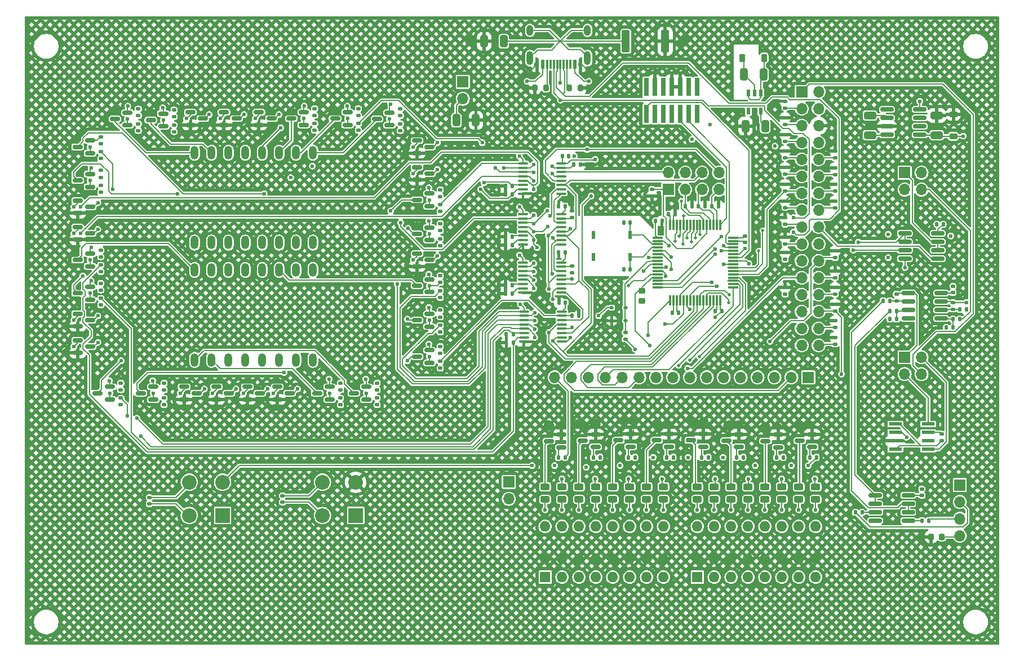
<source format=gbr>
%TF.GenerationSoftware,KiCad,Pcbnew,8.0.5*%
%TF.CreationDate,2024-11-21T16:50:38-07:00*%
%TF.ProjectId,CMPE2750,434d5045-3237-4353-902e-6b696361645f,rev?*%
%TF.SameCoordinates,Original*%
%TF.FileFunction,Copper,L1,Top*%
%TF.FilePolarity,Positive*%
%FSLAX46Y46*%
G04 Gerber Fmt 4.6, Leading zero omitted, Abs format (unit mm)*
G04 Created by KiCad (PCBNEW 8.0.5) date 2024-11-21 16:50:38*
%MOMM*%
%LPD*%
G01*
G04 APERTURE LIST*
G04 Aperture macros list*
%AMRoundRect*
0 Rectangle with rounded corners*
0 $1 Rounding radius*
0 $2 $3 $4 $5 $6 $7 $8 $9 X,Y pos of 4 corners*
0 Add a 4 corners polygon primitive as box body*
4,1,4,$2,$3,$4,$5,$6,$7,$8,$9,$2,$3,0*
0 Add four circle primitives for the rounded corners*
1,1,$1+$1,$2,$3*
1,1,$1+$1,$4,$5*
1,1,$1+$1,$6,$7*
1,1,$1+$1,$8,$9*
0 Add four rect primitives between the rounded corners*
20,1,$1+$1,$2,$3,$4,$5,0*
20,1,$1+$1,$4,$5,$6,$7,0*
20,1,$1+$1,$6,$7,$8,$9,0*
20,1,$1+$1,$8,$9,$2,$3,0*%
G04 Aperture macros list end*
%TA.AperFunction,SMDPad,CuDef*%
%ADD10R,1.981200X0.558800*%
%TD*%
%TA.AperFunction,SMDPad,CuDef*%
%ADD11RoundRect,0.112500X-0.187500X-0.112500X0.187500X-0.112500X0.187500X0.112500X-0.187500X0.112500X0*%
%TD*%
%TA.AperFunction,SMDPad,CuDef*%
%ADD12RoundRect,0.135000X0.185000X-0.135000X0.185000X0.135000X-0.185000X0.135000X-0.185000X-0.135000X0*%
%TD*%
%TA.AperFunction,SMDPad,CuDef*%
%ADD13RoundRect,0.112500X0.187500X0.112500X-0.187500X0.112500X-0.187500X-0.112500X0.187500X-0.112500X0*%
%TD*%
%TA.AperFunction,SMDPad,CuDef*%
%ADD14RoundRect,0.140000X-0.170000X0.140000X-0.170000X-0.140000X0.170000X-0.140000X0.170000X0.140000X0*%
%TD*%
%TA.AperFunction,SMDPad,CuDef*%
%ADD15RoundRect,0.243750X-0.456250X0.243750X-0.456250X-0.243750X0.456250X-0.243750X0.456250X0.243750X0*%
%TD*%
%TA.AperFunction,SMDPad,CuDef*%
%ADD16RoundRect,0.140000X-0.140000X-0.170000X0.140000X-0.170000X0.140000X0.170000X-0.140000X0.170000X0*%
%TD*%
%TA.AperFunction,SMDPad,CuDef*%
%ADD17RoundRect,0.225000X0.225000X0.375000X-0.225000X0.375000X-0.225000X-0.375000X0.225000X-0.375000X0*%
%TD*%
%TA.AperFunction,ComponentPad*%
%ADD18R,1.600000X1.600000*%
%TD*%
%TA.AperFunction,ComponentPad*%
%ADD19O,1.600000X1.600000*%
%TD*%
%TA.AperFunction,SMDPad,CuDef*%
%ADD20RoundRect,0.140000X0.170000X-0.140000X0.170000X0.140000X-0.170000X0.140000X-0.170000X-0.140000X0*%
%TD*%
%TA.AperFunction,SMDPad,CuDef*%
%ADD21RoundRect,0.135000X0.135000X0.185000X-0.135000X0.185000X-0.135000X-0.185000X0.135000X-0.185000X0*%
%TD*%
%TA.AperFunction,SMDPad,CuDef*%
%ADD22RoundRect,0.150000X-0.825000X-0.150000X0.825000X-0.150000X0.825000X0.150000X-0.825000X0.150000X0*%
%TD*%
%TA.AperFunction,SMDPad,CuDef*%
%ADD23RoundRect,0.135000X-0.185000X0.135000X-0.185000X-0.135000X0.185000X-0.135000X0.185000X0.135000X0*%
%TD*%
%TA.AperFunction,SMDPad,CuDef*%
%ADD24RoundRect,0.150000X0.587500X0.150000X-0.587500X0.150000X-0.587500X-0.150000X0.587500X-0.150000X0*%
%TD*%
%TA.AperFunction,SMDPad,CuDef*%
%ADD25RoundRect,0.250000X0.325000X0.650000X-0.325000X0.650000X-0.325000X-0.650000X0.325000X-0.650000X0*%
%TD*%
%TA.AperFunction,SMDPad,CuDef*%
%ADD26RoundRect,0.140000X0.140000X0.170000X-0.140000X0.170000X-0.140000X-0.170000X0.140000X-0.170000X0*%
%TD*%
%TA.AperFunction,SMDPad,CuDef*%
%ADD27R,0.600000X1.450000*%
%TD*%
%TA.AperFunction,SMDPad,CuDef*%
%ADD28R,0.300000X1.450000*%
%TD*%
%TA.AperFunction,ComponentPad*%
%ADD29O,1.000000X2.100000*%
%TD*%
%TA.AperFunction,ComponentPad*%
%ADD30O,1.000000X1.600000*%
%TD*%
%TA.AperFunction,ComponentPad*%
%ADD31R,1.700000X1.700000*%
%TD*%
%TA.AperFunction,ComponentPad*%
%ADD32O,1.700000X1.700000*%
%TD*%
%TA.AperFunction,SMDPad,CuDef*%
%ADD33RoundRect,0.150000X-0.587500X-0.150000X0.587500X-0.150000X0.587500X0.150000X-0.587500X0.150000X0*%
%TD*%
%TA.AperFunction,ComponentPad*%
%ADD34O,1.200000X2.000000*%
%TD*%
%TA.AperFunction,SMDPad,CuDef*%
%ADD35RoundRect,0.135000X-0.135000X-0.185000X0.135000X-0.185000X0.135000X0.185000X-0.135000X0.185000X0*%
%TD*%
%TA.AperFunction,SMDPad,CuDef*%
%ADD36RoundRect,0.250000X-0.650000X0.325000X-0.650000X-0.325000X0.650000X-0.325000X0.650000X0.325000X0*%
%TD*%
%TA.AperFunction,SMDPad,CuDef*%
%ADD37RoundRect,0.218750X0.218750X0.256250X-0.218750X0.256250X-0.218750X-0.256250X0.218750X-0.256250X0*%
%TD*%
%TA.AperFunction,SMDPad,CuDef*%
%ADD38RoundRect,0.100000X-0.637500X-0.100000X0.637500X-0.100000X0.637500X0.100000X-0.637500X0.100000X0*%
%TD*%
%TA.AperFunction,SMDPad,CuDef*%
%ADD39R,0.558800X1.244600*%
%TD*%
%TA.AperFunction,SMDPad,CuDef*%
%ADD40RoundRect,0.250000X-0.362500X-1.425000X0.362500X-1.425000X0.362500X1.425000X-0.362500X1.425000X0*%
%TD*%
%TA.AperFunction,SMDPad,CuDef*%
%ADD41RoundRect,0.250000X-0.325000X-0.650000X0.325000X-0.650000X0.325000X0.650000X-0.325000X0.650000X0*%
%TD*%
%TA.AperFunction,SMDPad,CuDef*%
%ADD42RoundRect,0.075000X-0.700000X-0.075000X0.700000X-0.075000X0.700000X0.075000X-0.700000X0.075000X0*%
%TD*%
%TA.AperFunction,SMDPad,CuDef*%
%ADD43RoundRect,0.075000X-0.075000X-0.700000X0.075000X-0.700000X0.075000X0.700000X-0.075000X0.700000X0*%
%TD*%
%TA.AperFunction,SMDPad,CuDef*%
%ADD44RoundRect,0.200000X-0.200000X-0.275000X0.200000X-0.275000X0.200000X0.275000X-0.200000X0.275000X0*%
%TD*%
%TA.AperFunction,ComponentPad*%
%ADD45R,2.209800X2.209800*%
%TD*%
%TA.AperFunction,ComponentPad*%
%ADD46C,2.209800*%
%TD*%
%TA.AperFunction,SMDPad,CuDef*%
%ADD47RoundRect,0.200000X0.200000X0.275000X-0.200000X0.275000X-0.200000X-0.275000X0.200000X-0.275000X0*%
%TD*%
%TA.AperFunction,SMDPad,CuDef*%
%ADD48RoundRect,0.225000X-0.375000X0.225000X-0.375000X-0.225000X0.375000X-0.225000X0.375000X0.225000X0*%
%TD*%
%TA.AperFunction,SMDPad,CuDef*%
%ADD49R,0.736600X2.794000*%
%TD*%
%TA.AperFunction,SMDPad,CuDef*%
%ADD50RoundRect,0.218750X0.256250X-0.218750X0.256250X0.218750X-0.256250X0.218750X-0.256250X-0.218750X0*%
%TD*%
%TA.AperFunction,SMDPad,CuDef*%
%ADD51RoundRect,0.250000X0.650000X-0.325000X0.650000X0.325000X-0.650000X0.325000X-0.650000X-0.325000X0*%
%TD*%
%TA.AperFunction,SMDPad,CuDef*%
%ADD52R,0.599999X1.000000*%
%TD*%
%TA.AperFunction,ViaPad*%
%ADD53C,0.600000*%
%TD*%
%TA.AperFunction,ViaPad*%
%ADD54C,0.500000*%
%TD*%
%TA.AperFunction,Conductor*%
%ADD55C,0.200000*%
%TD*%
G04 APERTURE END LIST*
D10*
%TO.P,U13,1,CLKIN*%
%TO.N,-5V*%
X185072400Y-107750000D03*
%TO.P,U13,2,CLKR*%
%TO.N,/PA0*%
X185072400Y-109020000D03*
%TO.P,U13,3,LS*%
%TO.N,GND*%
X185072400Y-110290000D03*
%TO.P,U13,4,VCC-*%
%TO.N,-5V*%
X185072400Y-111560000D03*
%TO.P,U13,5,FILTEROUT*%
%TO.N,/filters and amps/input_filter*%
X190000000Y-111560000D03*
%TO.P,U13,6,AGND*%
%TO.N,GND*%
X190000000Y-110290000D03*
%TO.P,U13,7,VCC+*%
%TO.N,VBUS*%
X190000000Y-109020000D03*
%TO.P,U13,8,FILTERIN*%
%TO.N,/filters and amps/in_filter_input*%
X190000000Y-107750000D03*
%TD*%
D11*
%TO.P,D20,2,A*%
%TO.N,Net-(D19-K)*%
X144550000Y-90250000D03*
%TO.P,D20,1,K*%
%TO.N,VDD*%
X142450000Y-90250000D03*
%TD*%
D12*
%TO.P,R39,1*%
%TO.N,/ADC*%
X144500000Y-95010000D03*
%TO.P,R39,2*%
%TO.N,Net-(D19-K)*%
X144500000Y-93990000D03*
%TD*%
D13*
%TO.P,D19,1,K*%
%TO.N,Net-(D19-K)*%
X144550000Y-92250000D03*
%TO.P,D19,2,A*%
%TO.N,GND*%
X142450000Y-92250000D03*
%TD*%
D14*
%TO.P,C16,1*%
%TO.N,VBUS*%
X192000000Y-109270000D03*
%TO.P,C16,2*%
%TO.N,-5V*%
X192000000Y-110230000D03*
%TD*%
D15*
%TO.P,D12,1,K*%
%TO.N,Net-(D12-K)*%
X157860000Y-117202500D03*
%TO.P,D12,2,A*%
%TO.N,Net-(D12-A)*%
X157860000Y-119077500D03*
%TD*%
%TO.P,D15,1,K*%
%TO.N,Net-(D15-K)*%
X165480000Y-117202500D03*
%TO.P,D15,2,A*%
%TO.N,Net-(D15-A)*%
X165480000Y-119077500D03*
%TD*%
D12*
%TO.P,R9,1*%
%TO.N,/PA7*%
X176000000Y-85770000D03*
%TO.P,R9,2*%
%TO.N,GND*%
X176000000Y-84750000D03*
%TD*%
D16*
%TO.P,C2,1*%
%TO.N,VDD*%
X151000000Y-76250000D03*
%TO.P,C2,2*%
%TO.N,GND*%
X151960000Y-76250000D03*
%TD*%
D17*
%TO.P,D1,1,K*%
%TO.N,VBUS*%
X165350000Y-52750000D03*
%TO.P,D1,2,A*%
%TO.N,GND*%
X162050000Y-52750000D03*
%TD*%
D18*
%TO.P,SW2,1*%
%TO.N,/b16*%
X132460000Y-130760000D03*
D19*
%TO.P,SW2,2*%
%TO.N,/b15*%
X135000000Y-130760000D03*
%TO.P,SW2,3*%
%TO.N,/b14*%
X137540000Y-130760000D03*
%TO.P,SW2,4*%
%TO.N,/b13*%
X140080000Y-130760000D03*
%TO.P,SW2,5*%
%TO.N,/b12*%
X142620000Y-130760000D03*
%TO.P,SW2,6*%
%TO.N,/b11*%
X145160000Y-130760000D03*
%TO.P,SW2,7*%
%TO.N,/b10*%
X147700000Y-130760000D03*
%TO.P,SW2,8*%
%TO.N,/b9*%
X150240000Y-130760000D03*
%TO.P,SW2,9*%
%TO.N,VDD*%
X150240000Y-123140000D03*
%TO.P,SW2,10*%
X147700000Y-123140000D03*
%TO.P,SW2,11*%
X145160000Y-123140000D03*
%TO.P,SW2,12*%
X142620000Y-123140000D03*
%TO.P,SW2,13*%
X140080000Y-123140000D03*
%TO.P,SW2,14*%
X137540000Y-123140000D03*
%TO.P,SW2,15*%
X135000000Y-123140000D03*
%TO.P,SW2,16*%
X132460000Y-123140000D03*
%TD*%
D20*
%TO.P,C13,1*%
%TO.N,VBUS*%
X189050000Y-118500000D03*
%TO.P,C13,2*%
%TO.N,-5V*%
X189050000Y-117540000D03*
%TD*%
D16*
%TO.P,C4,1*%
%TO.N,VDD*%
X149040000Y-77250000D03*
%TO.P,C4,2*%
%TO.N,GND*%
X150000000Y-77250000D03*
%TD*%
D21*
%TO.P,R182,1*%
%TO.N,/b8*%
X156960000Y-112760000D03*
%TO.P,R182,2*%
%TO.N,Net-(Q62-G)*%
X155940000Y-112760000D03*
%TD*%
D22*
%TO.P,U4,1,Output_1*%
%TO.N,Net-(U4-Inverting_input_1)*%
X182050000Y-118460000D03*
%TO.P,U4,2,Inverting_input_1*%
X182050000Y-119730000D03*
%TO.P,U4,3,Non-inverting_input_1*%
%TO.N,MAIN_INPUT+*%
X182050000Y-121000000D03*
%TO.P,U4,4,VCC-*%
%TO.N,-5V*%
X182050000Y-122270000D03*
%TO.P,U4,5,Non-inverting_input_2*%
%TO.N,MAIN_INPUT-*%
X187000000Y-122270000D03*
%TO.P,U4,6,Inverting_input_2*%
%TO.N,/filters and amps/V_{in-}*%
X187000000Y-121000000D03*
%TO.P,U4,7*%
X187000000Y-119730000D03*
%TO.P,U4,8,VCC+*%
%TO.N,VBUS*%
X187000000Y-118460000D03*
%TD*%
D12*
%TO.P,R4,1*%
%TO.N,/PA0*%
X176000000Y-67770000D03*
%TO.P,R4,2*%
%TO.N,GND*%
X176000000Y-66750000D03*
%TD*%
%TO.P,R13,1*%
%TO.N,/PD2*%
X176000000Y-95760000D03*
%TO.P,R13,2*%
%TO.N,GND*%
X176000000Y-94740000D03*
%TD*%
D23*
%TO.P,R47,1*%
%TO.N,/Display/V_{DISP}*%
X71330000Y-60410000D03*
%TO.P,R47,2*%
%TO.N,Net-(Q1-G)*%
X71330000Y-61430000D03*
%TD*%
%TO.P,R75,1*%
%TO.N,/Display/V_{DISP}*%
X107205000Y-101610000D03*
%TO.P,R75,2*%
%TO.N,Net-(Q20-G)*%
X107205000Y-102630000D03*
%TD*%
D24*
%TO.P,Q65,1,G*%
%TO.N,Net-(Q65-G)*%
X172575000Y-111210000D03*
%TO.P,Q65,2,S*%
%TO.N,GND*%
X172575000Y-109310000D03*
%TO.P,Q65,3,D*%
%TO.N,Net-(D17-K)*%
X170700000Y-110260000D03*
%TD*%
D25*
%TO.P,C9,1*%
%TO.N,VBUS*%
X165250000Y-55250000D03*
%TO.P,C9,2*%
%TO.N,GND*%
X162300000Y-55250000D03*
%TD*%
D12*
%TO.P,R10,1*%
%TO.N,/PA8*%
X176000000Y-88260000D03*
%TO.P,R10,2*%
%TO.N,GND*%
X176000000Y-87240000D03*
%TD*%
D23*
%TO.P,R50,1*%
%TO.N,/Display/V_{DISP}*%
X116705000Y-72560000D03*
%TO.P,R50,2*%
%TO.N,Net-(Q13-D)*%
X116705000Y-73580000D03*
%TD*%
D26*
%TO.P,C3,1*%
%TO.N,VDD*%
X158980000Y-90750000D03*
%TO.P,C3,2*%
%TO.N,GND*%
X158020000Y-90750000D03*
%TD*%
D23*
%TO.P,R80,1*%
%TO.N,/Display/V_{DISP}*%
X116705000Y-90660000D03*
%TO.P,R80,2*%
%TO.N,Net-(Q25-G)*%
X116705000Y-91680000D03*
%TD*%
D27*
%TO.P,J6,A1,GND*%
%TO.N,GND*%
X137750000Y-53695000D03*
%TO.P,J6,A4,VBUS*%
%TO.N,VBUS*%
X136950000Y-53695000D03*
D28*
%TO.P,J6,A5,CC1*%
%TO.N,Net-(J6-CC1)*%
X135750000Y-53695000D03*
%TO.P,J6,A6,D+*%
%TO.N,/D+*%
X134750000Y-53695000D03*
%TO.P,J6,A7,D-*%
%TO.N,/D-*%
X134250000Y-53695000D03*
%TO.P,J6,A8,SBU1*%
%TO.N,unconnected-(J6-SBU1-PadA8)*%
X133250000Y-53695000D03*
D27*
%TO.P,J6,A9,VBUS*%
%TO.N,VBUS*%
X132050000Y-53695000D03*
%TO.P,J6,A12,GND*%
%TO.N,GND*%
X131250000Y-53695000D03*
%TO.P,J6,B1,GND*%
X131250000Y-53695000D03*
%TO.P,J6,B4,VBUS*%
%TO.N,VBUS*%
X132050000Y-53695000D03*
D28*
%TO.P,J6,B5,CC2*%
%TO.N,Net-(J6-CC2)*%
X132750000Y-53695000D03*
%TO.P,J6,B6,D+*%
%TO.N,/D+*%
X133750000Y-53695000D03*
%TO.P,J6,B7,D-*%
%TO.N,/D-*%
X135250000Y-53695000D03*
%TO.P,J6,B8,SBU2*%
%TO.N,unconnected-(J6-SBU2-PadB8)*%
X136250000Y-53695000D03*
D27*
%TO.P,J6,B9,VBUS*%
%TO.N,VBUS*%
X136950000Y-53695000D03*
%TO.P,J6,B12,GND*%
%TO.N,GND*%
X137750000Y-53695000D03*
D29*
%TO.P,J6,S1,SHIELD*%
%TO.N,Net-(J6-SHIELD)*%
X138820000Y-52780000D03*
D30*
X138820000Y-48600000D03*
D29*
X130180000Y-52780000D03*
D30*
X130180000Y-48600000D03*
%TD*%
D25*
%TO.P,C31,1*%
%TO.N,Net-(J6-SHIELD)*%
X126250000Y-50250000D03*
%TO.P,C31,2*%
%TO.N,GND*%
X123300000Y-50250000D03*
%TD*%
D24*
%TO.P,Q55,1,G*%
%TO.N,Net-(Q55-G)*%
X151075000Y-111160000D03*
%TO.P,Q55,2,S*%
%TO.N,GND*%
X151075000Y-109260000D03*
%TO.P,Q55,3,D*%
%TO.N,Net-(D7-K)*%
X149200000Y-110210000D03*
%TD*%
D23*
%TO.P,R65,1*%
%TO.N,/Display/p16*%
X71330000Y-62660000D03*
%TO.P,R65,2*%
%TO.N,Net-(Q10-G)*%
X71330000Y-63680000D03*
%TD*%
D31*
%TO.P,J8,1,Pin_1*%
%TO.N,/filters and amps/V_{DAC}*%
X186460000Y-70000000D03*
D32*
%TO.P,J8,2,Pin_2*%
%TO.N,/filters and amps/output_filter*%
X189000000Y-70000000D03*
%TO.P,J8,3,Pin_3*%
%TO.N,/filters and amps/out_filt_input*%
X186460000Y-72540000D03*
%TO.P,J8,4,Pin_4*%
%TO.N,/filters and amps/out_conditioning*%
X189000000Y-72540000D03*
%TD*%
D21*
%TO.P,R91,1*%
%TO.N,GND*%
X137510000Y-91500000D03*
%TO.P,R91,2*%
%TO.N,/Display/p25*%
X136490000Y-91500000D03*
%TD*%
D23*
%TO.P,R100,1*%
%TO.N,/Display/p25*%
X116705000Y-98360000D03*
%TO.P,R100,2*%
%TO.N,Net-(Q36-G)*%
X116705000Y-99380000D03*
%TD*%
D15*
%TO.P,D8,1,K*%
%TO.N,Net-(D8-K)*%
X145160000Y-117202500D03*
%TO.P,D8,2,A*%
%TO.N,Net-(D8-A)*%
X145160000Y-119077500D03*
%TD*%
D24*
%TO.P,Q4,1,G*%
%TO.N,Net-(Q13-D)*%
X115080000Y-75020000D03*
%TO.P,Q4,2,S*%
%TO.N,/Display/V_{DISP}*%
X115080000Y-73120000D03*
%TO.P,Q4,3,D*%
%TO.N,/Display/t2*%
X113205000Y-74070000D03*
%TD*%
D15*
%TO.P,D11,1,K*%
%TO.N,Net-(D11-K)*%
X160400000Y-117202500D03*
%TO.P,D11,2,A*%
%TO.N,Net-(D11-A)*%
X160400000Y-119077500D03*
%TD*%
%TO.P,D17,1,K*%
%TO.N,Net-(D17-K)*%
X170560000Y-117202500D03*
%TO.P,D17,2,A*%
%TO.N,Net-(D17-A)*%
X170560000Y-119077500D03*
%TD*%
%TO.P,D7,1,K*%
%TO.N,Net-(D7-K)*%
X147700000Y-117202500D03*
%TO.P,D7,2,A*%
%TO.N,Net-(D7-A)*%
X147700000Y-119077500D03*
%TD*%
D33*
%TO.P,Q44,1,G*%
%TO.N,Net-(Q44-G)*%
X113205000Y-82170000D03*
%TO.P,Q44,2,S*%
%TO.N,GND*%
X113205000Y-84070000D03*
%TO.P,Q44,3,D*%
%TO.N,Net-(Q44-D)*%
X115080000Y-83120000D03*
%TD*%
D12*
%TO.P,R2,1*%
%TO.N,/~{RCL}*%
X168500000Y-70250000D03*
%TO.P,R2,2*%
%TO.N,GND*%
X168500000Y-69230000D03*
%TD*%
D34*
%TO.P,U10,1*%
%TO.N,/Display/t1*%
X79800000Y-80500000D03*
%TO.P,U10,2*%
%TO.N,/Display/t2*%
X82340000Y-80500000D03*
%TO.P,U10,3*%
%TO.N,/Display/t3*%
X84880000Y-80500000D03*
%TO.P,U10,4*%
%TO.N,/Display/t4*%
X87420000Y-80500000D03*
%TO.P,U10,5*%
%TO.N,/Display/t5*%
X89960000Y-80500000D03*
%TO.P,U10,6*%
%TO.N,/Display/t6*%
X92500000Y-80500000D03*
%TO.P,U10,7*%
%TO.N,/Display/t7*%
X95040000Y-80500000D03*
%TO.P,U10,8*%
%TO.N,/Display/t8*%
X97580000Y-80500000D03*
%TO.P,U10,9*%
%TO.N,/Display/t9*%
X97580000Y-67000000D03*
%TO.P,U10,10*%
%TO.N,/Display/t10*%
X95040000Y-67000000D03*
%TO.P,U10,11*%
%TO.N,/Display/t11*%
X92500000Y-67000000D03*
%TO.P,U10,12*%
%TO.N,/Display/t12*%
X89960000Y-67000000D03*
%TO.P,U10,13*%
%TO.N,/Display/t13*%
X87420000Y-67000000D03*
%TO.P,U10,14*%
%TO.N,/Display/t14*%
X84880000Y-67000000D03*
%TO.P,U10,15*%
%TO.N,/Display/t15*%
X82340000Y-67000000D03*
%TO.P,U10,16*%
%TO.N,/Display/t16*%
X79800000Y-67000000D03*
%TD*%
D35*
%TO.P,R63,1*%
%TO.N,GND*%
X126490000Y-73250000D03*
%TO.P,R63,2*%
%TO.N,/Display/p8*%
X127510000Y-73250000D03*
%TD*%
D15*
%TO.P,D3,1,K*%
%TO.N,Net-(D3-K)*%
X132460000Y-117202500D03*
%TO.P,D3,2,A*%
%TO.N,Net-(D3-A)*%
X132460000Y-119077500D03*
%TD*%
D24*
%TO.P,Q53,1,G*%
%TO.N,Net-(Q53-G)*%
X140012500Y-111210000D03*
%TO.P,Q53,2,S*%
%TO.N,GND*%
X140012500Y-109310000D03*
%TO.P,Q53,3,D*%
%TO.N,Net-(D5-K)*%
X138137500Y-110260000D03*
%TD*%
%TO.P,Q25,1,G*%
%TO.N,Net-(Q25-G)*%
X115080000Y-93120000D03*
%TO.P,Q25,2,S*%
%TO.N,/Display/V_{DISP}*%
X115080000Y-91220000D03*
%TO.P,Q25,3,D*%
%TO.N,/Display/b10*%
X113205000Y-92170000D03*
%TD*%
D20*
%TO.P,C32,1*%
%TO.N,Net-(C32-Pad1)*%
X73000000Y-119750000D03*
%TO.P,C32,2*%
%TO.N,Net-(C32-Pad2)*%
X73000000Y-118790000D03*
%TD*%
D25*
%TO.P,C10,1*%
%TO.N,VDD*%
X165500000Y-63000000D03*
%TO.P,C10,2*%
%TO.N,GND*%
X162550000Y-63000000D03*
%TD*%
D24*
%TO.P,Q5,1,G*%
%TO.N,Net-(Q14-D)*%
X64080000Y-72120000D03*
%TO.P,Q5,2,S*%
%TO.N,/Display/V_{DISP}*%
X64080000Y-70220000D03*
%TO.P,Q5,3,D*%
%TO.N,/Display/t7*%
X62205000Y-71170000D03*
%TD*%
D36*
%TO.P,C11,1*%
%TO.N,Net-(U3-C1+)*%
X181275000Y-61410000D03*
%TO.P,C11,2*%
%TO.N,Net-(U3-C1-)*%
X181275000Y-64360000D03*
%TD*%
D26*
%TO.P,C7,1*%
%TO.N,/RCC_OSC32_OUT*%
X145230000Y-84500000D03*
%TO.P,C7,2*%
%TO.N,GND*%
X144270000Y-84500000D03*
%TD*%
D24*
%TO.P,Q23,1,G*%
%TO.N,Net-(Q23-G)*%
X73580000Y-104070000D03*
%TO.P,Q23,2,S*%
%TO.N,/Display/V_{DISP}*%
X73580000Y-102170000D03*
%TO.P,Q23,3,D*%
%TO.N,/Display/b7*%
X71705000Y-103120000D03*
%TD*%
D23*
%TO.P,R93,1*%
%TO.N,/Display/p17*%
X107205000Y-103860000D03*
%TO.P,R93,2*%
%TO.N,Net-(Q29-G)*%
X107205000Y-104880000D03*
%TD*%
D24*
%TO.P,Q20,1,G*%
%TO.N,Net-(Q20-G)*%
X105580000Y-104070000D03*
%TO.P,Q20,2,S*%
%TO.N,/Display/V_{DISP}*%
X105580000Y-102170000D03*
%TO.P,Q20,3,D*%
%TO.N,/Display/b1*%
X103705000Y-103120000D03*
%TD*%
D12*
%TO.P,R21,1*%
%TO.N,/PC9*%
X168500000Y-80720000D03*
%TO.P,R21,2*%
%TO.N,GND*%
X168500000Y-79700000D03*
%TD*%
D15*
%TO.P,D14,1,K*%
%TO.N,Net-(D14-K)*%
X155320000Y-117202500D03*
%TO.P,D14,2,A*%
%TO.N,Net-(D14-A)*%
X155320000Y-119077500D03*
%TD*%
D23*
%TO.P,R70,1*%
%TO.N,/Display/p11*%
X97830000Y-62610000D03*
%TO.P,R70,2*%
%TO.N,Net-(Q15-G)*%
X97830000Y-63630000D03*
%TD*%
%TO.P,R97,1*%
%TO.N,/Display/p27*%
X116705000Y-87735000D03*
%TO.P,R97,2*%
%TO.N,Net-(Q33-G)*%
X116705000Y-88755000D03*
%TD*%
D33*
%TO.P,Q50,1,G*%
%TO.N,Net-(Q50-G)*%
X83080000Y-102170000D03*
%TO.P,Q50,2,S*%
%TO.N,GND*%
X83080000Y-104070000D03*
%TO.P,Q50,3,D*%
%TO.N,Net-(Q50-D)*%
X84955000Y-103120000D03*
%TD*%
D26*
%TO.P,C27,1*%
%TO.N,VDD*%
X135500000Y-89500000D03*
%TO.P,C27,2*%
%TO.N,GND*%
X134540000Y-89500000D03*
%TD*%
D35*
%TO.P,R85,1*%
%TO.N,GND*%
X126627500Y-94250000D03*
%TO.P,R85,2*%
%TO.N,/Display/p31*%
X127647500Y-94250000D03*
%TD*%
D23*
%TO.P,R72,1*%
%TO.N,/Display/p8*%
X65705000Y-66860000D03*
%TO.P,R72,2*%
%TO.N,Net-(Q17-G)*%
X65705000Y-67880000D03*
%TD*%
D24*
%TO.P,Q51,1,G*%
%TO.N,Net-(Q51-G)*%
X134887500Y-111260000D03*
%TO.P,Q51,2,S*%
%TO.N,GND*%
X134887500Y-109360000D03*
%TO.P,Q51,3,D*%
%TO.N,Net-(D3-K)*%
X133012500Y-110310000D03*
%TD*%
D33*
%TO.P,Q41,1,G*%
%TO.N,Net-(Q41-G)*%
X113205000Y-69170000D03*
%TO.P,Q41,2,S*%
%TO.N,GND*%
X113205000Y-71070000D03*
%TO.P,Q41,3,D*%
%TO.N,Net-(Q41-D)*%
X115080000Y-70120000D03*
%TD*%
D15*
%TO.P,D9,1,K*%
%TO.N,Net-(D9-K)*%
X150240000Y-117202500D03*
%TO.P,D9,2,A*%
%TO.N,Net-(D9-A)*%
X150240000Y-119077500D03*
%TD*%
D35*
%TO.P,R56,1*%
%TO.N,GND*%
X126490000Y-80875000D03*
%TO.P,R56,2*%
%TO.N,/Display/p16*%
X127510000Y-80875000D03*
%TD*%
D22*
%TO.P,U5,1,Output_1*%
%TO.N,/filters and amps/V_{OFF}*%
X186500000Y-79095000D03*
%TO.P,U5,2,Inverting_input_1*%
X186500000Y-80365000D03*
%TO.P,U5,3,Non-inverting_input_1*%
%TO.N,/1.25V*%
X186500000Y-81635000D03*
%TO.P,U5,4,VCC-*%
%TO.N,-5V*%
X186500000Y-82905000D03*
%TO.P,U5,5,Non-inverting_input_2*%
%TO.N,/DAC*%
X191450000Y-82905000D03*
%TO.P,U5,6,Inverting_input_2*%
%TO.N,/filters and amps/V_{DAC}*%
X191450000Y-81635000D03*
%TO.P,U5,7*%
X191450000Y-80365000D03*
%TO.P,U5,8,VCC+*%
%TO.N,VBUS*%
X191450000Y-79095000D03*
%TD*%
D24*
%TO.P,Q9,1,G*%
%TO.N,Net-(Q18-D)*%
X109080000Y-62870000D03*
%TO.P,Q9,2,S*%
%TO.N,/Display/V_{DISP}*%
X109080000Y-60970000D03*
%TO.P,Q9,3,D*%
%TO.N,/Display/t9*%
X107205000Y-61920000D03*
%TD*%
D20*
%TO.P,C8,1*%
%TO.N,Net-(C8-Pad1)*%
X93000000Y-119480000D03*
%TO.P,C8,2*%
%TO.N,Net-(C8-Pad2)*%
X93000000Y-118520000D03*
%TD*%
D21*
%TO.P,R171,1*%
%TO.N,/b10*%
X151710000Y-112760000D03*
%TO.P,R171,2*%
%TO.N,Net-(Q55-G)*%
X150690000Y-112760000D03*
%TD*%
D23*
%TO.P,R82,1*%
%TO.N,/Display/V_{DISP}*%
X116705000Y-96110000D03*
%TO.P,R82,2*%
%TO.N,Net-(Q27-G)*%
X116705000Y-97130000D03*
%TD*%
D31*
%TO.P,J3,1,Pin_1*%
%TO.N,/ADC*%
X171000000Y-57850000D03*
D32*
%TO.P,J3,2,Pin_2*%
%TO.N,VBUS*%
X173540000Y-57850000D03*
%TO.P,J3,3,Pin_3*%
%TO.N,/PC1*%
X171000000Y-60390000D03*
%TO.P,J3,4,Pin_4*%
%TO.N,VDD*%
X173540000Y-60390000D03*
%TO.P,J3,5,Pin_5*%
%TO.N,/PC2*%
X171000000Y-62930000D03*
%TO.P,J3,6,Pin_6*%
%TO.N,GND*%
X173540000Y-62930000D03*
%TO.P,J3,7,Pin_7*%
%TO.N,/PC3*%
X171000000Y-65470000D03*
%TO.P,J3,8,Pin_8*%
%TO.N,-5V*%
X173540000Y-65470000D03*
%TO.P,J3,9,Pin_9*%
%TO.N,/~{SRCLR}*%
X171000000Y-68010000D03*
%TO.P,J3,10,Pin_10*%
%TO.N,/PA0*%
X173540000Y-68010000D03*
%TO.P,J3,11,Pin_11*%
%TO.N,/~{RCL}*%
X171000000Y-70550000D03*
%TO.P,J3,12,Pin_12*%
%TO.N,/PA1*%
X173540000Y-70550000D03*
%TO.P,J3,13,Pin_13*%
%TO.N,/PC6*%
X171000000Y-73090000D03*
%TO.P,J3,14,Pin_14*%
%TO.N,/PA2*%
X173540000Y-73090000D03*
%TO.P,J3,15,Pin_15*%
%TO.N,/PC7*%
X171000000Y-75630000D03*
%TO.P,J3,16,Pin_16*%
%TO.N,/PA3*%
X173540000Y-75630000D03*
%TO.P,J3,17,Pin_17*%
%TO.N,/PC8*%
X171000000Y-78170000D03*
%TO.P,J3,18,Pin_18*%
%TO.N,/DAC*%
X173540000Y-78170000D03*
%TO.P,J3,19,Pin_19*%
%TO.N,/PC9*%
X171000000Y-80710000D03*
%TO.P,J3,20,Pin_20*%
%TO.N,/1.25V*%
X173540000Y-80710000D03*
%TO.P,J3,21,Pin_21*%
%TO.N,/PC13*%
X171000000Y-83250000D03*
%TO.P,J3,22,Pin_22*%
%TO.N,/PA6*%
X173540000Y-83250000D03*
%TO.P,J3,23,Pin_23*%
%TO.N,/NRST*%
X171000000Y-85790000D03*
%TO.P,J3,24,Pin_24*%
%TO.N,/PA7*%
X173540000Y-85790000D03*
%TO.P,J3,25,Pin_25*%
%TO.N,/BOOT0*%
X171000000Y-88330000D03*
%TO.P,J3,26,Pin_26*%
%TO.N,/PA8*%
X173540000Y-88330000D03*
%TO.P,J3,27,Pin_27*%
%TO.N,unconnected-(J3-Pin_27-Pad27)*%
X171000000Y-90870000D03*
%TO.P,J3,28,Pin_28*%
%TO.N,/PH0*%
X173540000Y-90870000D03*
%TO.P,J3,29,Pin_29*%
%TO.N,unconnected-(J3-Pin_29-Pad29)*%
X171000000Y-93410000D03*
%TO.P,J3,30,Pin_30*%
%TO.N,/PH1*%
X173540000Y-93410000D03*
%TO.P,J3,31,Pin_31*%
%TO.N,VDDA*%
X171000000Y-95950000D03*
%TO.P,J3,32,Pin_32*%
%TO.N,/PD2*%
X173540000Y-95950000D03*
%TD*%
D24*
%TO.P,Q21,1,G*%
%TO.N,Net-(Q21-G)*%
X64080000Y-89070000D03*
%TO.P,Q21,2,S*%
%TO.N,/Display/V_{DISP}*%
X64080000Y-87170000D03*
%TO.P,Q21,3,D*%
%TO.N,/Display/b15*%
X62205000Y-88120000D03*
%TD*%
D18*
%TO.P,SW3,1*%
%TO.N,/b8*%
X155320000Y-130760000D03*
D19*
%TO.P,SW3,2*%
%TO.N,/b7*%
X157860000Y-130760000D03*
%TO.P,SW3,3*%
%TO.N,/b6*%
X160400000Y-130760000D03*
%TO.P,SW3,4*%
%TO.N,/b5*%
X162940000Y-130760000D03*
%TO.P,SW3,5*%
%TO.N,/b4*%
X165480000Y-130760000D03*
%TO.P,SW3,6*%
%TO.N,/b3*%
X168020000Y-130760000D03*
%TO.P,SW3,7*%
%TO.N,/b2*%
X170560000Y-130760000D03*
%TO.P,SW3,8*%
%TO.N,/b1*%
X173100000Y-130760000D03*
%TO.P,SW3,9*%
%TO.N,VDD*%
X173100000Y-123140000D03*
%TO.P,SW3,10*%
X170560000Y-123140000D03*
%TO.P,SW3,11*%
X168020000Y-123140000D03*
%TO.P,SW3,12*%
X165480000Y-123140000D03*
%TO.P,SW3,13*%
X162940000Y-123140000D03*
%TO.P,SW3,14*%
X160400000Y-123140000D03*
%TO.P,SW3,15*%
X157860000Y-123140000D03*
%TO.P,SW3,16*%
X155320000Y-123140000D03*
%TD*%
D23*
%TO.P,R51,1*%
%TO.N,/Display/V_{DISP}*%
X65705000Y-69660000D03*
%TO.P,R51,2*%
%TO.N,Net-(Q14-D)*%
X65705000Y-70680000D03*
%TD*%
D22*
%TO.P,U3,1,NC*%
%TO.N,unconnected-(U3-NC-Pad1)*%
X183800000Y-60480000D03*
%TO.P,U3,2,C1+*%
%TO.N,Net-(U3-C1+)*%
X183800000Y-61750000D03*
%TO.P,U3,3,GND*%
%TO.N,GND*%
X183800000Y-63020000D03*
%TO.P,U3,4,C1-*%
%TO.N,Net-(U3-C1-)*%
X183800000Y-64290000D03*
%TO.P,U3,5,OUT*%
%TO.N,-5V*%
X188750000Y-64290000D03*
%TO.P,U3,6,LV*%
%TO.N,unconnected-(U3-LV-Pad6)*%
X188750000Y-63020000D03*
%TO.P,U3,7,OSC*%
%TO.N,unconnected-(U3-OSC-Pad7)*%
X188750000Y-61750000D03*
%TO.P,U3,8,V+*%
%TO.N,VBUS*%
X188750000Y-60480000D03*
%TD*%
D35*
%TO.P,R24,1*%
%TO.N,/SRCLK{slash}CLK*%
X155490000Y-75000000D03*
%TO.P,R24,2*%
%TO.N,GND*%
X156510000Y-75000000D03*
%TD*%
D24*
%TO.P,Q8,1,G*%
%TO.N,Net-(Q17-D)*%
X64080000Y-67070000D03*
%TO.P,Q8,2,S*%
%TO.N,/Display/V_{DISP}*%
X64080000Y-65170000D03*
%TO.P,Q8,3,D*%
%TO.N,/Display/t8*%
X62205000Y-66120000D03*
%TD*%
D15*
%TO.P,D5,1,K*%
%TO.N,Net-(D5-K)*%
X137540000Y-117202500D03*
%TO.P,D5,2,A*%
%TO.N,Net-(D5-A)*%
X137540000Y-119077500D03*
%TD*%
D23*
%TO.P,R92,1*%
%TO.N,/Display/p32*%
X65705000Y-83860000D03*
%TO.P,R92,2*%
%TO.N,Net-(Q28-G)*%
X65705000Y-84880000D03*
%TD*%
D31*
%TO.P,J2,1,Pin_1*%
%TO.N,/SER{slash}MOSI*%
X150960000Y-72540000D03*
D32*
%TO.P,J2,2,Pin_2*%
%TO.N,/Display/SER*%
X150960000Y-70000000D03*
%TO.P,J2,3,Pin_3*%
%TO.N,/SO{slash}MISO*%
X153500000Y-72540000D03*
%TO.P,J2,4,Pin_4*%
%TO.N,/Display/SO*%
X153500000Y-70000000D03*
%TO.P,J2,5,Pin_5*%
%TO.N,/SRCLK{slash}CLK*%
X156040000Y-72540000D03*
%TO.P,J2,6,Pin_6*%
%TO.N,/Display/SRCLK*%
X156040000Y-70000000D03*
%TO.P,J2,7,Pin_7*%
%TO.N,/RCLK{slash}CS*%
X158580000Y-72540000D03*
%TO.P,J2,8,Pin_8*%
%TO.N,/Display/RCLK*%
X158580000Y-70000000D03*
%TD*%
D12*
%TO.P,R17,1*%
%TO.N,/PC3*%
X168500000Y-65270000D03*
%TO.P,R17,2*%
%TO.N,GND*%
X168500000Y-64250000D03*
%TD*%
D37*
%TO.P,FB2,1*%
%TO.N,Net-(J5-Pin_4)*%
X192037500Y-124710000D03*
%TO.P,FB2,2*%
%TO.N,GND*%
X190462500Y-124710000D03*
%TD*%
D35*
%TO.P,R83,1*%
%TO.N,GND*%
X126627500Y-95500000D03*
%TO.P,R83,2*%
%TO.N,/Display/p32*%
X127647500Y-95500000D03*
%TD*%
D26*
%TO.P,C6,1*%
%TO.N,/RCC_OSC32_IN*%
X145230000Y-77500000D03*
%TO.P,C6,2*%
%TO.N,GND*%
X144270000Y-77500000D03*
%TD*%
D38*
%TO.P,U8,1,QB*%
%TO.N,/Display/p10*%
X129137500Y-76225000D03*
%TO.P,U8,2,QC*%
%TO.N,/Display/p11*%
X129137500Y-76875000D03*
%TO.P,U8,3,QD*%
%TO.N,/Display/p12*%
X129137500Y-77525000D03*
%TO.P,U8,4,QE*%
%TO.N,/Display/p13*%
X129137500Y-78175000D03*
%TO.P,U8,5,QF*%
%TO.N,/Display/p14*%
X129137500Y-78825000D03*
%TO.P,U8,6,QG*%
%TO.N,/Display/p15*%
X129137500Y-79475000D03*
%TO.P,U8,7,QH*%
%TO.N,/Display/p16*%
X129137500Y-80125000D03*
%TO.P,U8,8,GND*%
%TO.N,GND*%
X129137500Y-80775000D03*
%TO.P,U8,9,QH'*%
%TO.N,Net-(U8-QH')*%
X134862500Y-80775000D03*
%TO.P,U8,10,SRCLR_N*%
%TO.N,/~{SRCLR}*%
X134862500Y-80125000D03*
%TO.P,U8,11,SRCLK*%
%TO.N,/Display/SRCLK*%
X134862500Y-79475000D03*
%TO.P,U8,12,RCLK*%
%TO.N,/Display/RCLK*%
X134862500Y-78825000D03*
%TO.P,U8,13,RCLR_N*%
%TO.N,/~{RCL}*%
X134862500Y-78175000D03*
%TO.P,U8,14,SER*%
%TO.N,Net-(U7-QH')*%
X134862500Y-77525000D03*
%TO.P,U8,15,QA*%
%TO.N,/Display/p9*%
X134862500Y-76875000D03*
%TO.P,U8,16,VCC*%
%TO.N,VDD*%
X134862500Y-76225000D03*
%TD*%
D35*
%TO.P,R25,1*%
%TO.N,/SO{slash}MISO*%
X153490000Y-75000000D03*
%TO.P,R25,2*%
%TO.N,GND*%
X154510000Y-75000000D03*
%TD*%
D31*
%TO.P,J9,1,Pin_1*%
%TO.N,VBUS*%
X120080000Y-56345000D03*
D32*
%TO.P,J9,2,Pin_2*%
%TO.N,/Display/V_{DISP}*%
X120080000Y-58885000D03*
%TD*%
D12*
%TO.P,R12,1*%
%TO.N,/PH1*%
X176000000Y-93260000D03*
%TO.P,R12,2*%
%TO.N,GND*%
X176000000Y-92240000D03*
%TD*%
D21*
%TO.P,R27,1*%
%TO.N,MAIN_INPUT+*%
X180060000Y-121020000D03*
%TO.P,R27,2*%
%TO.N,Net-(J5-Pin_2)*%
X179040000Y-121020000D03*
%TD*%
D23*
%TO.P,R54,1*%
%TO.N,/Display/V_{DISP}*%
X65705000Y-64610000D03*
%TO.P,R54,2*%
%TO.N,Net-(Q17-D)*%
X65705000Y-65630000D03*
%TD*%
D24*
%TO.P,Q7,1,G*%
%TO.N,Net-(Q16-D)*%
X102767500Y-62820000D03*
%TO.P,Q7,2,S*%
%TO.N,/Display/V_{DISP}*%
X102767500Y-60920000D03*
%TO.P,Q7,3,D*%
%TO.N,/Display/t10*%
X100892500Y-61870000D03*
%TD*%
D23*
%TO.P,R48,1*%
%TO.N,/Display/V_{DISP}*%
X116705000Y-77660000D03*
%TO.P,R48,2*%
%TO.N,Net-(Q11-D)*%
X116705000Y-78680000D03*
%TD*%
%TO.P,R53,1*%
%TO.N,/Display/V_{DISP}*%
X104392500Y-60360000D03*
%TO.P,R53,2*%
%TO.N,Net-(Q16-D)*%
X104392500Y-61380000D03*
%TD*%
D24*
%TO.P,Q3,1,G*%
%TO.N,Net-(Q12-D)*%
X75080000Y-63020000D03*
%TO.P,Q3,2,S*%
%TO.N,/Display/V_{DISP}*%
X75080000Y-61120000D03*
%TO.P,Q3,3,D*%
%TO.N,/Display/t15*%
X73205000Y-62070000D03*
%TD*%
%TO.P,Q22,1,G*%
%TO.N,Net-(Q22-G)*%
X100080000Y-104070000D03*
%TO.P,Q22,2,S*%
%TO.N,/Display/V_{DISP}*%
X100080000Y-102170000D03*
%TO.P,Q22,3,D*%
%TO.N,/Display/b2*%
X98205000Y-103120000D03*
%TD*%
D33*
%TO.P,Q47,1,G*%
%TO.N,Net-(Q47-G)*%
X87705000Y-102170000D03*
%TO.P,Q47,2,S*%
%TO.N,GND*%
X87705000Y-104070000D03*
%TO.P,Q47,3,D*%
%TO.N,Net-(Q47-D)*%
X89580000Y-103120000D03*
%TD*%
D39*
%TO.P,X1,1,CRYSTAL*%
%TO.N,/RCC_OSC32_IN*%
X145250000Y-79361700D03*
%TO.P,X1,2,NC*%
%TO.N,unconnected-(X1-NC-Pad2)*%
X139750000Y-79361700D03*
%TO.P,X1,3,NC*%
%TO.N,unconnected-(X1-NC-Pad3)*%
X139750000Y-82638300D03*
%TO.P,X1,4,CRYSTAL*%
%TO.N,/RCC_OSC32_OUT*%
X145250000Y-82638300D03*
%TD*%
D23*
%TO.P,R96,1*%
%TO.N,/Display/p23*%
X75205000Y-103860000D03*
%TO.P,R96,2*%
%TO.N,Net-(Q32-G)*%
X75205000Y-104880000D03*
%TD*%
D12*
%TO.P,R8,1*%
%TO.N,/PA6*%
X176000000Y-82770000D03*
%TO.P,R8,2*%
%TO.N,GND*%
X176000000Y-81750000D03*
%TD*%
%TO.P,R5,1*%
%TO.N,/PA1*%
X176000000Y-70270000D03*
%TO.P,R5,2*%
%TO.N,GND*%
X176000000Y-69250000D03*
%TD*%
D35*
%TO.P,R58,1*%
%TO.N,GND*%
X126490000Y-79625000D03*
%TO.P,R58,2*%
%TO.N,/Display/p15*%
X127510000Y-79625000D03*
%TD*%
D33*
%TO.P,Q46,1,G*%
%TO.N,Net-(Q46-G)*%
X62205000Y-95170000D03*
%TO.P,Q46,2,S*%
%TO.N,GND*%
X62205000Y-97070000D03*
%TO.P,Q46,3,D*%
%TO.N,Net-(Q46-D)*%
X64080000Y-96120000D03*
%TD*%
D24*
%TO.P,Q63,1,G*%
%TO.N,Net-(Q63-G)*%
X167450000Y-111260000D03*
%TO.P,Q63,2,S*%
%TO.N,GND*%
X167450000Y-109360000D03*
%TO.P,Q63,3,D*%
%TO.N,Net-(D15-K)*%
X165575000Y-110310000D03*
%TD*%
D23*
%TO.P,R69,1*%
%TO.N,/Display/p7*%
X65705000Y-71910000D03*
%TO.P,R69,2*%
%TO.N,Net-(Q14-G)*%
X65705000Y-72930000D03*
%TD*%
%TO.P,R71,1*%
%TO.N,/Display/p10*%
X104392500Y-62610000D03*
%TO.P,R71,2*%
%TO.N,Net-(Q16-G)*%
X104392500Y-63630000D03*
%TD*%
D40*
%TO.P,R14,1*%
%TO.N,Net-(J6-SHIELD)*%
X144575000Y-50250000D03*
%TO.P,R14,2*%
%TO.N,GND*%
X150500000Y-50250000D03*
%TD*%
D38*
%TO.P,U9,1,QB*%
%TO.N,/Display/p18*%
X129137500Y-83475000D03*
%TO.P,U9,2,QC*%
%TO.N,/Display/p19*%
X129137500Y-84125000D03*
%TO.P,U9,3,QD*%
%TO.N,/Display/p20*%
X129137500Y-84775000D03*
%TO.P,U9,4,QE*%
%TO.N,/Display/p21*%
X129137500Y-85425000D03*
%TO.P,U9,5,QF*%
%TO.N,/Display/p22*%
X129137500Y-86075000D03*
%TO.P,U9,6,QG*%
%TO.N,/Display/p23*%
X129137500Y-86725000D03*
%TO.P,U9,7,QH*%
%TO.N,/Display/p24*%
X129137500Y-87375000D03*
%TO.P,U9,8,GND*%
%TO.N,GND*%
X129137500Y-88025000D03*
%TO.P,U9,9,QH'*%
%TO.N,Net-(U12-SER)*%
X134862500Y-88025000D03*
%TO.P,U9,10,SRCLR_N*%
%TO.N,/~{SRCLR}*%
X134862500Y-87375000D03*
%TO.P,U9,11,SRCLK*%
%TO.N,/Display/SRCLK*%
X134862500Y-86725000D03*
%TO.P,U9,12,RCLK*%
%TO.N,/Display/RCLK*%
X134862500Y-86075000D03*
%TO.P,U9,13,RCLR_N*%
%TO.N,/~{RCL}*%
X134862500Y-85425000D03*
%TO.P,U9,14,SER*%
%TO.N,Net-(U8-QH')*%
X134862500Y-84775000D03*
%TO.P,U9,15,QA*%
%TO.N,/Display/p17*%
X134862500Y-84125000D03*
%TO.P,U9,16,VCC*%
%TO.N,VDD*%
X134862500Y-83475000D03*
%TD*%
D33*
%TO.P,Q42,1,G*%
%TO.N,Net-(Q42-G)*%
X62205000Y-74170000D03*
%TO.P,Q42,2,S*%
%TO.N,GND*%
X62205000Y-76070000D03*
%TO.P,Q42,3,D*%
%TO.N,Net-(Q42-D)*%
X64080000Y-75120000D03*
%TD*%
D41*
%TO.P,C26,1*%
%TO.N,/Display/V_{DISP}*%
X119105000Y-62120000D03*
%TO.P,C26,2*%
%TO.N,GND*%
X122055000Y-62120000D03*
%TD*%
D23*
%TO.P,R77,1*%
%TO.N,/Display/V_{DISP}*%
X101705000Y-101610000D03*
%TO.P,R77,2*%
%TO.N,Net-(Q22-G)*%
X101705000Y-102630000D03*
%TD*%
D21*
%TO.P,R179,1*%
%TO.N,/b6*%
X162210000Y-112760000D03*
%TO.P,R179,2*%
%TO.N,Net-(Q59-G)*%
X161190000Y-112760000D03*
%TD*%
%TO.P,R163,1*%
%TO.N,/b16*%
X135460000Y-112760000D03*
%TO.P,R163,2*%
%TO.N,Net-(Q51-G)*%
X134440000Y-112760000D03*
%TD*%
D23*
%TO.P,R67,1*%
%TO.N,/Display/p15*%
X76705000Y-62810000D03*
%TO.P,R67,2*%
%TO.N,Net-(Q12-G)*%
X76705000Y-63830000D03*
%TD*%
D12*
%TO.P,R16,1*%
%TO.N,/PC2*%
X168500000Y-62750000D03*
%TO.P,R16,2*%
%TO.N,GND*%
X168500000Y-61730000D03*
%TD*%
D42*
%TO.P,U1,1,VBAT*%
%TO.N,VDD*%
X149325000Y-79750000D03*
%TO.P,U1,2,PC13*%
%TO.N,/PC13*%
X149325000Y-80250000D03*
%TO.P,U1,3,PC14*%
%TO.N,/RCC_OSC32_IN*%
X149325000Y-80750000D03*
%TO.P,U1,4,PC15*%
%TO.N,/RCC_OSC32_OUT*%
X149325000Y-81250000D03*
%TO.P,U1,5,PH0*%
%TO.N,/PH0*%
X149325000Y-81750000D03*
%TO.P,U1,6,PH1*%
%TO.N,/PH1*%
X149325000Y-82250000D03*
%TO.P,U1,7,NRST*%
%TO.N,/NRST*%
X149325000Y-82750000D03*
%TO.P,U1,8,PC0*%
%TO.N,Net-(D19-K)*%
X149325000Y-83250000D03*
%TO.P,U1,9,PC1*%
%TO.N,/PC1*%
X149325000Y-83750000D03*
%TO.P,U1,10,PC2*%
%TO.N,/PC2*%
X149325000Y-84250000D03*
%TO.P,U1,11,PC3*%
%TO.N,/PC3*%
X149325000Y-84750000D03*
%TO.P,U1,12,VSSA*%
%TO.N,GND*%
X149325000Y-85250000D03*
%TO.P,U1,13,VDDA*%
%TO.N,VDDA*%
X149325000Y-85750000D03*
%TO.P,U1,14,PA0*%
%TO.N,/PA0*%
X149325000Y-86250000D03*
%TO.P,U1,15,PA1*%
%TO.N,/PA1*%
X149325000Y-86750000D03*
%TO.P,U1,16,PA2*%
%TO.N,/PA2*%
X149325000Y-87250000D03*
D43*
%TO.P,U1,17,PA3*%
%TO.N,/PA3*%
X151250000Y-89175000D03*
%TO.P,U1,18,VSS*%
%TO.N,GND*%
X151750000Y-89175000D03*
%TO.P,U1,19,VDD*%
%TO.N,VDD*%
X152250000Y-89175000D03*
%TO.P,U1,20,PA4*%
%TO.N,/DAC*%
X152750000Y-89175000D03*
%TO.P,U1,21,PA5*%
%TO.N,/1.25V*%
X153250000Y-89175000D03*
%TO.P,U1,22,PA6*%
%TO.N,/PA6*%
X153750000Y-89175000D03*
%TO.P,U1,23,PA7*%
%TO.N,/PA7*%
X154250000Y-89175000D03*
%TO.P,U1,24,PC4*%
%TO.N,/~{SRCLR}*%
X154750000Y-89175000D03*
%TO.P,U1,25,PC5*%
%TO.N,/~{RCL}*%
X155250000Y-89175000D03*
%TO.P,U1,26,PB0*%
%TO.N,/b1*%
X155750000Y-89175000D03*
%TO.P,U1,27,PB1*%
%TO.N,/b2*%
X156250000Y-89175000D03*
%TO.P,U1,28,PB2*%
%TO.N,/b3*%
X156750000Y-89175000D03*
%TO.P,U1,29,PB10*%
%TO.N,/b11*%
X157250000Y-89175000D03*
%TO.P,U1,30,PB11*%
%TO.N,/b12*%
X157750000Y-89175000D03*
%TO.P,U1,31,VSS*%
%TO.N,GND*%
X158250000Y-89175000D03*
%TO.P,U1,32,VDD*%
%TO.N,VDD*%
X158750000Y-89175000D03*
D42*
%TO.P,U1,33,PB12*%
%TO.N,/b13*%
X160675000Y-87250000D03*
%TO.P,U1,34,PB13*%
%TO.N,/b14*%
X160675000Y-86750000D03*
%TO.P,U1,35,PB14*%
%TO.N,/b15*%
X160675000Y-86250000D03*
%TO.P,U1,36,PB15*%
%TO.N,/b16*%
X160675000Y-85750000D03*
%TO.P,U1,37,PC6*%
%TO.N,/PC6*%
X160675000Y-85250000D03*
%TO.P,U1,38,PC7*%
%TO.N,/PC7*%
X160675000Y-84750000D03*
%TO.P,U1,39,PC8*%
%TO.N,/PC8*%
X160675000Y-84250000D03*
%TO.P,U1,40,PC9*%
%TO.N,/PC9*%
X160675000Y-83750000D03*
%TO.P,U1,41,PA8*%
%TO.N,/PA8*%
X160675000Y-83250000D03*
%TO.P,U1,42,PA9*%
%TO.N,Net-(J1-Pin_14)*%
X160675000Y-82750000D03*
%TO.P,U1,43,PA10*%
%TO.N,Net-(J1-Pin_13)*%
X160675000Y-82250000D03*
%TO.P,U1,44,PA11*%
%TO.N,/D-*%
X160675000Y-81750000D03*
%TO.P,U1,45,PA12*%
%TO.N,/D+*%
X160675000Y-81250000D03*
%TO.P,U1,46,PA13*%
%TO.N,Net-(J1-Pin_4)*%
X160675000Y-80750000D03*
%TO.P,U1,47,VSS*%
%TO.N,GND*%
X160675000Y-80250000D03*
%TO.P,U1,48,VDDUSB*%
%TO.N,VDD*%
X160675000Y-79750000D03*
D43*
%TO.P,U1,49,PA14*%
%TO.N,Net-(J1-Pin_6)*%
X158750000Y-77825000D03*
%TO.P,U1,50,PA15*%
%TO.N,/RCLK{slash}CS*%
X158250000Y-77825000D03*
%TO.P,U1,51,PC10*%
%TO.N,/SRCLK{slash}CLK*%
X157750000Y-77825000D03*
%TO.P,U1,52,PC11*%
%TO.N,/SO{slash}MISO*%
X157250000Y-77825000D03*
%TO.P,U1,53,PC12*%
%TO.N,/SER{slash}MOSI*%
X156750000Y-77825000D03*
%TO.P,U1,54,PD2*%
%TO.N,/PD2*%
X156250000Y-77825000D03*
%TO.P,U1,55,PB3*%
%TO.N,/b4*%
X155750000Y-77825000D03*
%TO.P,U1,56,PB4*%
%TO.N,/b5*%
X155250000Y-77825000D03*
%TO.P,U1,57,PB5*%
%TO.N,/b6*%
X154750000Y-77825000D03*
%TO.P,U1,58,PB6*%
%TO.N,/b7*%
X154250000Y-77825000D03*
%TO.P,U1,59,PB7*%
%TO.N,/b8*%
X153750000Y-77825000D03*
%TO.P,U1,60,BOOT0*%
%TO.N,/BOOT0*%
X153250000Y-77825000D03*
%TO.P,U1,61,PB8*%
%TO.N,/b9*%
X152750000Y-77825000D03*
%TO.P,U1,62,PB9*%
%TO.N,/b10*%
X152250000Y-77825000D03*
%TO.P,U1,63,VSS*%
%TO.N,GND*%
X151750000Y-77825000D03*
%TO.P,U1,64,VDD*%
%TO.N,VDD*%
X151250000Y-77825000D03*
%TD*%
D15*
%TO.P,D6,1,K*%
%TO.N,Net-(D6-K)*%
X140080000Y-117202500D03*
%TO.P,D6,2,A*%
%TO.N,Net-(D6-A)*%
X140080000Y-119077500D03*
%TD*%
D33*
%TO.P,Q37,1,G*%
%TO.N,Net-(Q37-G)*%
X89455000Y-60920000D03*
%TO.P,Q37,2,S*%
%TO.N,GND*%
X89455000Y-62820000D03*
%TO.P,Q37,3,D*%
%TO.N,Net-(Q37-D)*%
X91330000Y-61870000D03*
%TD*%
%TO.P,Q38,1,G*%
%TO.N,Net-(Q38-G)*%
X79142500Y-60920000D03*
%TO.P,Q38,2,S*%
%TO.N,GND*%
X79142500Y-62820000D03*
%TO.P,Q38,3,D*%
%TO.N,Net-(Q38-D)*%
X81017500Y-61870000D03*
%TD*%
D35*
%TO.P,R28,1*%
%TO.N,MAIN_INPUT-*%
X189030000Y-122270000D03*
%TO.P,R28,2*%
%TO.N,Net-(J5-Pin_3)*%
X190050000Y-122270000D03*
%TD*%
D26*
%TO.P,C5,1*%
%TO.N,VDD*%
X152500000Y-91000000D03*
%TO.P,C5,2*%
%TO.N,GND*%
X151540000Y-91000000D03*
%TD*%
D16*
%TO.P,C24,1*%
%TO.N,VDD*%
X135020000Y-67500000D03*
%TO.P,C24,2*%
%TO.N,GND*%
X135980000Y-67500000D03*
%TD*%
D24*
%TO.P,Q24,1,G*%
%TO.N,Net-(Q24-G)*%
X115080000Y-87945000D03*
%TO.P,Q24,2,S*%
%TO.N,/Display/V_{DISP}*%
X115080000Y-86045000D03*
%TO.P,Q24,3,D*%
%TO.N,/Display/b11*%
X113205000Y-86995000D03*
%TD*%
D21*
%TO.P,R189,1*%
%TO.N,/b2*%
X173210000Y-112760000D03*
%TO.P,R189,2*%
%TO.N,Net-(Q65-G)*%
X172190000Y-112760000D03*
%TD*%
%TO.P,R57,1*%
%TO.N,GND*%
X137760000Y-68750000D03*
%TO.P,R57,2*%
%TO.N,/Display/p1*%
X136740000Y-68750000D03*
%TD*%
D23*
%TO.P,R78,1*%
%TO.N,/Display/V_{DISP}*%
X75205000Y-101610000D03*
%TO.P,R78,2*%
%TO.N,Net-(Q23-G)*%
X75205000Y-102630000D03*
%TD*%
D44*
%TO.P,R29,1*%
%TO.N,Net-(J6-CC1)*%
X136100000Y-57250000D03*
%TO.P,R29,2*%
%TO.N,GND*%
X137750000Y-57250000D03*
%TD*%
D23*
%TO.P,R66,1*%
%TO.N,/Display/p1*%
X116705000Y-79910000D03*
%TO.P,R66,2*%
%TO.N,Net-(Q11-G)*%
X116705000Y-80930000D03*
%TD*%
D24*
%TO.P,Q58,1,G*%
%TO.N,Net-(Q58-G)*%
X145325000Y-111160000D03*
%TO.P,Q58,2,S*%
%TO.N,GND*%
X145325000Y-109260000D03*
%TO.P,Q58,3,D*%
%TO.N,Net-(D10-K)*%
X143450000Y-110210000D03*
%TD*%
D23*
%TO.P,R68,1*%
%TO.N,/Display/p2*%
X116705000Y-74810000D03*
%TO.P,R68,2*%
%TO.N,Net-(Q13-G)*%
X116705000Y-75830000D03*
%TD*%
D26*
%TO.P,C14,1*%
%TO.N,VBUS*%
X192250000Y-77750000D03*
%TO.P,C14,2*%
%TO.N,-5V*%
X191290000Y-77750000D03*
%TD*%
D23*
%TO.P,R99,1*%
%TO.N,/Display/p24*%
X68705000Y-103860000D03*
%TO.P,R99,2*%
%TO.N,Net-(Q35-G)*%
X68705000Y-104880000D03*
%TD*%
D21*
%TO.P,R165,1*%
%TO.N,/b14*%
X140700000Y-112760000D03*
%TO.P,R165,2*%
%TO.N,Net-(Q53-G)*%
X139680000Y-112760000D03*
%TD*%
D24*
%TO.P,Q6,1,G*%
%TO.N,Net-(Q15-D)*%
X96205000Y-62820000D03*
%TO.P,Q6,2,S*%
%TO.N,/Display/V_{DISP}*%
X96205000Y-60920000D03*
%TO.P,Q6,3,D*%
%TO.N,/Display/t11*%
X94330000Y-61870000D03*
%TD*%
D31*
%TO.P,J5,1,Pin_1*%
%TO.N,OUT*%
X194750000Y-116920000D03*
D32*
%TO.P,J5,2,Pin_2*%
%TO.N,Net-(J5-Pin_2)*%
X194750000Y-119460000D03*
%TO.P,J5,3,Pin_3*%
%TO.N,Net-(J5-Pin_3)*%
X194750000Y-122000000D03*
%TO.P,J5,4,Pin_4*%
%TO.N,Net-(J5-Pin_4)*%
X194750000Y-124540000D03*
%TD*%
D12*
%TO.P,R6,1*%
%TO.N,/PA2*%
X176000000Y-72760000D03*
%TO.P,R6,2*%
%TO.N,GND*%
X176000000Y-71740000D03*
%TD*%
D31*
%TO.P,J4,1,Pin_1*%
%TO.N,/b1*%
X171980000Y-100750000D03*
D32*
%TO.P,J4,2,Pin_2*%
%TO.N,/b2*%
X169440000Y-100750000D03*
%TO.P,J4,3,Pin_3*%
%TO.N,/b3*%
X166900000Y-100750000D03*
%TO.P,J4,4,Pin_4*%
%TO.N,/b4*%
X164360000Y-100750000D03*
%TO.P,J4,5,Pin_5*%
%TO.N,/b5*%
X161820000Y-100750000D03*
%TO.P,J4,6,Pin_6*%
%TO.N,/b6*%
X159280000Y-100750000D03*
%TO.P,J4,7,Pin_7*%
%TO.N,/b7*%
X156740000Y-100750000D03*
%TO.P,J4,8,Pin_8*%
%TO.N,/b8*%
X154200000Y-100750000D03*
%TO.P,J4,9,Pin_9*%
%TO.N,/b9*%
X151660000Y-100750000D03*
%TO.P,J4,10,Pin_10*%
%TO.N,/b10*%
X149120000Y-100750000D03*
%TO.P,J4,11,Pin_11*%
%TO.N,/b11*%
X146580000Y-100750000D03*
%TO.P,J4,12,Pin_12*%
%TO.N,/b12*%
X144040000Y-100750000D03*
%TO.P,J4,13,Pin_13*%
%TO.N,/b13*%
X141500000Y-100750000D03*
%TO.P,J4,14,Pin_14*%
%TO.N,/b14*%
X138960000Y-100750000D03*
%TO.P,J4,15,Pin_15*%
%TO.N,/b15*%
X136420000Y-100750000D03*
%TO.P,J4,16,Pin_16*%
%TO.N,/b16*%
X133880000Y-100750000D03*
%TD*%
D26*
%TO.P,C25,1*%
%TO.N,VDD*%
X135460000Y-75000000D03*
%TO.P,C25,2*%
%TO.N,GND*%
X134500000Y-75000000D03*
%TD*%
D12*
%TO.P,R3,1*%
%TO.N,/~{SRCLR}*%
X168500000Y-67750000D03*
%TO.P,R3,2*%
%TO.N,GND*%
X168500000Y-66730000D03*
%TD*%
D35*
%TO.P,R90,1*%
%TO.N,GND*%
X126490000Y-88125000D03*
%TO.P,R90,2*%
%TO.N,/Display/p24*%
X127510000Y-88125000D03*
%TD*%
D45*
%TO.P,SW4,1,1*%
%TO.N,/PH0*%
X84000000Y-121500000D03*
D46*
%TO.P,SW4,2,2*%
%TO.N,VDD*%
X84000000Y-116500000D03*
%TO.P,SW4,3,3*%
%TO.N,Net-(C32-Pad2)*%
X79000000Y-116500000D03*
%TO.P,SW4,4,4*%
%TO.N,Net-(C32-Pad1)*%
X79000000Y-121500000D03*
%TD*%
D12*
%TO.P,R20,1*%
%TO.N,/PC8*%
X168500000Y-77770000D03*
%TO.P,R20,2*%
%TO.N,GND*%
X168500000Y-76750000D03*
%TD*%
D23*
%TO.P,R79,1*%
%TO.N,/Display/V_{DISP}*%
X116705000Y-85485000D03*
%TO.P,R79,2*%
%TO.N,Net-(Q24-G)*%
X116705000Y-86505000D03*
%TD*%
D15*
%TO.P,D16,1,K*%
%TO.N,Net-(D16-K)*%
X168020000Y-117202500D03*
%TO.P,D16,2,A*%
%TO.N,Net-(D16-A)*%
X168020000Y-119077500D03*
%TD*%
D12*
%TO.P,R84,1*%
%TO.N,GND*%
X136500000Y-85010000D03*
%TO.P,R84,2*%
%TO.N,/Display/p17*%
X136500000Y-83990000D03*
%TD*%
D47*
%TO.P,R30,1*%
%TO.N,Net-(J6-CC2)*%
X132575000Y-57250000D03*
%TO.P,R30,2*%
%TO.N,GND*%
X130925000Y-57250000D03*
%TD*%
D48*
%TO.P,D2,1,K*%
%TO.N,GND*%
X193775000Y-61235000D03*
%TO.P,D2,2,A*%
%TO.N,-5V*%
X193775000Y-64535000D03*
%TD*%
D33*
%TO.P,Q39,1,G*%
%TO.N,Net-(Q39-G)*%
X84205000Y-60920000D03*
%TO.P,Q39,2,S*%
%TO.N,GND*%
X84205000Y-62820000D03*
%TO.P,Q39,3,D*%
%TO.N,Net-(Q39-D)*%
X86080000Y-61870000D03*
%TD*%
D23*
%TO.P,R76,1*%
%TO.N,/Display/V_{DISP}*%
X65705000Y-86610000D03*
%TO.P,R76,2*%
%TO.N,Net-(Q21-G)*%
X65705000Y-87630000D03*
%TD*%
%TO.P,R52,1*%
%TO.N,/Display/V_{DISP}*%
X97830000Y-60360000D03*
%TO.P,R52,2*%
%TO.N,Net-(Q15-D)*%
X97830000Y-61380000D03*
%TD*%
%TO.P,R64,1*%
%TO.N,GND*%
X136500000Y-75740000D03*
%TO.P,R64,2*%
%TO.N,/Display/p9*%
X136500000Y-76760000D03*
%TD*%
D24*
%TO.P,Q59,1,G*%
%TO.N,Net-(Q59-G)*%
X161575000Y-111210000D03*
%TO.P,Q59,2,S*%
%TO.N,GND*%
X161575000Y-109310000D03*
%TO.P,Q59,3,D*%
%TO.N,Net-(D11-K)*%
X159700000Y-110260000D03*
%TD*%
%TO.P,Q62,1,G*%
%TO.N,Net-(Q62-G)*%
X156200000Y-111160000D03*
%TO.P,Q62,2,S*%
%TO.N,GND*%
X156200000Y-109260000D03*
%TO.P,Q62,3,D*%
%TO.N,Net-(D14-K)*%
X154325000Y-110210000D03*
%TD*%
%TO.P,Q26,1,G*%
%TO.N,Net-(Q26-G)*%
X67080000Y-104070000D03*
%TO.P,Q26,2,S*%
%TO.N,/Display/V_{DISP}*%
X67080000Y-102170000D03*
%TO.P,Q26,3,D*%
%TO.N,/Display/b8*%
X65205000Y-103120000D03*
%TD*%
D23*
%TO.P,R98,1*%
%TO.N,/Display/p26*%
X116705000Y-92910000D03*
%TO.P,R98,2*%
%TO.N,Net-(Q34-G)*%
X116705000Y-93930000D03*
%TD*%
D12*
%TO.P,R15,1*%
%TO.N,/PC1*%
X168500000Y-60270000D03*
%TO.P,R15,2*%
%TO.N,GND*%
X168500000Y-59250000D03*
%TD*%
D32*
%TO.P,J7,4,Pin_4*%
%TO.N,/ADC*%
X189000000Y-100265000D03*
%TO.P,J7,3,Pin_3*%
%TO.N,/filters and amps/in_filter_input*%
X186460000Y-100265000D03*
%TO.P,J7,2,Pin_2*%
%TO.N,/filters and amps/input_filter*%
X189000000Y-97725000D03*
D31*
%TO.P,J7,1,Pin_1*%
%TO.N,/filters and amps/conditioned_input*%
X186460000Y-97725000D03*
%TD*%
%TO.P,J10,1,Pin_1*%
%TO.N,VBUS*%
X127000000Y-116460000D03*
D32*
%TO.P,J10,2,Pin_2*%
%TO.N,/switches/switch_leds/sl_power*%
X127000000Y-119000000D03*
%TD*%
D33*
%TO.P,Q45,1,G*%
%TO.N,Net-(Q45-G)*%
X62205000Y-91170000D03*
%TO.P,Q45,2,S*%
%TO.N,GND*%
X62205000Y-93070000D03*
%TO.P,Q45,3,D*%
%TO.N,Net-(Q45-D)*%
X64080000Y-92120000D03*
%TD*%
D49*
%TO.P,J1,1,Pin_1*%
%TO.N,unconnected-(J1-Pin_1-Pad1)*%
X155276600Y-57124400D03*
%TO.P,J1,2,Pin_2*%
%TO.N,unconnected-(J1-Pin_2-Pad2)*%
X155276600Y-61188400D03*
%TO.P,J1,3,Pin_3*%
%TO.N,VDD*%
X154006600Y-57124400D03*
%TO.P,J1,4,Pin_4*%
%TO.N,Net-(J1-Pin_4)*%
X154006600Y-61188400D03*
%TO.P,J1,5,Pin_5*%
%TO.N,GND*%
X152736600Y-57124400D03*
%TO.P,J1,6,Pin_6*%
%TO.N,Net-(J1-Pin_6)*%
X152736600Y-61188400D03*
%TO.P,J1,7,Pin_7*%
%TO.N,GND*%
X151466600Y-57124400D03*
%TO.P,J1,8,Pin_8*%
%TO.N,unconnected-(J1-Pin_8-Pad8)*%
X151466600Y-61188400D03*
%TO.P,J1,9,Pin_9*%
%TO.N,unconnected-(J1-Pin_9-Pad9)*%
X150196600Y-57124400D03*
%TO.P,J1,10,Pin_10*%
%TO.N,unconnected-(J1-Pin_10-Pad10)*%
X150196600Y-61188400D03*
%TO.P,J1,11,Pin_11*%
%TO.N,GND*%
X148926600Y-57124400D03*
%TO.P,J1,12,Pin_12*%
%TO.N,/NRST*%
X148926600Y-61188400D03*
%TO.P,J1,13,Pin_13*%
%TO.N,Net-(J1-Pin_13)*%
X147656600Y-57124400D03*
%TO.P,J1,14,Pin_14*%
%TO.N,Net-(J1-Pin_14)*%
X147656600Y-61188400D03*
%TD*%
D35*
%TO.P,R60,1*%
%TO.N,GND*%
X126490000Y-72000000D03*
%TO.P,R60,2*%
%TO.N,/Display/p7*%
X127510000Y-72000000D03*
%TD*%
D15*
%TO.P,D10,1,K*%
%TO.N,Net-(D10-K)*%
X142620000Y-117202500D03*
%TO.P,D10,2,A*%
%TO.N,Net-(D10-A)*%
X142620000Y-119077500D03*
%TD*%
D21*
%TO.P,R187,1*%
%TO.N,/b4*%
X168210000Y-112760000D03*
%TO.P,R187,2*%
%TO.N,Net-(Q63-G)*%
X167190000Y-112760000D03*
%TD*%
D26*
%TO.P,C28,1*%
%TO.N,VDD*%
X135460000Y-82000000D03*
%TO.P,C28,2*%
%TO.N,GND*%
X134500000Y-82000000D03*
%TD*%
D23*
%TO.P,R49,1*%
%TO.N,/Display/V_{DISP}*%
X76705000Y-60560000D03*
%TO.P,R49,2*%
%TO.N,Net-(Q12-D)*%
X76705000Y-61580000D03*
%TD*%
D14*
%TO.P,C1,1*%
%TO.N,VDD*%
X162500000Y-79520000D03*
%TO.P,C1,2*%
%TO.N,GND*%
X162500000Y-80480000D03*
%TD*%
D15*
%TO.P,D4,1,K*%
%TO.N,Net-(D4-K)*%
X135000000Y-117202500D03*
%TO.P,D4,2,A*%
%TO.N,Net-(D4-A)*%
X135000000Y-119077500D03*
%TD*%
D33*
%TO.P,Q43,1,G*%
%TO.N,Net-(Q43-G)*%
X62205000Y-78170000D03*
%TO.P,Q43,2,S*%
%TO.N,GND*%
X62205000Y-80070000D03*
%TO.P,Q43,3,D*%
%TO.N,Net-(Q43-D)*%
X64080000Y-79120000D03*
%TD*%
D35*
%TO.P,R87,1*%
%TO.N,GND*%
X126490000Y-86875000D03*
%TO.P,R87,2*%
%TO.N,/Display/p23*%
X127510000Y-86875000D03*
%TD*%
D24*
%TO.P,Q19,1,G*%
%TO.N,Net-(Q19-G)*%
X64080000Y-84070000D03*
%TO.P,Q19,2,S*%
%TO.N,/Display/V_{DISP}*%
X64080000Y-82170000D03*
%TO.P,Q19,3,D*%
%TO.N,/Display/b16*%
X62205000Y-83120000D03*
%TD*%
D33*
%TO.P,Q49,1,G*%
%TO.N,Net-(Q49-G)*%
X78205000Y-102170000D03*
%TO.P,Q49,2,S*%
%TO.N,GND*%
X78205000Y-104070000D03*
%TO.P,Q49,3,D*%
%TO.N,Net-(Q49-D)*%
X80080000Y-103120000D03*
%TD*%
%TO.P,Q48,1,G*%
%TO.N,Net-(Q48-G)*%
X92205000Y-102170000D03*
%TO.P,Q48,2,S*%
%TO.N,GND*%
X92205000Y-104070000D03*
%TO.P,Q48,3,D*%
%TO.N,Net-(Q48-D)*%
X94080000Y-103120000D03*
%TD*%
D21*
%TO.P,R174,1*%
%TO.N,/b12*%
X145960000Y-112760000D03*
%TO.P,R174,2*%
%TO.N,Net-(Q58-G)*%
X144940000Y-112760000D03*
%TD*%
D35*
%TO.P,R23,1*%
%TO.N,/RCLK{slash}CS*%
X157490000Y-75000000D03*
%TO.P,R23,2*%
%TO.N,GND*%
X158510000Y-75000000D03*
%TD*%
D23*
%TO.P,R95,1*%
%TO.N,/Display/p18*%
X101705000Y-103860000D03*
%TO.P,R95,2*%
%TO.N,Net-(Q31-G)*%
X101705000Y-104880000D03*
%TD*%
D24*
%TO.P,Q1,1,G*%
%TO.N,Net-(Q1-G)*%
X69705000Y-62870000D03*
%TO.P,Q1,2,S*%
%TO.N,/Display/V_{DISP}*%
X69705000Y-60970000D03*
%TO.P,Q1,3,D*%
%TO.N,/Display/t16*%
X67830000Y-61920000D03*
%TD*%
D23*
%TO.P,R81,1*%
%TO.N,/Display/V_{DISP}*%
X68705000Y-101610000D03*
%TO.P,R81,2*%
%TO.N,Net-(Q26-G)*%
X68705000Y-102630000D03*
%TD*%
D12*
%TO.P,R18,1*%
%TO.N,/PC6*%
X168500000Y-72760000D03*
%TO.P,R18,2*%
%TO.N,GND*%
X168500000Y-71740000D03*
%TD*%
D23*
%TO.P,R55,1*%
%TO.N,/Display/V_{DISP}*%
X110705000Y-60410000D03*
%TO.P,R55,2*%
%TO.N,Net-(Q18-D)*%
X110705000Y-61430000D03*
%TD*%
D45*
%TO.P,SW1,1,1*%
%TO.N,/NRST*%
X104000000Y-121500000D03*
D46*
%TO.P,SW1,2,2*%
%TO.N,GND*%
X104000000Y-116500000D03*
%TO.P,SW1,3,3*%
%TO.N,Net-(C8-Pad2)*%
X99000000Y-116500000D03*
%TO.P,SW1,4,4*%
%TO.N,Net-(C8-Pad1)*%
X99000000Y-121500000D03*
%TD*%
D33*
%TO.P,Q40,1,G*%
%TO.N,Net-(Q40-G)*%
X113205000Y-65170000D03*
%TO.P,Q40,2,S*%
%TO.N,GND*%
X113205000Y-67070000D03*
%TO.P,Q40,3,D*%
%TO.N,Net-(Q40-D)*%
X115080000Y-66120000D03*
%TD*%
D23*
%TO.P,R94,1*%
%TO.N,/Display/p31*%
X65705000Y-88860000D03*
%TO.P,R94,2*%
%TO.N,Net-(Q30-G)*%
X65705000Y-89880000D03*
%TD*%
D24*
%TO.P,Q27,1,G*%
%TO.N,Net-(Q27-G)*%
X115080000Y-98570000D03*
%TO.P,Q27,2,S*%
%TO.N,/Display/V_{DISP}*%
X115080000Y-96670000D03*
%TO.P,Q27,3,D*%
%TO.N,/Display/b9*%
X113205000Y-97620000D03*
%TD*%
D38*
%TO.P,U7,1,QB*%
%TO.N,/Display/p2*%
X129137500Y-68600000D03*
%TO.P,U7,2,QC*%
%TO.N,/Display/p3*%
X129137500Y-69250000D03*
%TO.P,U7,3,QD*%
%TO.N,/Display/p4*%
X129137500Y-69900000D03*
%TO.P,U7,4,QE*%
%TO.N,/Display/p5*%
X129137500Y-70550000D03*
%TO.P,U7,5,QF*%
%TO.N,/Display/p6*%
X129137500Y-71200000D03*
%TO.P,U7,6,QG*%
%TO.N,/Display/p7*%
X129137500Y-71850000D03*
%TO.P,U7,7,QH*%
%TO.N,/Display/p8*%
X129137500Y-72500000D03*
%TO.P,U7,8,GND*%
%TO.N,GND*%
X129137500Y-73150000D03*
%TO.P,U7,9,QH'*%
%TO.N,Net-(U7-QH')*%
X134862500Y-73150000D03*
%TO.P,U7,10,SRCLR_N*%
%TO.N,/~{SRCLR}*%
X134862500Y-72500000D03*
%TO.P,U7,11,SRCLK*%
%TO.N,/Display/SRCLK*%
X134862500Y-71850000D03*
%TO.P,U7,12,RCLK*%
%TO.N,/Display/RCLK*%
X134862500Y-71200000D03*
%TO.P,U7,13,RCLR_N*%
%TO.N,/~{RCL}*%
X134862500Y-70550000D03*
%TO.P,U7,14,SER*%
%TO.N,/Display/SER*%
X134862500Y-69900000D03*
%TO.P,U7,15,QA*%
%TO.N,/Display/p1*%
X134862500Y-69250000D03*
%TO.P,U7,16,VCC*%
%TO.N,VDD*%
X134862500Y-68600000D03*
%TD*%
D24*
%TO.P,Q2,1,G*%
%TO.N,Net-(Q11-D)*%
X115080000Y-80120000D03*
%TO.P,Q2,2,S*%
%TO.N,/Display/V_{DISP}*%
X115080000Y-78220000D03*
%TO.P,Q2,3,D*%
%TO.N,/Display/t1*%
X113205000Y-79170000D03*
%TD*%
D15*
%TO.P,D18,1,K*%
%TO.N,Net-(D18-K)*%
X173100000Y-117202500D03*
%TO.P,D18,2,A*%
%TO.N,Net-(D18-A)*%
X173100000Y-119077500D03*
%TD*%
D12*
%TO.P,R1,1*%
%TO.N,/BOOT0*%
X168500000Y-88250000D03*
%TO.P,R1,2*%
%TO.N,GND*%
X168500000Y-87230000D03*
%TD*%
D34*
%TO.P,U11,1*%
%TO.N,/Display/b1*%
X79800000Y-98120000D03*
%TO.P,U11,2*%
%TO.N,/Display/b2*%
X82340000Y-98120000D03*
%TO.P,U11,3*%
%TO.N,/Display/b3*%
X84880000Y-98120000D03*
%TO.P,U11,4*%
%TO.N,/Display/b4*%
X87420000Y-98120000D03*
%TO.P,U11,5*%
%TO.N,/Display/b5*%
X89960000Y-98120000D03*
%TO.P,U11,6*%
%TO.N,/Display/b6*%
X92500000Y-98120000D03*
%TO.P,U11,7*%
%TO.N,/Display/b7*%
X95040000Y-98120000D03*
%TO.P,U11,8*%
%TO.N,/Display/b8*%
X97580000Y-98120000D03*
%TO.P,U11,9*%
%TO.N,/Display/b9*%
X97580000Y-84620000D03*
%TO.P,U11,10*%
%TO.N,/Display/b10*%
X95040000Y-84620000D03*
%TO.P,U11,11*%
%TO.N,/Display/b11*%
X92500000Y-84620000D03*
%TO.P,U11,12*%
%TO.N,/Display/b12*%
X89960000Y-84620000D03*
%TO.P,U11,13*%
%TO.N,/Display/b13*%
X87420000Y-84620000D03*
%TO.P,U11,14*%
%TO.N,/Display/b14*%
X84880000Y-84620000D03*
%TO.P,U11,15*%
%TO.N,/Display/b15*%
X82340000Y-84620000D03*
%TO.P,U11,16*%
%TO.N,/Display/b16*%
X79800000Y-84620000D03*
%TD*%
D23*
%TO.P,R73,1*%
%TO.N,/Display/p9*%
X110705000Y-62660000D03*
%TO.P,R73,2*%
%TO.N,Net-(Q18-G)*%
X110705000Y-63680000D03*
%TD*%
D12*
%TO.P,R7,1*%
%TO.N,/PA3*%
X176000000Y-75260000D03*
%TO.P,R7,2*%
%TO.N,GND*%
X176000000Y-74240000D03*
%TD*%
D23*
%TO.P,R26,1*%
%TO.N,/SER{slash}MOSI*%
X148500000Y-72490000D03*
%TO.P,R26,2*%
%TO.N,GND*%
X148500000Y-73510000D03*
%TD*%
D50*
%TO.P,FB1,1*%
%TO.N,VDD*%
X147000000Y-89287500D03*
%TO.P,FB1,2*%
%TO.N,VDDA*%
X147000000Y-87712500D03*
%TD*%
D51*
%TO.P,C12,1*%
%TO.N,-5V*%
X191275000Y-64360000D03*
%TO.P,C12,2*%
%TO.N,GND*%
X191275000Y-61410000D03*
%TD*%
D52*
%TO.P,U2,1,VIN*%
%TO.N,VBUS*%
X164875002Y-58000000D03*
%TO.P,U2,2,GND*%
%TO.N,GND*%
X163925001Y-58000000D03*
%TO.P,U2,3,EN*%
%TO.N,VBUS*%
X162975003Y-58000000D03*
%TO.P,U2,4,N_C*%
%TO.N,unconnected-(U2-N_C-Pad4)*%
X162975003Y-60750000D03*
%TO.P,U2,5,VOUT*%
%TO.N,VDD*%
X164875002Y-60750000D03*
%TD*%
D12*
%TO.P,R22,1*%
%TO.N,/PC13*%
X168500000Y-83010000D03*
%TO.P,R22,2*%
%TO.N,GND*%
X168500000Y-81990000D03*
%TD*%
%TO.P,R11,1*%
%TO.N,/PH0*%
X176000000Y-90760000D03*
%TO.P,R11,2*%
%TO.N,GND*%
X176000000Y-89740000D03*
%TD*%
%TO.P,R19,1*%
%TO.N,/PC7*%
X168500000Y-75260000D03*
%TO.P,R19,2*%
%TO.N,GND*%
X168500000Y-74240000D03*
%TD*%
D15*
%TO.P,D13,1,K*%
%TO.N,Net-(D13-K)*%
X162940000Y-117202500D03*
%TO.P,D13,2,A*%
%TO.N,Net-(D13-A)*%
X162940000Y-119077500D03*
%TD*%
D23*
%TO.P,R74,1*%
%TO.N,/Display/V_{DISP}*%
X65705000Y-81610000D03*
%TO.P,R74,2*%
%TO.N,Net-(Q19-G)*%
X65705000Y-82630000D03*
%TD*%
D38*
%TO.P,U12,1,QB*%
%TO.N,/Display/p26*%
X129275000Y-90850000D03*
%TO.P,U12,2,QC*%
%TO.N,/Display/p27*%
X129275000Y-91500000D03*
%TO.P,U12,3,QD*%
%TO.N,/Display/p28*%
X129275000Y-92150000D03*
%TO.P,U12,4,QE*%
%TO.N,/Display/p29*%
X129275000Y-92800000D03*
%TO.P,U12,5,QF*%
%TO.N,/Display/p30*%
X129275000Y-93450000D03*
%TO.P,U12,6,QG*%
%TO.N,/Display/p31*%
X129275000Y-94100000D03*
%TO.P,U12,7,QH*%
%TO.N,/Display/p32*%
X129275000Y-94750000D03*
%TO.P,U12,8,GND*%
%TO.N,GND*%
X129275000Y-95400000D03*
%TO.P,U12,9,QH'*%
%TO.N,/Display/SO*%
X135000000Y-95400000D03*
%TO.P,U12,10,SRCLR_N*%
%TO.N,/~{SRCLR}*%
X135000000Y-94750000D03*
%TO.P,U12,11,SRCLK*%
%TO.N,/Display/SRCLK*%
X135000000Y-94100000D03*
%TO.P,U12,12,RCLK*%
%TO.N,/Display/RCLK*%
X135000000Y-93450000D03*
%TO.P,U12,13,RCLR_N*%
%TO.N,/~{RCL}*%
X135000000Y-92800000D03*
%TO.P,U12,14,SER*%
%TO.N,Net-(U12-SER)*%
X135000000Y-92150000D03*
%TO.P,U12,15,QA*%
%TO.N,/Display/p25*%
X135000000Y-91500000D03*
%TO.P,U12,16,VCC*%
%TO.N,VDD*%
X135000000Y-90850000D03*
%TD*%
D21*
%TO.P,R37,1*%
%TO.N,Net-(U6-Non-inverting_input_1)*%
X185235000Y-92000000D03*
%TO.P,R37,2*%
%TO.N,/filters and amps/V_{OFF}*%
X184215000Y-92000000D03*
%TD*%
D22*
%TO.P,U6,1,Output_1*%
%TO.N,/filters and amps/conditioned_input*%
X187000000Y-88095000D03*
%TO.P,U6,2,Inverting_input_1*%
%TO.N,Net-(U6-Inverting_input_1)*%
X187000000Y-89365000D03*
%TO.P,U6,3,Non-inverting_input_1*%
%TO.N,Net-(U6-Non-inverting_input_1)*%
X187000000Y-90635000D03*
%TO.P,U6,4,VCC-*%
%TO.N,-5V*%
X187000000Y-91905000D03*
%TO.P,U6,5,Non-inverting_input_2*%
%TO.N,Net-(U6-Non-inverting_input_2)*%
X191950000Y-91905000D03*
%TO.P,U6,6,Inverting_input_2*%
%TO.N,Net-(U6-Inverting_input_2)*%
X191950000Y-90635000D03*
%TO.P,U6,7*%
%TO.N,OUT*%
X191950000Y-89365000D03*
%TO.P,U6,8,VCC+*%
%TO.N,VBUS*%
X191950000Y-88095000D03*
%TD*%
D35*
%TO.P,R38,1*%
%TO.N,-5V*%
X192715000Y-93250000D03*
%TO.P,R38,2*%
%TO.N,Net-(U6-Non-inverting_input_2)*%
X193735000Y-93250000D03*
%TD*%
D23*
%TO.P,R31,1*%
%TO.N,/filters and amps/conditioned_input*%
X185225000Y-88240000D03*
%TO.P,R31,2*%
%TO.N,Net-(U6-Inverting_input_1)*%
X185225000Y-89260000D03*
%TD*%
D21*
%TO.P,R34,1*%
%TO.N,GND*%
X195735000Y-90500000D03*
%TO.P,R34,2*%
%TO.N,Net-(U6-Inverting_input_2)*%
X194715000Y-90500000D03*
%TD*%
D20*
%TO.P,C15,1*%
%TO.N,VBUS*%
X193725000Y-88000000D03*
%TO.P,C15,2*%
%TO.N,-5V*%
X193725000Y-87040000D03*
%TD*%
D35*
%TO.P,R35,1*%
%TO.N,Net-(U4-Inverting_input_1)*%
X184205000Y-90750000D03*
%TO.P,R35,2*%
%TO.N,Net-(U6-Non-inverting_input_1)*%
X185225000Y-90750000D03*
%TD*%
D12*
%TO.P,R33,1*%
%TO.N,Net-(U6-Inverting_input_2)*%
X193725000Y-90510000D03*
%TO.P,R33,2*%
%TO.N,OUT*%
X193725000Y-89490000D03*
%TD*%
D35*
%TO.P,R32,1*%
%TO.N,/filters and amps/V_{in-}*%
X183215000Y-89250000D03*
%TO.P,R32,2*%
%TO.N,Net-(U6-Inverting_input_1)*%
X184235000Y-89250000D03*
%TD*%
D21*
%TO.P,R36,1*%
%TO.N,/filters and amps/out_conditioning*%
X194725000Y-92000000D03*
%TO.P,R36,2*%
%TO.N,Net-(U6-Non-inverting_input_2)*%
X193705000Y-92000000D03*
%TD*%
D53*
%TO.N,GND*%
X141750000Y-92250000D03*
%TO.N,/PA0*%
X186750000Y-109750000D03*
X193400000Y-79500000D03*
%TO.N,-5V*%
X192000000Y-110230000D03*
X184000000Y-82750000D03*
%TO.N,VBUS*%
X184000000Y-79250000D03*
%TO.N,GND*%
X193250000Y-83750000D03*
X190000000Y-110290000D03*
%TO.N,VBUS*%
X192000000Y-109270000D03*
%TO.N,VDD*%
X162500000Y-79520000D03*
X157250000Y-62750000D03*
X149040000Y-77250000D03*
X135500000Y-89500000D03*
X135460000Y-82000000D03*
X140000000Y-68000000D03*
X154006600Y-57124400D03*
X152500000Y-91000000D03*
X130500000Y-114000000D03*
X135460000Y-75000000D03*
X151000000Y-76250000D03*
X158020000Y-91750000D03*
X147000000Y-89287500D03*
X165500000Y-63000000D03*
%TO.N,GND*%
X148926600Y-57124400D03*
X152736600Y-57124400D03*
X157840000Y-128000000D03*
X84000000Y-63750000D03*
X130925000Y-57250000D03*
X176000000Y-87240000D03*
X60750000Y-93000000D03*
X168500000Y-66730000D03*
X176000000Y-84750000D03*
X156250000Y-107500000D03*
X129610000Y-82375000D03*
X147680000Y-128000000D03*
X94330000Y-60920000D03*
X161500000Y-108000000D03*
X172250000Y-108000000D03*
X176000000Y-66750000D03*
X135980000Y-67500000D03*
X111500000Y-70000000D03*
X195250000Y-61250000D03*
X137510000Y-91500000D03*
X98205000Y-102170000D03*
X168500000Y-71740000D03*
X145750000Y-107250000D03*
X137520000Y-128000000D03*
X150220000Y-128000000D03*
X133000000Y-108000000D03*
D54*
X150000000Y-77250000D03*
D53*
X155300000Y-128000000D03*
X176000000Y-69250000D03*
X162300000Y-55250000D03*
X165500000Y-108250000D03*
D54*
X145000000Y-87000000D03*
D53*
X134540000Y-89500000D03*
X113205000Y-73120000D03*
X168500000Y-61730000D03*
X168500000Y-69230000D03*
X134980000Y-128000000D03*
X137500000Y-107750000D03*
X78250000Y-105000000D03*
X176000000Y-92240000D03*
X113205000Y-96670000D03*
X129610000Y-67500000D03*
X176000000Y-74240000D03*
X128750000Y-56250000D03*
X168500000Y-81990000D03*
X153250000Y-50250000D03*
X140500000Y-56250000D03*
X176000000Y-71740000D03*
X131760000Y-80125000D03*
X129610000Y-75125000D03*
D54*
X162500000Y-80480000D03*
D53*
X62205000Y-70220000D03*
D54*
X151960000Y-76250000D03*
D53*
X136500000Y-85010000D03*
X140000000Y-107750000D03*
X168500000Y-59250000D03*
X126490000Y-72000000D03*
X168500000Y-76750000D03*
X170540000Y-128000000D03*
D54*
X151540000Y-91000000D03*
D53*
X168500000Y-79700000D03*
X122055000Y-62120000D03*
X113205000Y-91220000D03*
X73205000Y-61120000D03*
X176000000Y-94740000D03*
X160380000Y-128000000D03*
D54*
X144250000Y-84500000D03*
D53*
X65205000Y-102170000D03*
X154750000Y-107500000D03*
X176000000Y-89740000D03*
X107205000Y-60970000D03*
X113205000Y-86045000D03*
X165460000Y-128000000D03*
X61000000Y-80000000D03*
X134500000Y-82000000D03*
X162550000Y-63000000D03*
X127000000Y-82250000D03*
X67830000Y-60970000D03*
X134500000Y-75000000D03*
X168500000Y-64250000D03*
X160000000Y-108000000D03*
X137760000Y-68750000D03*
X131760000Y-87375000D03*
X112000000Y-84000000D03*
D54*
X144250000Y-77500000D03*
X158020000Y-90750000D03*
D53*
X61000000Y-76000000D03*
X140060000Y-128000000D03*
X121250000Y-50250000D03*
X169250000Y-73500000D03*
X167250000Y-108250000D03*
X170750000Y-108000000D03*
X62205000Y-65170000D03*
X176000000Y-81750000D03*
X137750000Y-57250000D03*
X151466600Y-57124400D03*
X113205000Y-78220000D03*
X151000000Y-108000000D03*
X144320000Y-107250000D03*
X100892500Y-60920000D03*
X136500000Y-75740000D03*
X132440000Y-128000000D03*
X103705000Y-102170000D03*
X131760000Y-72500000D03*
X181250000Y-63000000D03*
X89250000Y-63750000D03*
X162920000Y-128000000D03*
X92000000Y-105000000D03*
D54*
X156500000Y-75000000D03*
D53*
X83000000Y-105000000D03*
X129747500Y-89750000D03*
X168500000Y-87230000D03*
X145140000Y-128000000D03*
X149290000Y-107750000D03*
X173080000Y-128000000D03*
X60750000Y-97000000D03*
X126627500Y-94250000D03*
X131897500Y-94750000D03*
X111750000Y-67000000D03*
X189250000Y-124750000D03*
X62205000Y-87170000D03*
X126490000Y-86875000D03*
X87500000Y-105000000D03*
D54*
X158500000Y-75000000D03*
D53*
X79000000Y-63750000D03*
X71705000Y-102170000D03*
D54*
X148500000Y-73510000D03*
X154500000Y-75000000D03*
D53*
X168000000Y-128000000D03*
X62205000Y-82170000D03*
X135000000Y-108000000D03*
X142600000Y-128000000D03*
X126490000Y-79625000D03*
%TO.N,VBUS*%
X129750000Y-56250000D03*
X192250000Y-77750000D03*
X165250000Y-55250000D03*
X188750000Y-59250000D03*
X139000000Y-56250000D03*
X189025000Y-118475000D03*
%TO.N,-5V*%
X191290000Y-77750000D03*
X186500000Y-84250000D03*
X182050000Y-122270000D03*
X189050000Y-117540000D03*
X195250000Y-64500000D03*
%TO.N,/Display/V_{DISP}*%
X73500000Y-101250000D03*
X69750000Y-60000000D03*
X96250000Y-60000000D03*
X109250000Y-59750000D03*
X97830000Y-60360000D03*
X116705000Y-96110000D03*
X105500000Y-101000000D03*
X116705000Y-85485000D03*
X110705000Y-60410000D03*
X100000000Y-101000000D03*
X115000000Y-77250000D03*
X115000000Y-72250000D03*
X64250000Y-86250000D03*
X116705000Y-72560000D03*
X75205000Y-101610000D03*
X115000000Y-95750000D03*
X116705000Y-77660000D03*
X67000000Y-101250000D03*
X104392500Y-60360000D03*
X101705000Y-101610000D03*
X115000000Y-85250000D03*
X65705000Y-69660000D03*
X71330000Y-60410000D03*
X115000000Y-90250000D03*
X64250000Y-81250000D03*
X65705000Y-86610000D03*
X65705000Y-64610000D03*
X116705000Y-90660000D03*
X102750000Y-60000000D03*
X65705000Y-81610000D03*
X64250000Y-69250000D03*
X75000000Y-60250000D03*
X76705000Y-60560000D03*
X107205000Y-101610000D03*
X68705000Y-101610000D03*
%TO.N,Net-(D3-A)*%
X132450000Y-120650000D03*
%TO.N,Net-(D4-K)*%
X135000000Y-116000000D03*
%TO.N,Net-(D4-A)*%
X134990000Y-120650000D03*
%TO.N,Net-(D5-A)*%
X137530000Y-120650000D03*
%TO.N,Net-(D6-K)*%
X140000000Y-116000000D03*
%TO.N,Net-(D6-A)*%
X140070000Y-120650000D03*
%TO.N,Net-(D7-A)*%
X147690000Y-120650000D03*
%TO.N,Net-(D8-K)*%
X145000000Y-116000000D03*
%TO.N,Net-(D8-A)*%
X145150000Y-120650000D03*
%TO.N,Net-(D9-A)*%
X150230000Y-120650000D03*
%TO.N,Net-(D9-K)*%
X150000000Y-116000000D03*
%TO.N,Net-(D10-A)*%
X142610000Y-120650000D03*
%TO.N,Net-(D11-A)*%
X160390000Y-120650000D03*
%TO.N,Net-(D12-K)*%
X158000000Y-116000000D03*
%TO.N,Net-(D12-A)*%
X157850000Y-120650000D03*
%TO.N,Net-(D13-A)*%
X162930000Y-120650000D03*
%TO.N,Net-(D13-K)*%
X163000000Y-116000000D03*
%TO.N,Net-(D14-A)*%
X155310000Y-120650000D03*
%TO.N,Net-(D15-A)*%
X165470000Y-120650000D03*
%TO.N,Net-(D16-K)*%
X168000000Y-116000000D03*
%TO.N,Net-(D16-A)*%
X168010000Y-120650000D03*
%TO.N,Net-(D17-A)*%
X170550000Y-120650000D03*
%TO.N,Net-(D18-A)*%
X173090000Y-120650000D03*
%TO.N,Net-(D18-K)*%
X173000000Y-116000000D03*
%TO.N,VDDA*%
X148200000Y-95950000D03*
%TO.N,Net-(J1-Pin_13)*%
X147656600Y-57124400D03*
X162500000Y-81401470D03*
%TO.N,/NRST*%
X153879265Y-99381597D03*
X148000000Y-82750000D03*
X167000000Y-66000000D03*
X148926600Y-61188400D03*
%TO.N,/Display/SO*%
X136250000Y-94750000D03*
%TO.N,/Display/RCLK*%
X136200735Y-78450735D03*
X138750000Y-66515000D03*
X136500000Y-93250000D03*
X136500000Y-86000000D03*
%TO.N,/PC1*%
X154500000Y-65000000D03*
X147250000Y-84750000D03*
%TO.N,/PC2*%
X150653321Y-84212816D03*
%TO.N,/ADC*%
X145972100Y-96515072D03*
%TO.N,/~{RCL}*%
X136828529Y-67500000D03*
X132910999Y-79470545D03*
X133000000Y-94000000D03*
X168500000Y-70250000D03*
X133000000Y-87500000D03*
X133500000Y-70151472D03*
%TO.N,/PC13*%
X168500000Y-83010000D03*
X151016940Y-80983060D03*
%TO.N,/PC3*%
X150580442Y-85523362D03*
D54*
%TO.N,/PC7*%
X168500000Y-75250000D03*
X165150000Y-78678529D03*
%TO.N,/PC8*%
X168500000Y-77750000D03*
X164550000Y-81750000D03*
D53*
%TO.N,/PC9*%
X159250000Y-83750000D03*
%TO.N,/~{SRCLR}*%
X139350000Y-73500000D03*
X133655756Y-79770005D03*
X133510999Y-85190472D03*
X133600000Y-89000000D03*
X168500000Y-67750000D03*
X133600000Y-95250000D03*
X133225000Y-76500000D03*
%TO.N,/b3*%
X164040000Y-114000000D03*
D54*
X160000000Y-89500000D03*
D53*
%TO.N,/b5*%
X159190000Y-112760000D03*
D54*
X155000000Y-79750000D03*
D53*
%TO.N,/b1*%
X169460000Y-114000000D03*
D54*
X160075000Y-88344063D03*
%TO.N,/b6*%
X154400000Y-80376102D03*
D53*
X162210000Y-112760000D03*
D54*
%TO.N,/b4*%
X155750000Y-79250000D03*
D53*
X168210000Y-112760000D03*
%TO.N,/b2*%
X172000000Y-114000000D03*
%TO.N,/D-*%
X158892228Y-81715544D03*
X169750000Y-78900000D03*
%TO.N,/D+*%
X169750000Y-76750000D03*
X159250000Y-81000000D03*
X134750000Y-56500000D03*
X134750000Y-59091400D03*
%TO.N,Net-(Q1-G)*%
X71330000Y-61430000D03*
X69705000Y-61920000D03*
%TO.N,/Display/t1*%
X111877739Y-78372261D03*
%TO.N,Net-(Q11-D)*%
X116705000Y-78680000D03*
X115080000Y-79170000D03*
%TO.N,Net-(Q12-D)*%
X75080000Y-62070000D03*
X76705000Y-61580000D03*
%TO.N,/Display/t2*%
X109250000Y-75750000D03*
%TO.N,Net-(Q13-D)*%
X115080000Y-74070000D03*
X116705000Y-73580000D03*
%TO.N,/Display/t7*%
X77192734Y-73150000D03*
%TO.N,Net-(Q14-D)*%
X65705000Y-70680000D03*
X64080000Y-71170000D03*
%TO.N,Net-(Q15-D)*%
X96205000Y-61870000D03*
X97830000Y-61380000D03*
%TO.N,Net-(Q16-D)*%
X102767500Y-61870000D03*
X104392500Y-61380000D03*
%TO.N,Net-(Q17-D)*%
X64080000Y-66120000D03*
X65705000Y-65630000D03*
%TO.N,/Display/t8*%
X90230000Y-73150000D03*
%TO.N,Net-(Q18-D)*%
X109080000Y-61920000D03*
X110705000Y-61430000D03*
%TO.N,Net-(Q10-G)*%
X71330000Y-63680000D03*
%TO.N,Net-(Q11-G)*%
X116705000Y-80930000D03*
%TO.N,Net-(Q12-G)*%
X76705000Y-63830000D03*
%TO.N,Net-(Q13-G)*%
X116705000Y-75830000D03*
%TO.N,Net-(Q14-G)*%
X65705000Y-72930000D03*
%TO.N,Net-(Q15-G)*%
X97830000Y-63630000D03*
%TO.N,Net-(Q16-G)*%
X104392500Y-63630000D03*
%TO.N,Net-(Q17-G)*%
X65705000Y-67880000D03*
%TO.N,Net-(Q18-G)*%
X110705000Y-63680000D03*
%TO.N,Net-(Q19-G)*%
X64080000Y-83120000D03*
X65705000Y-82630000D03*
%TO.N,Net-(Q20-G)*%
X105580000Y-103120000D03*
X107205000Y-102630000D03*
%TO.N,Net-(Q21-G)*%
X65705000Y-87630000D03*
X64080000Y-88120000D03*
%TO.N,/Display/b15*%
X63000000Y-85500000D03*
%TO.N,Net-(Q22-G)*%
X101705000Y-102630000D03*
X100080000Y-103120000D03*
%TO.N,/Display/b7*%
X93250000Y-100020000D03*
%TO.N,Net-(Q23-G)*%
X73580000Y-103120000D03*
X75205000Y-102630000D03*
%TO.N,Net-(Q24-G)*%
X115080000Y-86995000D03*
%TO.N,Net-(Q25-G)*%
X116705000Y-91680000D03*
X115080000Y-92170000D03*
%TO.N,/Display/b10*%
X111750000Y-92000000D03*
%TO.N,Net-(Q26-G)*%
X67080000Y-103120000D03*
X68705000Y-102630000D03*
%TO.N,/Display/b8*%
X68750000Y-98250000D03*
%TO.N,/Display/b9*%
X111750000Y-98250000D03*
%TO.N,Net-(Q27-G)*%
X115080000Y-97620000D03*
X116705000Y-97130000D03*
%TO.N,Net-(Q28-G)*%
X65705000Y-84880000D03*
%TO.N,Net-(Q29-G)*%
X107205000Y-104880000D03*
%TO.N,Net-(Q30-G)*%
X65705000Y-89880000D03*
%TO.N,Net-(Q31-G)*%
X101705000Y-104880000D03*
%TO.N,Net-(Q32-G)*%
X75205000Y-104880000D03*
%TO.N,Net-(Q33-G)*%
X116705000Y-88755000D03*
%TO.N,Net-(Q34-G)*%
X116705000Y-93930000D03*
%TO.N,Net-(Q35-G)*%
X68705000Y-104880000D03*
%TO.N,Net-(Q36-G)*%
X116705000Y-99380000D03*
%TO.N,Net-(Q37-G)*%
X88892500Y-61870000D03*
%TO.N,Net-(Q37-D)*%
X92500000Y-61250000D03*
%TO.N,Net-(Q38-G)*%
X78580000Y-61870000D03*
%TO.N,Net-(Q38-D)*%
X82000000Y-61250000D03*
%TO.N,Net-(Q39-G)*%
X83642500Y-61870000D03*
%TO.N,Net-(Q39-D)*%
X87250000Y-61250000D03*
%TO.N,Net-(Q40-G)*%
X112642500Y-66120000D03*
%TO.N,Net-(Q40-D)*%
X116250000Y-65500000D03*
%TO.N,Net-(Q41-D)*%
X116250000Y-69500000D03*
%TO.N,Net-(Q41-G)*%
X112642500Y-70120000D03*
%TO.N,Net-(Q42-D)*%
X65250000Y-74500000D03*
%TO.N,Net-(Q42-G)*%
X61642500Y-75120000D03*
%TO.N,Net-(Q43-G)*%
X61642500Y-79120000D03*
%TO.N,Net-(Q43-D)*%
X65250000Y-78500000D03*
%TO.N,Net-(Q44-G)*%
X112642500Y-83120000D03*
%TO.N,Net-(Q44-D)*%
X116250000Y-82500000D03*
%TO.N,Net-(Q45-G)*%
X61642500Y-92120000D03*
%TO.N,Net-(Q45-D)*%
X65250000Y-91500000D03*
%TO.N,Net-(Q46-G)*%
X61642500Y-96120000D03*
%TO.N,Net-(Q46-D)*%
X65250000Y-95500000D03*
%TO.N,Net-(Q47-D)*%
X90750000Y-102500000D03*
%TO.N,Net-(Q47-G)*%
X87142500Y-103120000D03*
%TO.N,Net-(Q48-G)*%
X91642500Y-103120000D03*
%TO.N,Net-(Q48-D)*%
X95250000Y-102500000D03*
%TO.N,Net-(Q49-G)*%
X77642500Y-103120000D03*
%TO.N,Net-(Q49-D)*%
X81250000Y-102500000D03*
%TO.N,Net-(Q50-D)*%
X86000000Y-102500000D03*
%TO.N,Net-(Q50-G)*%
X82517500Y-103120000D03*
D54*
%TO.N,/BOOT0*%
X153250000Y-76500000D03*
X168500000Y-88250000D03*
D53*
%TO.N,/PA0*%
X158901471Y-79651471D03*
%TO.N,/PA1*%
X158000000Y-81449997D03*
%TO.N,/PA2*%
X158000000Y-82250000D03*
%TO.N,/PA3*%
X147950735Y-94450735D03*
%TO.N,/PA6*%
X154150000Y-90500000D03*
X166250000Y-95350000D03*
%TO.N,/PA7*%
X158250000Y-87100000D03*
%TO.N,/PA8*%
X163051472Y-83650000D03*
%TO.N,/PH0*%
X151400000Y-82669063D03*
X177000000Y-100250000D03*
%TO.N,/PH1*%
X151400000Y-84500000D03*
D54*
%TO.N,/PD2*%
X152890000Y-74250000D03*
D53*
%TO.N,/filters and amps/V_{OFF}*%
X179500000Y-80435000D03*
%TO.N,/Display/p16*%
X127510000Y-80875000D03*
X71330000Y-62660000D03*
%TO.N,/Display/p1*%
X133500000Y-69000000D03*
X116705000Y-79910000D03*
%TO.N,/Display/p15*%
X127510000Y-79625000D03*
X76705000Y-62810000D03*
%TO.N,/Display/p2*%
X128590000Y-67500000D03*
%TO.N,/Display/p7*%
X65705000Y-71910000D03*
X123250000Y-71500000D03*
%TO.N,/Display/p11*%
X130740000Y-76375000D03*
X110750000Y-77500000D03*
X97830000Y-62610000D03*
%TO.N,/Display/p10*%
X123000000Y-65500000D03*
X128590000Y-75125000D03*
%TO.N,/Display/p8*%
X122750000Y-72500000D03*
X67500000Y-72510000D03*
%TO.N,/Display/p9*%
X110705000Y-62660000D03*
X136500000Y-76760000D03*
%TO.N,/Display/p17*%
X107205000Y-103860000D03*
X136495000Y-83995000D03*
%TO.N,/Display/p18*%
X101705000Y-103860000D03*
X128590000Y-82375000D03*
%TO.N,/Display/p23*%
X75205000Y-103860000D03*
X127510000Y-86875000D03*
%TO.N,/Display/p27*%
X130877500Y-91000000D03*
%TO.N,/Display/p26*%
X128727500Y-89750000D03*
%TO.N,/Display/p24*%
X127510000Y-88125000D03*
X69661317Y-106500000D03*
%TO.N,/Display/t12*%
X92750000Y-63250000D03*
%TO.N,/Display/t4*%
X97500000Y-69000000D03*
%TO.N,/Display/t3*%
X94230000Y-70750000D03*
%TO.N,/Display/p12*%
X132737500Y-75737500D03*
X130740000Y-77625000D03*
%TO.N,/Display/p14*%
X131250000Y-81250000D03*
X130740000Y-80125000D03*
%TO.N,/Display/p13*%
X130740000Y-78875000D03*
X132864767Y-78114767D03*
%TO.N,/Display/p4*%
X125000000Y-69250000D03*
X130740000Y-70000000D03*
%TO.N,/Display/p3*%
X126250000Y-69250000D03*
X130740000Y-68750000D03*
%TO.N,/Display/p6*%
X130740000Y-72500000D03*
X62662500Y-75120000D03*
%TO.N,/Display/p5*%
X62662500Y-79120000D03*
X130740000Y-71250000D03*
%TO.N,/Display/p28*%
X130877500Y-92250000D03*
X110250000Y-86750000D03*
%TO.N,/Display/p30*%
X71685582Y-109564418D03*
X130877500Y-94750000D03*
%TO.N,/Display/p29*%
X71125000Y-106875000D03*
X130877500Y-93500000D03*
%TO.N,/Display/p20*%
X130740000Y-84875000D03*
%TO.N,/Display/p19*%
X130740000Y-83625000D03*
%TO.N,/Display/p22*%
X130740000Y-87375000D03*
%TO.N,/Display/p21*%
X130740000Y-86125000D03*
%TO.N,/b8*%
X156960000Y-112760000D03*
D54*
X153200000Y-80750000D03*
%TO.N,/b16*%
X155605862Y-97605862D03*
D53*
X135487500Y-112760000D03*
%TO.N,/b7*%
X153940000Y-112760000D03*
D54*
X153800000Y-79750000D03*
%TO.N,/b15*%
X154181597Y-98181597D03*
D53*
X133900000Y-114000000D03*
D54*
%TO.N,/b14*%
X152507332Y-99007332D03*
D53*
X140700000Y-112760000D03*
%TO.N,/b13*%
X138640000Y-114250000D03*
%TO.N,/b12*%
X145960000Y-112760000D03*
%TO.N,/b11*%
X143720000Y-114000000D03*
D54*
%TO.N,/b10*%
X152000000Y-80250000D03*
D53*
X151710000Y-112760000D03*
D54*
%TO.N,/b9*%
X152600000Y-79528379D03*
D53*
X148690000Y-112760000D03*
%TO.N,/1.25V*%
X178750000Y-81635000D03*
X150500000Y-92750000D03*
%TO.N,/DAC*%
X157500000Y-86500000D03*
%TO.N,VBUS*%
X193725000Y-88000000D03*
%TO.N,-5V*%
X193725000Y-87040000D03*
X192715000Y-93250000D03*
%TO.N,/filters and amps/V_{OFF}*%
X184215000Y-92000000D03*
%TO.N,-5V*%
X187000000Y-91905000D03*
%TO.N,GND*%
X195735000Y-90500000D03*
%TO.N,OUT*%
X195735000Y-89500000D03*
%TO.N,GND*%
X185072400Y-110290000D03*
%TO.N,VDD*%
X140500000Y-91500000D03*
%TD*%
D55*
%TO.N,/Display/p31*%
X127027500Y-93630000D02*
X126308576Y-93630000D01*
X124650000Y-95288576D02*
X124650000Y-108665686D01*
X70261317Y-93416317D02*
X65705000Y-88860000D01*
X124650000Y-108665686D02*
X121765686Y-111550000D01*
X72822634Y-111550000D02*
X70261317Y-108988683D01*
X126308576Y-93630000D02*
X124650000Y-95288576D01*
X127647500Y-94250000D02*
X127027500Y-93630000D01*
X121765686Y-111550000D02*
X72822634Y-111550000D01*
X70261317Y-108988683D02*
X70261317Y-93416317D01*
%TO.N,Net-(D19-K)*%
X144450000Y-86701471D02*
X144700735Y-86450735D01*
X144700735Y-86450735D02*
X147801471Y-83350000D01*
X144550000Y-92250000D02*
X144450000Y-92150000D01*
X144450000Y-86701470D02*
X144700735Y-86450735D01*
X144450000Y-92150000D02*
X144450000Y-86701470D01*
X144500000Y-93990000D02*
X144500000Y-92300000D01*
X144500000Y-92300000D02*
X144550000Y-92250000D01*
%TO.N,/ADC*%
X145972100Y-96515072D02*
X145972100Y-96482100D01*
X145972100Y-96482100D02*
X144500000Y-95010000D01*
%TO.N,Net-(D19-K)*%
X147801471Y-83350000D02*
X148248529Y-83350000D01*
X148248529Y-83350000D02*
X148348529Y-83250000D01*
X148348529Y-83250000D02*
X149325000Y-83250000D01*
%TO.N,GND*%
X142700000Y-92250000D02*
X141750000Y-92250000D01*
%TO.N,/PA0*%
X186020000Y-109020000D02*
X186750000Y-109750000D01*
X185072400Y-109020000D02*
X186020000Y-109020000D01*
%TO.N,/filters and amps/input_filter*%
X190000000Y-111560000D02*
X191606134Y-111560000D01*
X191606134Y-111560000D02*
X192750000Y-110416134D01*
X192750000Y-101475000D02*
X189000000Y-97725000D01*
X192750000Y-110416134D02*
X192750000Y-101475000D01*
%TO.N,/filters and amps/in_filter_input*%
X190000000Y-107750000D02*
X190000000Y-103805000D01*
X190000000Y-103805000D02*
X186460000Y-100265000D01*
%TO.N,-5V*%
X185651800Y-110980600D02*
X189500000Y-110980600D01*
X188903000Y-110980600D02*
X189500000Y-110980600D01*
X189500000Y-110980600D02*
X191249400Y-110980600D01*
X185072400Y-107750000D02*
X185672400Y-107750000D01*
X185672400Y-107750000D02*
X188903000Y-110980600D01*
X185072400Y-111560000D02*
X185651800Y-110980600D01*
X191249400Y-110980600D02*
X192000000Y-110230000D01*
%TO.N,VBUS*%
X190000000Y-109020000D02*
X191750000Y-109020000D01*
X191750000Y-109020000D02*
X192000000Y-109270000D01*
%TO.N,VDD*%
X135460000Y-82000000D02*
X135460000Y-82877500D01*
X147000000Y-89287500D02*
X147000000Y-89250000D01*
X158980000Y-90750000D02*
X158980000Y-90730000D01*
X135500000Y-89500000D02*
X135500000Y-90350000D01*
X149040000Y-79465000D02*
X149325000Y-79750000D01*
X162250000Y-79750000D02*
X162480000Y-79520000D01*
X135460000Y-75000000D02*
X135460000Y-75627500D01*
X149040000Y-77250000D02*
X149040000Y-79465000D01*
X158750000Y-90500000D02*
X158750000Y-89175000D01*
X164875002Y-60750000D02*
X164875002Y-62375002D01*
X151250000Y-76500000D02*
X151250000Y-77825000D01*
X139890000Y-68110000D02*
X140000000Y-68000000D01*
X135460000Y-75627500D02*
X134862500Y-76225000D01*
X158750000Y-90500000D02*
X158980000Y-90730000D01*
X135020000Y-68442500D02*
X134862500Y-68600000D01*
X162250000Y-79750000D02*
X160675000Y-79750000D01*
X158980000Y-90790000D02*
X158020000Y-91750000D01*
X135020000Y-67500000D02*
X135020000Y-68442500D01*
X135816134Y-68600000D02*
X136306134Y-68110000D01*
X162500000Y-79520000D02*
X162480000Y-79520000D01*
X151000000Y-76250000D02*
X151250000Y-76500000D01*
X152250000Y-90750000D02*
X152500000Y-91000000D01*
X158980000Y-90750000D02*
X158980000Y-90790000D01*
X135460000Y-82877500D02*
X134862500Y-83475000D01*
X164875002Y-62375002D02*
X165500000Y-63000000D01*
X152250000Y-89175000D02*
X152250000Y-90750000D01*
X84000000Y-116500000D02*
X86500000Y-114000000D01*
X135500000Y-90350000D02*
X135000000Y-90850000D01*
X134862500Y-68600000D02*
X135816134Y-68600000D01*
X136306134Y-68110000D02*
X139890000Y-68110000D01*
X86500000Y-114000000D02*
X130500000Y-114000000D01*
%TO.N,GND*%
X129137500Y-88025000D02*
X131110000Y-88025000D01*
X79142500Y-63607500D02*
X79142500Y-62820000D01*
X151750000Y-76460000D02*
X151750000Y-77825000D01*
X83080000Y-104920000D02*
X83000000Y-105000000D01*
X61070000Y-80070000D02*
X61000000Y-80000000D01*
X162500000Y-80480000D02*
X162270000Y-80250000D01*
X168500000Y-74240000D02*
X168510000Y-74240000D01*
X190462500Y-124710000D02*
X189290000Y-124710000D01*
X193600000Y-61410000D02*
X193775000Y-61235000D01*
X167450000Y-109360000D02*
X167450000Y-108450000D01*
X127662500Y-82250000D02*
X127000000Y-82250000D01*
X134887500Y-109360000D02*
X134887500Y-108112500D01*
X87705000Y-104070000D02*
X87705000Y-104795000D01*
X126490000Y-79625000D02*
X126490000Y-80875000D01*
X151075000Y-109260000D02*
X151075000Y-108075000D01*
X163925001Y-58000000D02*
X163925001Y-56875001D01*
X129137500Y-73150000D02*
X131110000Y-73150000D01*
X183800000Y-63020000D02*
X181270000Y-63020000D01*
X126490000Y-72000000D02*
X126490000Y-73250000D01*
X151750000Y-89175000D02*
X151750000Y-90790000D01*
X151750000Y-90790000D02*
X151540000Y-91000000D01*
X158510000Y-75000000D02*
X158500000Y-75000000D01*
X126490000Y-88125000D02*
X126490000Y-86875000D01*
X111820000Y-67070000D02*
X111750000Y-67000000D01*
X167450000Y-108450000D02*
X167250000Y-108250000D01*
X140012500Y-107762500D02*
X140000000Y-107750000D01*
X162050000Y-52750000D02*
X162050000Y-53000000D01*
X156200000Y-109260000D02*
X156200000Y-107550000D01*
X60820000Y-97070000D02*
X60750000Y-97000000D01*
X144270000Y-84500000D02*
X144250000Y-84500000D01*
X161575000Y-109310000D02*
X161575000Y-108075000D01*
X145325000Y-109260000D02*
X145750000Y-108835000D01*
X162270000Y-80250000D02*
X160675000Y-80250000D01*
X84205000Y-63545000D02*
X84205000Y-62820000D01*
X128750000Y-56195000D02*
X128750000Y-56250000D01*
X150500000Y-50250000D02*
X153250000Y-50250000D01*
X145750000Y-86250000D02*
X145000000Y-87000000D01*
X154510000Y-75000000D02*
X154500000Y-75000000D01*
X131250000Y-53695000D02*
X128750000Y-56195000D01*
X62205000Y-93070000D02*
X60820000Y-93070000D01*
X151960000Y-76250000D02*
X151750000Y-76460000D01*
X113205000Y-84070000D02*
X112070000Y-84070000D01*
X62205000Y-80070000D02*
X61070000Y-80070000D01*
X162300000Y-53250000D02*
X162300000Y-55250000D01*
X89455000Y-62820000D02*
X89455000Y-63545000D01*
X131247500Y-95400000D02*
X131897500Y-94750000D01*
X129275000Y-95400000D02*
X131247500Y-95400000D01*
X134887500Y-108112500D02*
X135000000Y-108000000D01*
X195235000Y-61235000D02*
X195250000Y-61250000D01*
X145750000Y-108835000D02*
X145750000Y-107250000D01*
X112570000Y-71070000D02*
X113205000Y-71070000D01*
X87705000Y-104795000D02*
X87500000Y-105000000D01*
X92205000Y-104070000D02*
X92205000Y-104795000D01*
X113205000Y-67070000D02*
X111820000Y-67070000D01*
X84000000Y-63750000D02*
X84205000Y-63545000D01*
X78205000Y-104070000D02*
X78205000Y-104955000D01*
X149325000Y-85250000D02*
X148250000Y-85250000D01*
X189290000Y-124710000D02*
X189250000Y-124750000D01*
X62205000Y-76070000D02*
X61070000Y-76070000D01*
X158020000Y-90750000D02*
X158250000Y-90520000D01*
X148250000Y-85250000D02*
X147250000Y-86250000D01*
X158250000Y-90520000D02*
X158250000Y-89175000D01*
X60820000Y-93070000D02*
X60750000Y-93000000D01*
X191275000Y-61410000D02*
X193600000Y-61410000D01*
X79000000Y-63750000D02*
X79142500Y-63607500D01*
X156510000Y-75000000D02*
X156500000Y-75000000D01*
X129137500Y-80775000D02*
X127662500Y-82250000D01*
X156200000Y-107550000D02*
X156250000Y-107500000D01*
X131110000Y-73150000D02*
X131760000Y-72500000D01*
X161575000Y-108075000D02*
X161500000Y-108000000D01*
X123300000Y-50250000D02*
X121250000Y-50250000D01*
X111500000Y-70000000D02*
X112570000Y-71070000D01*
X147250000Y-86250000D02*
X145750000Y-86250000D01*
X172575000Y-108325000D02*
X172250000Y-108000000D01*
X92205000Y-104795000D02*
X92000000Y-105000000D01*
X181270000Y-63020000D02*
X181250000Y-63000000D01*
X131110000Y-88025000D02*
X131760000Y-87375000D01*
X140012500Y-109310000D02*
X140012500Y-107762500D01*
X126627500Y-94250000D02*
X126627500Y-95500000D01*
X140500000Y-56250000D02*
X137945000Y-53695000D01*
X144270000Y-77500000D02*
X144250000Y-77500000D01*
X112070000Y-84070000D02*
X112000000Y-84000000D01*
X83080000Y-104070000D02*
X83080000Y-104920000D01*
X168510000Y-74240000D02*
X169250000Y-73500000D01*
X149325000Y-85250000D02*
X148500000Y-85250000D01*
X62205000Y-97070000D02*
X60820000Y-97070000D01*
X151075000Y-108075000D02*
X151000000Y-108000000D01*
X78205000Y-104955000D02*
X78250000Y-105000000D01*
X172575000Y-109310000D02*
X172575000Y-108325000D01*
X89455000Y-63545000D02*
X89250000Y-63750000D01*
X137945000Y-53695000D02*
X137750000Y-53695000D01*
X163925001Y-56875001D02*
X162300000Y-55250000D01*
X61070000Y-76070000D02*
X61000000Y-76000000D01*
X162050000Y-53000000D02*
X162300000Y-53250000D01*
X193775000Y-61235000D02*
X195235000Y-61235000D01*
%TO.N,/RCC_OSC32_IN*%
X145250000Y-79361700D02*
X145250000Y-77520000D01*
X149325000Y-80750000D02*
X148517590Y-80750000D01*
X148517590Y-80750000D02*
X147129290Y-79361700D01*
X145250000Y-77520000D02*
X145230000Y-77500000D01*
X147129290Y-79361700D02*
X145250000Y-79361700D01*
%TO.N,/RCC_OSC32_OUT*%
X148517590Y-81250000D02*
X147129290Y-82638300D01*
X145250000Y-82638300D02*
X145250000Y-84480000D01*
X147129290Y-82638300D02*
X145250000Y-82638300D01*
X145250000Y-84480000D02*
X145230000Y-84500000D01*
X149325000Y-81250000D02*
X148517590Y-81250000D01*
%TO.N,Net-(C8-Pad1)*%
X93000000Y-119480000D02*
X96980000Y-119480000D01*
X96980000Y-119480000D02*
X99000000Y-121500000D01*
%TO.N,Net-(C8-Pad2)*%
X96980000Y-118520000D02*
X99000000Y-116500000D01*
X93000000Y-118520000D02*
X96980000Y-118520000D01*
%TO.N,VBUS*%
X165250000Y-52850000D02*
X165350000Y-52750000D01*
X164575002Y-59000000D02*
X164875002Y-58700000D01*
X136950000Y-53695000D02*
X136950000Y-54950000D01*
X162975003Y-58700000D02*
X163275003Y-59000000D01*
X132050000Y-55200000D02*
X132050000Y-53695000D01*
X187000000Y-118460000D02*
X189010000Y-118460000D01*
X129750000Y-56250000D02*
X131000000Y-56250000D01*
X136950000Y-54950000D02*
X138250000Y-56250000D01*
X164875002Y-55624998D02*
X165250000Y-55250000D01*
X188750000Y-60480000D02*
X188750000Y-59250000D01*
X164875002Y-58700000D02*
X164875002Y-58000000D01*
X189025000Y-118475000D02*
X189050000Y-118500000D01*
X165350000Y-52750000D02*
X165350000Y-55150000D01*
X189010000Y-118460000D02*
X189025000Y-118475000D01*
X138250000Y-56250000D02*
X139000000Y-56250000D01*
X131000000Y-56250000D02*
X132050000Y-55200000D01*
X191450000Y-79095000D02*
X191450000Y-78550000D01*
X164875002Y-58000000D02*
X164875002Y-55624998D01*
X191450000Y-78550000D02*
X192250000Y-77750000D01*
X162975003Y-58000000D02*
X162975003Y-58700000D01*
X163275003Y-59000000D02*
X164575002Y-59000000D01*
X165350000Y-55150000D02*
X165250000Y-55250000D01*
%TO.N,Net-(U3-C1+)*%
X183460000Y-61410000D02*
X183800000Y-61750000D01*
X181275000Y-61410000D02*
X183460000Y-61410000D01*
%TO.N,Net-(U3-C1-)*%
X183730000Y-64360000D02*
X183800000Y-64290000D01*
X181275000Y-64360000D02*
X183730000Y-64360000D01*
%TO.N,-5V*%
X193810000Y-64500000D02*
X193775000Y-64535000D01*
X186500000Y-82905000D02*
X186500000Y-84250000D01*
X191450000Y-64535000D02*
X191275000Y-64360000D01*
X188820000Y-64360000D02*
X188750000Y-64290000D01*
X193775000Y-64535000D02*
X191450000Y-64535000D01*
X195250000Y-64500000D02*
X193810000Y-64500000D01*
X191275000Y-64360000D02*
X188820000Y-64360000D01*
%TO.N,/Display/V_{DISP}*%
X102767500Y-60920000D02*
X102767500Y-60017500D01*
X75080000Y-61120000D02*
X75080000Y-60330000D01*
X115080000Y-78220000D02*
X115080000Y-77330000D01*
X73580000Y-101330000D02*
X73500000Y-101250000D01*
X64080000Y-65170000D02*
X65145000Y-65170000D01*
X64080000Y-86420000D02*
X64250000Y-86250000D01*
X96205000Y-60920000D02*
X96205000Y-60045000D01*
X115080000Y-73120000D02*
X115080000Y-72330000D01*
X73580000Y-102170000D02*
X73580000Y-101330000D01*
X69705000Y-60045000D02*
X69750000Y-60000000D01*
X75080000Y-60330000D02*
X75000000Y-60250000D01*
X67080000Y-101330000D02*
X67000000Y-101250000D01*
X115080000Y-86045000D02*
X115080000Y-85330000D01*
X69705000Y-60970000D02*
X69705000Y-60045000D01*
X64080000Y-87170000D02*
X64080000Y-86420000D01*
X119105000Y-59860000D02*
X120080000Y-58885000D01*
X64250000Y-81250000D02*
X64080000Y-81420000D01*
X64080000Y-81420000D02*
X64080000Y-82170000D01*
X109080000Y-60970000D02*
X109080000Y-59920000D01*
X96205000Y-60045000D02*
X96250000Y-60000000D01*
X64080000Y-70220000D02*
X64080000Y-69420000D01*
X115080000Y-96670000D02*
X115080000Y-95830000D01*
X67080000Y-102170000D02*
X67080000Y-101330000D01*
X102767500Y-60017500D02*
X102750000Y-60000000D01*
X115080000Y-85330000D02*
X115000000Y-85250000D01*
X100080000Y-102170000D02*
X100080000Y-101080000D01*
X105580000Y-102170000D02*
X105580000Y-101080000D01*
X115080000Y-72330000D02*
X115000000Y-72250000D01*
X115080000Y-91220000D02*
X115080000Y-90330000D01*
X109080000Y-59920000D02*
X109250000Y-59750000D01*
X65145000Y-65170000D02*
X65705000Y-64610000D01*
X105580000Y-101080000D02*
X105500000Y-101000000D01*
X64080000Y-69420000D02*
X64250000Y-69250000D01*
X115080000Y-95830000D02*
X115000000Y-95750000D01*
X115080000Y-77330000D02*
X115000000Y-77250000D01*
X100080000Y-101080000D02*
X100000000Y-101000000D01*
X115080000Y-90330000D02*
X115000000Y-90250000D01*
X119105000Y-62120000D02*
X119105000Y-59860000D01*
%TO.N,Net-(D3-K)*%
X132460000Y-110862500D02*
X132460000Y-117202500D01*
X133012500Y-110310000D02*
X132460000Y-110862500D01*
%TO.N,Net-(D3-A)*%
X132460000Y-120640000D02*
X132450000Y-120650000D01*
X132460000Y-119077500D02*
X132460000Y-120640000D01*
%TO.N,Net-(D4-K)*%
X135000000Y-116000000D02*
X135000000Y-117202500D01*
%TO.N,Net-(D4-A)*%
X135000000Y-119077500D02*
X135000000Y-120640000D01*
X135000000Y-120640000D02*
X134990000Y-120650000D01*
%TO.N,Net-(D5-A)*%
X137540000Y-119077500D02*
X137540000Y-120640000D01*
X137540000Y-120640000D02*
X137530000Y-120650000D01*
%TO.N,Net-(D5-K)*%
X138137500Y-110260000D02*
X137540000Y-110857500D01*
X137540000Y-110857500D02*
X137540000Y-117202500D01*
%TO.N,Net-(D6-K)*%
X140000000Y-117122500D02*
X140080000Y-117202500D01*
X140000000Y-116000000D02*
X140000000Y-117122500D01*
%TO.N,Net-(D6-A)*%
X140080000Y-119077500D02*
X140080000Y-120640000D01*
X140080000Y-120640000D02*
X140070000Y-120650000D01*
%TO.N,Net-(D7-A)*%
X147700000Y-119077500D02*
X147700000Y-120640000D01*
X147700000Y-120640000D02*
X147690000Y-120650000D01*
%TO.N,Net-(D7-K)*%
X147700000Y-111710000D02*
X147700000Y-117202500D01*
X149200000Y-110210000D02*
X147700000Y-111710000D01*
%TO.N,Net-(D8-K)*%
X145000000Y-117042500D02*
X145160000Y-117202500D01*
X145000000Y-116000000D02*
X145000000Y-117042500D01*
%TO.N,Net-(D8-A)*%
X145160000Y-119077500D02*
X145160000Y-120640000D01*
X145160000Y-120640000D02*
X145150000Y-120650000D01*
%TO.N,Net-(D9-A)*%
X150240000Y-120640000D02*
X150230000Y-120650000D01*
X150240000Y-119077500D02*
X150240000Y-120640000D01*
%TO.N,Net-(D9-K)*%
X150000000Y-116000000D02*
X150000000Y-116962500D01*
X150000000Y-116962500D02*
X150240000Y-117202500D01*
%TO.N,Net-(D10-K)*%
X143450000Y-110210000D02*
X142620000Y-111040000D01*
X142620000Y-111040000D02*
X142620000Y-117202500D01*
%TO.N,Net-(D10-A)*%
X142620000Y-120640000D02*
X142610000Y-120650000D01*
X142620000Y-119077500D02*
X142620000Y-120640000D01*
%TO.N,Net-(D11-A)*%
X160400000Y-119077500D02*
X160400000Y-120640000D01*
X160400000Y-120640000D02*
X160390000Y-120650000D01*
%TO.N,Net-(D11-K)*%
X159700000Y-110260000D02*
X160400000Y-110960000D01*
X160400000Y-110960000D02*
X160400000Y-117202500D01*
%TO.N,Net-(D12-K)*%
X158000000Y-116000000D02*
X158000000Y-117062500D01*
X158000000Y-117062500D02*
X157860000Y-117202500D01*
%TO.N,Net-(D12-A)*%
X157860000Y-120640000D02*
X157850000Y-120650000D01*
X157860000Y-119077500D02*
X157860000Y-120640000D01*
%TO.N,Net-(D13-A)*%
X162940000Y-120640000D02*
X162930000Y-120650000D01*
X162940000Y-119077500D02*
X162940000Y-120640000D01*
%TO.N,Net-(D13-K)*%
X163000000Y-117142500D02*
X162940000Y-117202500D01*
X163000000Y-116000000D02*
X163000000Y-117142500D01*
%TO.N,Net-(D14-A)*%
X155320000Y-119077500D02*
X155320000Y-120640000D01*
X155320000Y-120640000D02*
X155310000Y-120650000D01*
%TO.N,Net-(D14-K)*%
X155000000Y-116882500D02*
X155320000Y-117202500D01*
X155000000Y-110885000D02*
X155000000Y-116882500D01*
X154325000Y-110210000D02*
X155000000Y-110885000D01*
%TO.N,Net-(D15-K)*%
X165575000Y-117107500D02*
X165480000Y-117202500D01*
X165575000Y-110310000D02*
X165575000Y-117107500D01*
%TO.N,Net-(D15-A)*%
X165480000Y-120640000D02*
X165470000Y-120650000D01*
X165480000Y-119077500D02*
X165480000Y-120640000D01*
%TO.N,Net-(D16-K)*%
X168000000Y-116000000D02*
X168000000Y-117182500D01*
X168000000Y-117182500D02*
X168020000Y-117202500D01*
%TO.N,Net-(D16-A)*%
X168020000Y-119077500D02*
X168020000Y-120640000D01*
X168020000Y-120640000D02*
X168010000Y-120650000D01*
%TO.N,Net-(D17-K)*%
X170700000Y-117062500D02*
X170560000Y-117202500D01*
X170700000Y-110260000D02*
X170700000Y-117062500D01*
%TO.N,Net-(D17-A)*%
X170560000Y-119077500D02*
X170560000Y-120640000D01*
X170560000Y-120640000D02*
X170550000Y-120650000D01*
%TO.N,Net-(D18-A)*%
X173100000Y-119077500D02*
X173100000Y-120640000D01*
X173100000Y-120640000D02*
X173090000Y-120650000D01*
%TO.N,Net-(D18-K)*%
X173000000Y-116000000D02*
X173000000Y-117102500D01*
X173000000Y-117102500D02*
X173100000Y-117202500D01*
%TO.N,VDDA*%
X148517590Y-85750000D02*
X147000000Y-87267590D01*
X146000000Y-88237501D02*
X146525001Y-87712500D01*
X147000000Y-87267590D02*
X147000000Y-87712500D01*
X146525001Y-87712500D02*
X147000000Y-87712500D01*
X146000000Y-93750000D02*
X146000000Y-88237501D01*
X149325000Y-85750000D02*
X148517590Y-85750000D01*
X148200000Y-95950000D02*
X146000000Y-93750000D01*
%TO.N,Net-(J5-Pin_4)*%
X192037500Y-124710000D02*
X194580000Y-124710000D01*
X194580000Y-124710000D02*
X194750000Y-124540000D01*
%TO.N,Net-(J1-Pin_13)*%
X161651470Y-82250000D02*
X162500000Y-81401470D01*
X160675000Y-82250000D02*
X161651470Y-82250000D01*
%TO.N,Net-(J1-Pin_4)*%
X159600000Y-79400000D02*
X159600000Y-80482410D01*
X159867590Y-80750000D02*
X160675000Y-80750000D01*
X154006600Y-62283700D02*
X160130000Y-68407100D01*
X160130000Y-78870000D02*
X159600000Y-79400000D01*
X160130000Y-68407100D02*
X160130000Y-78870000D01*
X154006600Y-61188400D02*
X154006600Y-62283700D01*
X159600000Y-80482410D02*
X159867590Y-80750000D01*
%TO.N,Net-(J1-Pin_14)*%
X163110000Y-81640000D02*
X162000000Y-82750000D01*
X148324900Y-59491400D02*
X155944900Y-59491400D01*
X147656600Y-61188400D02*
X147656600Y-60159700D01*
X155944900Y-59491400D02*
X163110000Y-66656500D01*
X162000000Y-82750000D02*
X160675000Y-82750000D01*
X147656600Y-60159700D02*
X148324900Y-59491400D01*
X163110000Y-66656500D02*
X163110000Y-81640000D01*
%TO.N,Net-(J1-Pin_6)*%
X152736600Y-62217100D02*
X159730000Y-69210500D01*
X152736600Y-61188400D02*
X152736600Y-62217100D01*
X159730000Y-69210500D02*
X159730000Y-76845000D01*
X159730000Y-76845000D02*
X158750000Y-77825000D01*
%TO.N,/NRST*%
X171000000Y-85790000D02*
X168199542Y-85790000D01*
X148000000Y-82750000D02*
X149325000Y-82750000D01*
X168199542Y-85790000D02*
X154607945Y-99381597D01*
X154607945Y-99381597D02*
X153879265Y-99381597D01*
%TO.N,/Display/SO*%
X136250000Y-94887499D02*
X136250000Y-94750000D01*
X135737499Y-95400000D02*
X136250000Y-94887499D01*
X135000000Y-95400000D02*
X135737499Y-95400000D01*
%TO.N,/Display/SRCLK*%
X137120000Y-78380000D02*
X136025000Y-79475000D01*
X134862500Y-79475000D02*
X135599999Y-79475000D01*
X135599999Y-79475000D02*
X137500000Y-81375001D01*
X136965000Y-86725000D02*
X134862500Y-86725000D01*
X136218456Y-71150000D02*
X135518456Y-71850000D01*
X134862500Y-71850000D02*
X135599999Y-71850000D01*
X154890000Y-71150000D02*
X136218456Y-71150000D01*
X135518456Y-71850000D02*
X134862500Y-71850000D01*
X139000000Y-87690000D02*
X137500000Y-86190000D01*
X137500000Y-86190000D02*
X136965000Y-86725000D01*
X156040000Y-70000000D02*
X154890000Y-71150000D01*
X137120000Y-73370001D02*
X137120000Y-78380000D01*
X135000000Y-94100000D02*
X136498529Y-94100000D01*
X135599999Y-71850000D02*
X137120000Y-73370001D01*
X136498529Y-94100000D02*
X139000000Y-91598529D01*
X137500000Y-81375001D02*
X137500000Y-86190000D01*
X139000000Y-91598529D02*
X139000000Y-87690000D01*
X136025000Y-79475000D02*
X134862500Y-79475000D01*
%TO.N,/SER{slash}MOSI*%
X150600000Y-76850000D02*
X150250000Y-76500000D01*
X154498529Y-81350000D02*
X152232410Y-81350000D01*
X150250000Y-73250000D02*
X150960000Y-72540000D01*
X152232410Y-81350000D02*
X150600000Y-79717590D01*
X150250000Y-76500000D02*
X150250000Y-73250000D01*
X156750000Y-77825000D02*
X156750000Y-79098529D01*
X156750000Y-79098529D02*
X154498529Y-81350000D01*
X150600000Y-79717590D02*
X150600000Y-76850000D01*
X150910000Y-72490000D02*
X150960000Y-72540000D01*
X148500000Y-72490000D02*
X150910000Y-72490000D01*
%TO.N,/RCLK{slash}CS*%
X157490000Y-75000000D02*
X157490000Y-73630000D01*
X157490000Y-73630000D02*
X158580000Y-72540000D01*
X158250000Y-75760000D02*
X157490000Y-75000000D01*
X158250000Y-77825000D02*
X158250000Y-75760000D01*
%TO.N,/SRCLK{slash}CLK*%
X157750000Y-76250000D02*
X157120000Y-75620000D01*
X157750000Y-77825000D02*
X157750000Y-76250000D01*
X155490000Y-75000000D02*
X155490000Y-73090000D01*
X156110000Y-75620000D02*
X155490000Y-75000000D01*
X157120000Y-75620000D02*
X156110000Y-75620000D01*
X155490000Y-73090000D02*
X156040000Y-72540000D01*
%TO.N,/Display/RCLK*%
X136500000Y-86000000D02*
X134937500Y-86000000D01*
X138750000Y-66515000D02*
X134173866Y-66515000D01*
X136200735Y-78450735D02*
X135826470Y-78825000D01*
X132500000Y-68188866D02*
X132500000Y-70000000D01*
X136500000Y-93250000D02*
X136300000Y-93450000D01*
X135826470Y-78825000D02*
X134862500Y-78825000D01*
X158580000Y-70000000D02*
X155095000Y-66515000D01*
X134937500Y-86000000D02*
X134862500Y-86075000D01*
X155095000Y-66515000D02*
X138750000Y-66515000D01*
X136300000Y-93450000D02*
X135000000Y-93450000D01*
X132500000Y-70000000D02*
X133700000Y-71200000D01*
X133700000Y-71200000D02*
X134862500Y-71200000D01*
X134173866Y-66515000D02*
X132500000Y-68188866D01*
%TO.N,/Display/SER*%
X150960000Y-70000000D02*
X150860000Y-69900000D01*
X150860000Y-69900000D02*
X134862500Y-69900000D01*
%TO.N,/SO{slash}MISO*%
X157250000Y-77017590D02*
X156252410Y-76020000D01*
X156252410Y-76020000D02*
X154270000Y-76020000D01*
X153490000Y-72550000D02*
X153500000Y-72540000D01*
X153490000Y-75240000D02*
X153490000Y-75000000D01*
X157250000Y-77825000D02*
X157250000Y-77017590D01*
X154270000Y-76020000D02*
X153490000Y-75240000D01*
X153490000Y-75000000D02*
X153490000Y-72550000D01*
%TO.N,/PC1*%
X148250000Y-83750000D02*
X147250000Y-84750000D01*
X170880000Y-60270000D02*
X171000000Y-60390000D01*
X149325000Y-83750000D02*
X148250000Y-83750000D01*
X168500000Y-60270000D02*
X170880000Y-60270000D01*
%TO.N,/PC2*%
X168500000Y-62750000D02*
X170820000Y-62750000D01*
X149325000Y-84250000D02*
X150616137Y-84250000D01*
X150616137Y-84250000D02*
X150653321Y-84212816D01*
X170820000Y-62750000D02*
X171000000Y-62930000D01*
%TO.N,/~{RCL}*%
X133898528Y-70550000D02*
X133500000Y-70151472D01*
X168500000Y-70250000D02*
X170700000Y-70250000D01*
X155250000Y-90866205D02*
X148165686Y-97950519D01*
X132910999Y-79470545D02*
X132910999Y-86410999D01*
X133000000Y-86550001D02*
X133025001Y-86525001D01*
X134862500Y-70550000D02*
X133898528Y-70550000D01*
X132910999Y-86410999D02*
X133025001Y-86525001D01*
X134862500Y-78175000D02*
X134206544Y-78175000D01*
X133025001Y-86525001D02*
X134125001Y-85425000D01*
X135450519Y-97950519D02*
X133000000Y-95500000D01*
X134206544Y-78175000D02*
X132910999Y-79470545D01*
X170700000Y-70250000D02*
X171000000Y-70550000D01*
X134200000Y-92800000D02*
X135000000Y-92800000D01*
X133000000Y-94000000D02*
X134200000Y-92800000D01*
X155250000Y-89175000D02*
X155250000Y-90866205D01*
X148165686Y-97950519D02*
X135450519Y-97950519D01*
X133000000Y-87500000D02*
X133000000Y-86550001D01*
X133000000Y-95500000D02*
X133000000Y-94000000D01*
X134125001Y-85425000D02*
X134862500Y-85425000D01*
%TO.N,/PC13*%
X150283880Y-80250000D02*
X149325000Y-80250000D01*
X151016940Y-80983060D02*
X150283880Y-80250000D01*
%TO.N,/PC3*%
X150580442Y-85198032D02*
X150580442Y-85523362D01*
X150132410Y-84750000D02*
X150580442Y-85198032D01*
X149325000Y-84750000D02*
X150132410Y-84750000D01*
X170800000Y-65270000D02*
X171000000Y-65470000D01*
X168500000Y-65270000D02*
X170800000Y-65270000D01*
%TO.N,/PC7*%
X164100735Y-84750000D02*
X160675000Y-84750000D01*
X170630000Y-75260000D02*
X171000000Y-75630000D01*
X165150000Y-83700735D02*
X164100735Y-84750000D01*
X168500000Y-75260000D02*
X170630000Y-75260000D01*
X168500000Y-75260000D02*
X168500000Y-75250000D01*
X165150000Y-78678529D02*
X165150000Y-83700735D01*
%TO.N,/PC8*%
X168500000Y-77770000D02*
X170600000Y-77770000D01*
X164550000Y-83735049D02*
X164035049Y-84250000D01*
X159867590Y-84250000D02*
X160675000Y-84250000D01*
X164035049Y-84250000D02*
X159867590Y-84250000D01*
X170600000Y-77770000D02*
X171000000Y-78170000D01*
X164550000Y-81750000D02*
X164550000Y-83735049D01*
%TO.N,/PC9*%
X170990000Y-80720000D02*
X171000000Y-80710000D01*
X168500000Y-80720000D02*
X170990000Y-80720000D01*
X160675000Y-83750000D02*
X159250000Y-83750000D01*
%TO.N,/PC6*%
X165750000Y-84000000D02*
X165750000Y-75510000D01*
X165750000Y-75510000D02*
X168500000Y-72760000D01*
X170670000Y-72760000D02*
X171000000Y-73090000D01*
X160675000Y-85250000D02*
X164500000Y-85250000D01*
X168500000Y-72760000D02*
X170670000Y-72760000D01*
X164500000Y-85250000D02*
X165750000Y-84000000D01*
%TO.N,/~{SRCLR}*%
X134125001Y-87375000D02*
X134862500Y-87375000D01*
X134125001Y-80125000D02*
X134862500Y-80125000D01*
X135844563Y-97550519D02*
X135147022Y-96852978D01*
X133655756Y-79770005D02*
X133655756Y-79905755D01*
X133425000Y-80825001D02*
X134000001Y-80250000D01*
X133600000Y-95305956D02*
X133600000Y-95250000D01*
X139400000Y-92600000D02*
X135147022Y-96852978D01*
X139350000Y-73500000D02*
X138000000Y-74850000D01*
X133600000Y-89000000D02*
X133600000Y-87900001D01*
X133510999Y-85190472D02*
X133425000Y-85104473D01*
X170740000Y-67750000D02*
X171000000Y-68010000D01*
X134000001Y-80250000D02*
X134125001Y-80125000D01*
X138000000Y-86124314D02*
X139400000Y-87524314D01*
X133655756Y-79905755D02*
X134000001Y-80250000D01*
X134862500Y-72500000D02*
X134125001Y-72500000D01*
X168500000Y-67750000D02*
X170740000Y-67750000D01*
X133425000Y-76300000D02*
X133225000Y-76500000D01*
X135000000Y-94750000D02*
X134100000Y-94750000D01*
X133600000Y-87900001D02*
X134125001Y-87375000D01*
X139400000Y-87524314D02*
X139400000Y-92600000D01*
X134125001Y-72500000D02*
X133425000Y-73200001D01*
X134100000Y-94750000D02*
X133600000Y-95250000D01*
X148000000Y-97550519D02*
X136000000Y-97550519D01*
X154750000Y-90800519D02*
X148000000Y-97550519D01*
X136000000Y-97550519D02*
X135844563Y-97550519D01*
X135147022Y-96852978D02*
X133600000Y-95305956D01*
X138000000Y-74850000D02*
X138000000Y-86124314D01*
X133425000Y-85104473D02*
X133425000Y-80825001D01*
X154750000Y-89175000D02*
X154750000Y-90800519D01*
X133425000Y-73200001D02*
X133425000Y-76300000D01*
%TO.N,/b3*%
X157017590Y-88100000D02*
X158982410Y-88100000D01*
X156750000Y-88367590D02*
X157017590Y-88100000D01*
X160000000Y-89117590D02*
X160000000Y-89500000D01*
X156750000Y-89175000D02*
X156750000Y-88367590D01*
X158982410Y-88100000D02*
X160000000Y-89117590D01*
%TO.N,/b5*%
X155000000Y-79151471D02*
X155000000Y-79750000D01*
X155250000Y-78901471D02*
X155000000Y-79151471D01*
X155250000Y-77825000D02*
X155250000Y-78901471D01*
%TO.N,/b1*%
X155750000Y-88367590D02*
X156417590Y-87700000D01*
X155750000Y-89175000D02*
X155750000Y-88367590D01*
X156417590Y-87700000D02*
X159430937Y-87700000D01*
X159430937Y-87700000D02*
X160075000Y-88344063D01*
%TO.N,/b6*%
X154750000Y-78835785D02*
X154400000Y-79185785D01*
X154750000Y-77825000D02*
X154750000Y-78835785D01*
X154400000Y-79185785D02*
X154400000Y-80376102D01*
%TO.N,/b4*%
X155750000Y-77825000D02*
X155750000Y-79250000D01*
%TO.N,/b2*%
X135270000Y-101226346D02*
X136793654Y-102750000D01*
X172000000Y-113970000D02*
X173210000Y-112760000D01*
X172000000Y-114000000D02*
X172000000Y-113970000D01*
X156250000Y-90451038D02*
X148350519Y-98350519D01*
X137193135Y-98350519D02*
X135270000Y-100273654D01*
X135270000Y-100273654D02*
X135270000Y-101226346D01*
X136793654Y-102750000D02*
X167440000Y-102750000D01*
X167440000Y-102750000D02*
X169440000Y-100750000D01*
X156250000Y-89175000D02*
X156250000Y-90451038D01*
X148350519Y-98350519D02*
X137193135Y-98350519D01*
%TO.N,Net-(J5-Pin_3)*%
X190320000Y-122000000D02*
X190050000Y-122270000D01*
X194750000Y-122000000D02*
X190320000Y-122000000D01*
%TO.N,Net-(J5-Pin_2)*%
X194750000Y-119460000D02*
X195900000Y-120610000D01*
X195250000Y-123250000D02*
X181270000Y-123250000D01*
X181270000Y-123250000D02*
X179040000Y-121020000D01*
X195900000Y-122600000D02*
X195250000Y-123250000D01*
X195900000Y-120610000D02*
X195900000Y-122600000D01*
%TO.N,/D-*%
X139098529Y-58500000D02*
X135500000Y-58500000D01*
X171476346Y-79320000D02*
X172150000Y-78646346D01*
X172150000Y-78646346D02*
X172150000Y-77219339D01*
X135125000Y-58125000D02*
X135350000Y-57900000D01*
X135500000Y-58500000D02*
X134150000Y-57150000D01*
X172423654Y-76945685D02*
X175253239Y-76945685D01*
X176620000Y-75578924D02*
X176620000Y-61843654D01*
X134150000Y-54850000D02*
X134250000Y-54750000D01*
X175253239Y-76945685D02*
X176620000Y-75578924D01*
X166540686Y-58650000D02*
X165640686Y-59550000D01*
X144094129Y-53504400D02*
X139098529Y-58500000D01*
X169750000Y-78900000D02*
X170170000Y-79320000D01*
X154021900Y-53504400D02*
X144094129Y-53504400D01*
X134250000Y-54750000D02*
X134250000Y-53695000D01*
X176620000Y-61843654D02*
X173776346Y-59000000D01*
X160675000Y-81750000D02*
X158926684Y-81750000D01*
X173776346Y-59000000D02*
X169188924Y-59000000D01*
X135350000Y-57900000D02*
X135350000Y-54720000D01*
X135350000Y-54720000D02*
X135250000Y-54620000D01*
X158926684Y-81750000D02*
X158892228Y-81715544D01*
X134150000Y-57150000D02*
X134150000Y-54850000D01*
X160067500Y-59550000D02*
X154021900Y-53504400D01*
X165640686Y-59550000D02*
X160067500Y-59550000D01*
X172150000Y-77219339D02*
X172423654Y-76945685D01*
X170170000Y-79320000D02*
X171476346Y-79320000D01*
X169188924Y-59000000D02*
X168838924Y-58650000D01*
X135250000Y-54620000D02*
X135250000Y-53695000D01*
X168838924Y-58650000D02*
X166540686Y-58650000D01*
%TO.N,/D+*%
X171476346Y-76780000D02*
X172150000Y-76106346D01*
X134750000Y-59000000D02*
X133750000Y-58000000D01*
X169837848Y-64080000D02*
X169077848Y-63320000D01*
X165475001Y-60663925D02*
X165475001Y-59950000D01*
X160675000Y-81250000D02*
X159500000Y-81250000D01*
X133750000Y-58000000D02*
X133750000Y-53695000D01*
X172150000Y-76106346D02*
X172150000Y-64993654D01*
X134750000Y-56500000D02*
X134750000Y-53695000D01*
X168131076Y-63320000D02*
X165475001Y-60663925D01*
X172150000Y-64993654D02*
X171236346Y-64080000D01*
X159500000Y-81250000D02*
X159250000Y-81000000D01*
X134750000Y-59091400D02*
X134750000Y-59000000D01*
X171236346Y-64080000D02*
X169837848Y-64080000D01*
X169780000Y-76780000D02*
X171476346Y-76780000D01*
X169750000Y-76750000D02*
X169780000Y-76780000D01*
X165475001Y-59950000D02*
X156969186Y-59950000D01*
X169077848Y-63320000D02*
X168131076Y-63320000D01*
X156969186Y-59950000D02*
X156110586Y-59091400D01*
X156110586Y-59091400D02*
X134750000Y-59091400D01*
%TO.N,Net-(J6-CC2)*%
X132750000Y-57075000D02*
X132750000Y-53695000D01*
X132575000Y-57250000D02*
X132750000Y-57075000D01*
%TO.N,Net-(J6-CC1)*%
X135750000Y-56900000D02*
X135750000Y-53695000D01*
X136100000Y-57250000D02*
X135750000Y-56900000D01*
%TO.N,/filters and amps/V_{DAC}*%
X190475001Y-80365000D02*
X187610000Y-77499999D01*
X187610000Y-77499999D02*
X187610000Y-71150000D01*
X187610000Y-71150000D02*
X186460000Y-70000000D01*
X191450000Y-81635000D02*
X191450000Y-80365000D01*
X191450000Y-80365000D02*
X190475001Y-80365000D01*
%TO.N,Net-(Q1-G)*%
X69705000Y-62870000D02*
X69705000Y-61920000D01*
%TO.N,/Display/t16*%
X67830000Y-62373052D02*
X72456948Y-67000000D01*
X72456948Y-67000000D02*
X79800000Y-67000000D01*
X67830000Y-61920000D02*
X67830000Y-62373052D01*
%TO.N,/Display/t1*%
X112675478Y-79170000D02*
X111877739Y-78372261D01*
X113205000Y-79170000D02*
X112675478Y-79170000D01*
%TO.N,Net-(Q11-D)*%
X115080000Y-80120000D02*
X115080000Y-79170000D01*
%TO.N,/Display/t15*%
X73205000Y-62070000D02*
X73205000Y-62670000D01*
X76235000Y-65700000D02*
X81040000Y-65700000D01*
X73205000Y-62670000D02*
X76235000Y-65700000D01*
X81040000Y-65700000D02*
X82340000Y-67000000D01*
%TO.N,Net-(Q12-D)*%
X75080000Y-63020000D02*
X75080000Y-62070000D01*
%TO.N,/Display/t2*%
X110930000Y-74070000D02*
X109250000Y-75750000D01*
X113205000Y-74070000D02*
X110930000Y-74070000D01*
%TO.N,Net-(Q13-D)*%
X115080000Y-75020000D02*
X115080000Y-74070000D01*
%TO.N,/Display/t7*%
X66900000Y-69916076D02*
X66900000Y-72758529D01*
X62850000Y-68650000D02*
X65633924Y-68650000D01*
X67291471Y-73150000D02*
X77192734Y-73150000D01*
X65633924Y-68650000D02*
X66900000Y-69916076D01*
X61605000Y-69895000D02*
X62850000Y-68650000D01*
X62205000Y-71170000D02*
X61605000Y-70570000D01*
X61605000Y-70570000D02*
X61605000Y-69895000D01*
X66900000Y-72758529D02*
X67291471Y-73150000D01*
%TO.N,Net-(Q14-D)*%
X64080000Y-72120000D02*
X64080000Y-71170000D01*
%TO.N,/Display/t11*%
X94330000Y-61870000D02*
X94330000Y-65170000D01*
X94330000Y-65170000D02*
X92500000Y-67000000D01*
%TO.N,Net-(Q15-D)*%
X96205000Y-62820000D02*
X96205000Y-61870000D01*
%TO.N,/Display/t10*%
X100892500Y-61870000D02*
X95762500Y-67000000D01*
X95762500Y-67000000D02*
X95040000Y-67000000D01*
%TO.N,Net-(Q16-D)*%
X102767500Y-62820000D02*
X102767500Y-61870000D01*
%TO.N,Net-(Q17-D)*%
X64080000Y-67070000D02*
X64080000Y-66120000D01*
%TO.N,/Display/t8*%
X63861948Y-64010000D02*
X63042500Y-64829448D01*
X90230000Y-73150000D02*
X78041262Y-73150000D01*
X63042500Y-65282500D02*
X62205000Y-66120000D01*
X68901262Y-64010000D02*
X63861948Y-64010000D01*
X78041262Y-73150000D02*
X68901262Y-64010000D01*
X63042500Y-64829448D02*
X63042500Y-65282500D01*
%TO.N,Net-(Q18-D)*%
X109080000Y-62870000D02*
X109080000Y-61920000D01*
%TO.N,/Display/t9*%
X102125000Y-67000000D02*
X97580000Y-67000000D01*
X107205000Y-61920000D02*
X102125000Y-67000000D01*
%TO.N,Net-(Q19-G)*%
X64080000Y-84070000D02*
X64080000Y-83120000D01*
%TO.N,/Display/b16*%
X63500000Y-80650000D02*
X75830000Y-80650000D01*
X62805000Y-81345000D02*
X63500000Y-80650000D01*
X62205000Y-83120000D02*
X62805000Y-82520000D01*
X62805000Y-82520000D02*
X62805000Y-81345000D01*
X75830000Y-80650000D02*
X79800000Y-84620000D01*
%TO.N,Net-(Q20-G)*%
X105580000Y-104070000D02*
X105580000Y-103120000D01*
%TO.N,/Display/b1*%
X103705000Y-103120000D02*
X102325000Y-101740000D01*
X102325000Y-101192208D02*
X97882792Y-96750000D01*
X97882792Y-96750000D02*
X81170000Y-96750000D01*
X102325000Y-101740000D02*
X102325000Y-101192208D01*
X81170000Y-96750000D02*
X79800000Y-98120000D01*
%TO.N,Net-(Q21-G)*%
X64080000Y-89070000D02*
X64080000Y-88120000D01*
%TO.N,/Display/b15*%
X61605000Y-87520000D02*
X61605000Y-86895000D01*
X61605000Y-86895000D02*
X63000000Y-85500000D01*
X62205000Y-88120000D02*
X61605000Y-87520000D01*
%TO.N,/Display/b2*%
X83640000Y-99420000D02*
X82340000Y-98120000D01*
X98205000Y-103120000D02*
X94505000Y-99420000D01*
X94505000Y-99420000D02*
X83640000Y-99420000D01*
%TO.N,Net-(Q22-G)*%
X100080000Y-104070000D02*
X100080000Y-103120000D01*
%TO.N,/Display/b7*%
X71105000Y-101645000D02*
X72730000Y-100020000D01*
X72730000Y-100020000D02*
X93250000Y-100020000D01*
X71705000Y-103120000D02*
X71105000Y-102520000D01*
X71105000Y-102520000D02*
X71105000Y-101645000D01*
%TO.N,Net-(Q23-G)*%
X73580000Y-104070000D02*
X73580000Y-103120000D01*
%TO.N,/Display/b11*%
X94030000Y-86150000D02*
X92500000Y-84620000D01*
X113205000Y-86995000D02*
X112360000Y-86150000D01*
X112360000Y-86150000D02*
X94030000Y-86150000D01*
%TO.N,Net-(Q24-G)*%
X116215000Y-86995000D02*
X116705000Y-86505000D01*
X115080000Y-86995000D02*
X116215000Y-86995000D01*
X115080000Y-87945000D02*
X115080000Y-86995000D01*
%TO.N,Net-(Q25-G)*%
X115080000Y-93120000D02*
X115080000Y-92170000D01*
%TO.N,/Display/b10*%
X111920000Y-92170000D02*
X111750000Y-92000000D01*
X113205000Y-92170000D02*
X111920000Y-92170000D01*
%TO.N,Net-(Q26-G)*%
X67080000Y-104070000D02*
X67080000Y-103120000D01*
%TO.N,/Display/b8*%
X65805000Y-101195000D02*
X68750000Y-98250000D01*
X65205000Y-103120000D02*
X65805000Y-102520000D01*
X65805000Y-102520000D02*
X65805000Y-101195000D01*
%TO.N,/Display/b9*%
X113205000Y-97620000D02*
X112380000Y-97620000D01*
X112380000Y-97620000D02*
X111750000Y-98250000D01*
%TO.N,Net-(Q27-G)*%
X115080000Y-98570000D02*
X115080000Y-97620000D01*
%TO.N,Net-(Q37-G)*%
X89455000Y-61307500D02*
X88892500Y-61870000D01*
X89455000Y-60920000D02*
X89455000Y-61307500D01*
%TO.N,Net-(Q37-D)*%
X91330000Y-61870000D02*
X91880000Y-61870000D01*
X91880000Y-61870000D02*
X92500000Y-61250000D01*
%TO.N,Net-(Q38-G)*%
X79142500Y-61307500D02*
X78580000Y-61870000D01*
X79142500Y-60920000D02*
X79142500Y-61307500D01*
%TO.N,Net-(Q38-D)*%
X81380000Y-61870000D02*
X82000000Y-61250000D01*
X81017500Y-61870000D02*
X81380000Y-61870000D01*
%TO.N,Net-(Q39-G)*%
X84205000Y-60920000D02*
X84205000Y-61307500D01*
X84205000Y-61307500D02*
X83642500Y-61870000D01*
%TO.N,Net-(Q39-D)*%
X86080000Y-61870000D02*
X86630000Y-61870000D01*
X86630000Y-61870000D02*
X87250000Y-61250000D01*
%TO.N,Net-(Q40-G)*%
X113205000Y-65557500D02*
X112642500Y-66120000D01*
X113205000Y-65170000D02*
X113205000Y-65557500D01*
%TO.N,Net-(Q40-D)*%
X115080000Y-66120000D02*
X115630000Y-66120000D01*
X115630000Y-66120000D02*
X116250000Y-65500000D01*
%TO.N,Net-(Q41-D)*%
X115630000Y-70120000D02*
X116250000Y-69500000D01*
X115080000Y-70120000D02*
X115630000Y-70120000D01*
%TO.N,Net-(Q41-G)*%
X113205000Y-69170000D02*
X113205000Y-69557500D01*
X113205000Y-69557500D02*
X112642500Y-70120000D01*
%TO.N,Net-(Q42-D)*%
X64080000Y-75120000D02*
X64630000Y-75120000D01*
X64630000Y-75120000D02*
X65250000Y-74500000D01*
%TO.N,Net-(Q42-G)*%
X62205000Y-74170000D02*
X62205000Y-74557500D01*
X62205000Y-74557500D02*
X61642500Y-75120000D01*
%TO.N,Net-(Q43-G)*%
X62205000Y-78170000D02*
X62205000Y-78557500D01*
X62205000Y-78557500D02*
X61642500Y-79120000D01*
%TO.N,Net-(Q43-D)*%
X64080000Y-79120000D02*
X64630000Y-79120000D01*
X64630000Y-79120000D02*
X65250000Y-78500000D01*
%TO.N,Net-(Q44-G)*%
X113205000Y-82557500D02*
X112642500Y-83120000D01*
X113205000Y-82170000D02*
X113205000Y-82557500D01*
%TO.N,Net-(Q44-D)*%
X115630000Y-83120000D02*
X116250000Y-82500000D01*
X115080000Y-83120000D02*
X115630000Y-83120000D01*
%TO.N,Net-(Q45-G)*%
X62205000Y-91557500D02*
X61642500Y-92120000D01*
X62205000Y-91170000D02*
X62205000Y-91557500D01*
%TO.N,Net-(Q45-D)*%
X64630000Y-92120000D02*
X65250000Y-91500000D01*
X64080000Y-92120000D02*
X64630000Y-92120000D01*
%TO.N,Net-(Q46-G)*%
X62205000Y-95557500D02*
X61642500Y-96120000D01*
X62205000Y-95170000D02*
X62205000Y-95557500D01*
%TO.N,Net-(Q46-D)*%
X64080000Y-96120000D02*
X64630000Y-96120000D01*
X64630000Y-96120000D02*
X65250000Y-95500000D01*
%TO.N,Net-(Q47-D)*%
X90130000Y-103120000D02*
X90750000Y-102500000D01*
X89580000Y-103120000D02*
X90130000Y-103120000D01*
%TO.N,Net-(Q47-G)*%
X87705000Y-102170000D02*
X87705000Y-102557500D01*
X87705000Y-102557500D02*
X87142500Y-103120000D01*
%TO.N,Net-(Q48-G)*%
X92205000Y-102170000D02*
X92205000Y-102557500D01*
X92205000Y-102557500D02*
X91642500Y-103120000D01*
%TO.N,Net-(Q48-D)*%
X94080000Y-103120000D02*
X94630000Y-103120000D01*
X94630000Y-103120000D02*
X95250000Y-102500000D01*
%TO.N,Net-(Q49-G)*%
X78205000Y-102170000D02*
X78205000Y-102557500D01*
X78205000Y-102557500D02*
X77642500Y-103120000D01*
%TO.N,Net-(Q49-D)*%
X80630000Y-103120000D02*
X81250000Y-102500000D01*
X80080000Y-103120000D02*
X80630000Y-103120000D01*
%TO.N,Net-(Q50-D)*%
X85380000Y-103120000D02*
X86000000Y-102500000D01*
X84955000Y-103120000D02*
X85380000Y-103120000D01*
%TO.N,Net-(Q50-G)*%
X83080000Y-102557500D02*
X82517500Y-103120000D01*
X83080000Y-102170000D02*
X83080000Y-102557500D01*
%TO.N,Net-(Q51-G)*%
X134440000Y-112760000D02*
X134440000Y-111707500D01*
X134440000Y-111707500D02*
X134887500Y-111260000D01*
%TO.N,Net-(Q53-G)*%
X139680000Y-112760000D02*
X139680000Y-111542500D01*
X139680000Y-111542500D02*
X140012500Y-111210000D01*
%TO.N,Net-(Q55-G)*%
X150690000Y-111545000D02*
X151075000Y-111160000D01*
X150690000Y-112760000D02*
X150690000Y-111545000D01*
%TO.N,Net-(Q58-G)*%
X144940000Y-112760000D02*
X144940000Y-111545000D01*
X144940000Y-111545000D02*
X145325000Y-111160000D01*
%TO.N,Net-(Q59-G)*%
X161190000Y-112760000D02*
X161190000Y-111595000D01*
X161190000Y-111595000D02*
X161575000Y-111210000D01*
%TO.N,Net-(Q62-G)*%
X155940000Y-111420000D02*
X156200000Y-111160000D01*
X155940000Y-112760000D02*
X155940000Y-111420000D01*
%TO.N,Net-(Q63-G)*%
X167190000Y-112760000D02*
X167190000Y-111520000D01*
X167190000Y-111520000D02*
X167450000Y-111260000D01*
%TO.N,Net-(Q65-G)*%
X172190000Y-111595000D02*
X172575000Y-111210000D01*
X172190000Y-112760000D02*
X172190000Y-111595000D01*
%TO.N,/BOOT0*%
X153250000Y-77825000D02*
X153250000Y-76500000D01*
%TO.N,/PA0*%
X152302942Y-86250000D02*
X158901471Y-79651471D01*
X173780000Y-67770000D02*
X173540000Y-68010000D01*
X176000000Y-67770000D02*
X173780000Y-67770000D01*
X149325000Y-86250000D02*
X152302942Y-86250000D01*
%TO.N,/PA1*%
X176000000Y-70270000D02*
X173820000Y-70270000D01*
X152651471Y-86750000D02*
X157951474Y-81449997D01*
X149325000Y-86750000D02*
X152651471Y-86750000D01*
X173820000Y-70270000D02*
X173540000Y-70550000D01*
X157951474Y-81449997D02*
X158000000Y-81449997D01*
%TO.N,/PA2*%
X149325000Y-87250000D02*
X153000000Y-87250000D01*
X153000000Y-87250000D02*
X158000000Y-82250000D01*
X176000000Y-72760000D02*
X173870000Y-72760000D01*
X173870000Y-72760000D02*
X173540000Y-73090000D01*
%TO.N,/PA3*%
X147950735Y-92474265D02*
X147950735Y-94450735D01*
X151250000Y-89175000D02*
X147950735Y-92474265D01*
X173910000Y-75260000D02*
X173540000Y-75630000D01*
X176000000Y-75260000D02*
X173910000Y-75260000D01*
%TO.N,/PA6*%
X166250000Y-95350000D02*
X169350000Y-92250000D01*
X172390000Y-91110000D02*
X172390000Y-84400000D01*
X153750000Y-89175000D02*
X153750000Y-90100000D01*
X153750000Y-90100000D02*
X154150000Y-90500000D01*
X174020000Y-82770000D02*
X173540000Y-83250000D01*
X171250000Y-92250000D02*
X172390000Y-91110000D01*
X169350000Y-92250000D02*
X171250000Y-92250000D01*
X172390000Y-84400000D02*
X173540000Y-83250000D01*
X176000000Y-82770000D02*
X174020000Y-82770000D01*
%TO.N,/PA7*%
X154250000Y-88367590D02*
X154250000Y-89175000D01*
X176000000Y-85770000D02*
X173560000Y-85770000D01*
X158250000Y-87100000D02*
X155517590Y-87100000D01*
X173560000Y-85770000D02*
X173540000Y-85790000D01*
X155517590Y-87100000D02*
X154250000Y-88367590D01*
%TO.N,/PA8*%
X163051472Y-83650000D02*
X162651472Y-83250000D01*
X162651472Y-83250000D02*
X160675000Y-83250000D01*
X173610000Y-88260000D02*
X173540000Y-88330000D01*
X176000000Y-88260000D02*
X173610000Y-88260000D01*
%TO.N,/PH0*%
X151400000Y-82669063D02*
X150480937Y-81750000D01*
X176000000Y-90760000D02*
X173650000Y-90760000D01*
X177000000Y-91760000D02*
X176000000Y-90760000D01*
X150480937Y-81750000D02*
X149325000Y-81750000D01*
X177000000Y-100250000D02*
X177000000Y-91760000D01*
X173650000Y-90760000D02*
X173540000Y-90870000D01*
%TO.N,/PH1*%
X151400000Y-84500000D02*
X151400000Y-83517590D01*
X173690000Y-93260000D02*
X173540000Y-93410000D01*
X150132410Y-82250000D02*
X149325000Y-82250000D01*
X176000000Y-93260000D02*
X173690000Y-93260000D01*
X151400000Y-83517590D02*
X150132410Y-82250000D01*
%TO.N,/PD2*%
X173730000Y-95760000D02*
X173540000Y-95950000D01*
X156250000Y-77825000D02*
X156250000Y-77017590D01*
X153288890Y-75690361D02*
X153241437Y-75690361D01*
X156250000Y-77017590D02*
X155652410Y-76420000D01*
X176000000Y-95760000D02*
X173730000Y-95760000D01*
X155652410Y-76420000D02*
X154018529Y-76420000D01*
X154018529Y-76420000D02*
X153288890Y-75690361D01*
X153241437Y-75690361D02*
X152890000Y-75338924D01*
X152890000Y-75338924D02*
X152890000Y-74250000D01*
%TO.N,MAIN_INPUT+*%
X180060000Y-121020000D02*
X182030000Y-121020000D01*
X182030000Y-121020000D02*
X182050000Y-121000000D01*
%TO.N,MAIN_INPUT-*%
X189030000Y-122270000D02*
X187000000Y-122270000D01*
%TO.N,/filters and amps/V_{in-}*%
X187000000Y-119730000D02*
X187000000Y-121000000D01*
%TO.N,Net-(U4-Inverting_input_1)*%
X182050000Y-118460000D02*
X182050000Y-119730000D01*
%TO.N,/filters and amps/V_{OFF}*%
X186500000Y-79095000D02*
X186500000Y-80365000D01*
X186500000Y-79095000D02*
X185160000Y-80435000D01*
X185160000Y-80435000D02*
X179500000Y-80435000D01*
%TO.N,/Display/p16*%
X128260000Y-80125000D02*
X127510000Y-80875000D01*
X129137500Y-80125000D02*
X128260000Y-80125000D01*
%TO.N,/Display/p1*%
X133750000Y-69250000D02*
X133500000Y-69000000D01*
X136240000Y-69250000D02*
X134862500Y-69250000D01*
X134862500Y-69250000D02*
X133750000Y-69250000D01*
X136740000Y-68750000D02*
X136240000Y-69250000D01*
%TO.N,/Display/p15*%
X129137500Y-79475000D02*
X127660000Y-79475000D01*
X127660000Y-79475000D02*
X127510000Y-79625000D01*
%TO.N,/Display/p2*%
X129137500Y-68047500D02*
X128590000Y-67500000D01*
X122915000Y-68600000D02*
X116705000Y-74810000D01*
X129137500Y-68600000D02*
X129137500Y-68047500D01*
X129137500Y-68600000D02*
X122915000Y-68600000D01*
%TO.N,/Display/p7*%
X127660000Y-71850000D02*
X127510000Y-72000000D01*
X123370000Y-71380000D02*
X123250000Y-71500000D01*
X127510000Y-72000000D02*
X126890000Y-71380000D01*
X129137500Y-71850000D02*
X127660000Y-71850000D01*
X126890000Y-71380000D02*
X123370000Y-71380000D01*
%TO.N,/Display/p11*%
X129137500Y-76875000D02*
X130240000Y-76875000D01*
X114186948Y-81530000D02*
X110750000Y-78093052D01*
X129137500Y-76875000D02*
X121698924Y-76875000D01*
X117043924Y-81530000D02*
X114186948Y-81530000D01*
X110750000Y-78093052D02*
X110750000Y-77500000D01*
X121698924Y-76875000D02*
X117043924Y-81530000D01*
X130240000Y-76875000D02*
X130740000Y-76375000D01*
%TO.N,/Display/p10*%
X110400000Y-59150000D02*
X107852500Y-59150000D01*
X107852500Y-59150000D02*
X104392500Y-62610000D01*
X116150000Y-64900000D02*
X110400000Y-59150000D01*
X123000000Y-65500000D02*
X122400000Y-64900000D01*
X129137500Y-76225000D02*
X129137500Y-75672500D01*
X122400000Y-64900000D02*
X116150000Y-64900000D01*
X129137500Y-75672500D02*
X128590000Y-75125000D01*
%TO.N,/Display/p8*%
X129137500Y-72500000D02*
X128260000Y-72500000D01*
X127510000Y-73250000D02*
X126890000Y-73870000D01*
X124120000Y-73870000D02*
X122750000Y-72500000D01*
X126890000Y-73870000D02*
X124120000Y-73870000D01*
X128260000Y-72500000D02*
X127510000Y-73250000D01*
X67500000Y-72510000D02*
X67500000Y-68655000D01*
X67500000Y-68655000D02*
X65705000Y-66860000D01*
%TO.N,/Display/p9*%
X134862500Y-76875000D02*
X136385000Y-76875000D01*
X136385000Y-76875000D02*
X136500000Y-76760000D01*
X134987500Y-76750000D02*
X134862500Y-76875000D01*
%TO.N,/Display/p32*%
X63301948Y-88470000D02*
X63301948Y-87770000D01*
X64000000Y-103293052D02*
X64000000Y-97418052D01*
X63042500Y-90629448D02*
X63042500Y-88729448D01*
X63242500Y-91579448D02*
X63242500Y-90829448D01*
X64000000Y-97418052D02*
X63042500Y-96460552D01*
X63042500Y-96460552D02*
X63042500Y-95779448D01*
X63301948Y-87770000D02*
X63042500Y-87510552D01*
X63242500Y-90829448D02*
X63042500Y-90629448D01*
X128397500Y-94750000D02*
X127647500Y-95500000D01*
X63042500Y-91779448D02*
X63242500Y-91579448D01*
X63042500Y-87510552D02*
X63042500Y-86522500D01*
X63042500Y-95779448D02*
X64250000Y-94571948D01*
X63042500Y-88729448D02*
X63301948Y-88470000D01*
X129275000Y-94750000D02*
X128397500Y-94750000D01*
X72656948Y-111950000D02*
X64000000Y-103293052D01*
X64250000Y-93668052D02*
X63042500Y-92460552D01*
X63042500Y-86522500D02*
X65705000Y-83860000D01*
X64250000Y-94571948D02*
X64250000Y-93668052D01*
X63042500Y-92460552D02*
X63042500Y-91779448D01*
X127647500Y-108852500D02*
X124550000Y-111950000D01*
X127647500Y-95500000D02*
X127647500Y-108852500D01*
X124550000Y-111950000D02*
X72656948Y-111950000D01*
%TO.N,/Display/p17*%
X136495000Y-83995000D02*
X136500000Y-83990000D01*
X134862500Y-84125000D02*
X136365000Y-84125000D01*
X134987500Y-84000000D02*
X134862500Y-84125000D01*
X136365000Y-84125000D02*
X136495000Y-83995000D01*
%TO.N,/Display/p31*%
X127797500Y-94100000D02*
X127647500Y-94250000D01*
X129275000Y-94100000D02*
X127797500Y-94100000D01*
%TO.N,/Display/p18*%
X129137500Y-82922500D02*
X128590000Y-82375000D01*
X129137500Y-83475000D02*
X129137500Y-82922500D01*
%TO.N,/Display/p23*%
X127660000Y-86725000D02*
X127510000Y-86875000D01*
X129137500Y-86725000D02*
X127660000Y-86725000D01*
%TO.N,/Display/p27*%
X110650000Y-90250000D02*
X112355000Y-88545000D01*
X110650000Y-99250000D02*
X110650000Y-90250000D01*
X130377500Y-91500000D02*
X130877500Y-91000000D01*
X129275000Y-91500000D02*
X130377500Y-91500000D01*
X120834314Y-101350000D02*
X112750000Y-101350000D01*
X125381799Y-91500000D02*
X123050000Y-93831799D01*
X112355000Y-88545000D02*
X115895000Y-88545000D01*
X123050000Y-99134314D02*
X120834314Y-101350000D01*
X129275000Y-91500000D02*
X125381799Y-91500000D01*
X123050000Y-93831799D02*
X123050000Y-99134314D01*
X115895000Y-88545000D02*
X116705000Y-87735000D01*
X112750000Y-101350000D02*
X110650000Y-99250000D01*
%TO.N,/Display/p26*%
X125466113Y-90850000D02*
X122500000Y-93816113D01*
X129275000Y-90850000D02*
X125466113Y-90850000D01*
X129275000Y-90297500D02*
X128727500Y-89750000D01*
X113000000Y-100950000D02*
X111050000Y-99000000D01*
X120668628Y-100950000D02*
X113000000Y-100950000D01*
X122500000Y-99118628D02*
X120668628Y-100950000D01*
X111050000Y-99000000D02*
X111050000Y-97976471D01*
X115450000Y-94165000D02*
X116705000Y-92910000D01*
X129275000Y-90850000D02*
X129275000Y-90297500D01*
X111050000Y-97976471D02*
X114861471Y-94165000D01*
X114861471Y-94165000D02*
X115450000Y-94165000D01*
X122500000Y-93816113D02*
X122500000Y-99118628D01*
%TO.N,/Display/p24*%
X128260000Y-87375000D02*
X127510000Y-88125000D01*
X69661317Y-106500000D02*
X69661317Y-104816317D01*
X129137500Y-87375000D02*
X128260000Y-87375000D01*
X69661317Y-104816317D02*
X68705000Y-103860000D01*
%TO.N,/Display/p25*%
X135000000Y-91500000D02*
X132346029Y-91500000D01*
X132346029Y-91500000D02*
X129996029Y-89150000D01*
X125915000Y-89150000D02*
X116705000Y-98360000D01*
X129996029Y-89150000D02*
X125915000Y-89150000D01*
X136490000Y-91500000D02*
X135000000Y-91500000D01*
%TO.N,/Display/t12*%
X89960000Y-66040000D02*
X89960000Y-67000000D01*
X92750000Y-63250000D02*
X89960000Y-66040000D01*
%TO.N,/Display/p12*%
X130640000Y-77525000D02*
X130740000Y-77625000D01*
X130950000Y-77525000D02*
X129137500Y-77525000D01*
X132737500Y-75737500D02*
X130950000Y-77525000D01*
X129137500Y-77525000D02*
X130640000Y-77525000D01*
%TO.N,/Display/p14*%
X130740000Y-80740000D02*
X131250000Y-81250000D01*
X130740000Y-80125000D02*
X130740000Y-80740000D01*
X129793456Y-78825000D02*
X130740000Y-79771544D01*
X130740000Y-79771544D02*
X130740000Y-80125000D01*
X129137500Y-78825000D02*
X129793456Y-78825000D01*
%TO.N,/Display/p13*%
X132864767Y-78114767D02*
X132104534Y-78875000D01*
X129137500Y-78175000D02*
X130040000Y-78175000D01*
X130040000Y-78175000D02*
X130740000Y-78875000D01*
X132104534Y-78875000D02*
X130740000Y-78875000D01*
%TO.N,/Display/p4*%
X130640000Y-69900000D02*
X130740000Y-70000000D01*
X129137500Y-69900000D02*
X125650000Y-69900000D01*
X125650000Y-69900000D02*
X125000000Y-69250000D01*
X129137500Y-69900000D02*
X130640000Y-69900000D01*
%TO.N,/Display/p3*%
X129137500Y-69250000D02*
X126250000Y-69250000D01*
X130240000Y-69250000D02*
X130740000Y-68750000D01*
X129137500Y-69250000D02*
X130240000Y-69250000D01*
%TO.N,/Display/p6*%
X129858529Y-66900000D02*
X116853052Y-66900000D01*
X131340000Y-68381471D02*
X129858529Y-66900000D01*
X130988529Y-71850000D02*
X131340000Y-71498529D01*
X129841471Y-71200000D02*
X130740000Y-72098529D01*
X130740000Y-72098529D02*
X130740000Y-72500000D01*
X64032500Y-73750000D02*
X62662500Y-75120000D01*
X116853052Y-66900000D02*
X115253052Y-68500000D01*
X129137500Y-71200000D02*
X129841471Y-71200000D01*
X131340000Y-71498529D02*
X131340000Y-68381471D01*
X129841471Y-71200000D02*
X130491471Y-71850000D01*
X106750000Y-73750000D02*
X64032500Y-73750000D01*
X130491471Y-71850000D02*
X130988529Y-71850000D01*
X112000000Y-68500000D02*
X106750000Y-73750000D01*
X115253052Y-68500000D02*
X112000000Y-68500000D01*
%TO.N,/Display/p5*%
X129137500Y-70550000D02*
X122923924Y-70550000D01*
X116898924Y-76575000D02*
X65207500Y-76575000D01*
X130040000Y-70550000D02*
X130740000Y-71250000D01*
X122923924Y-70550000D02*
X116898924Y-76575000D01*
X65207500Y-76575000D02*
X62662500Y-79120000D01*
X129137500Y-70550000D02*
X130040000Y-70550000D01*
%TO.N,/Display/p28*%
X129275000Y-92150000D02*
X130777500Y-92150000D01*
X130777500Y-92150000D02*
X130877500Y-92250000D01*
X112500000Y-101750000D02*
X121000000Y-101750000D01*
X125297485Y-92150000D02*
X129275000Y-92150000D01*
X123450000Y-99300000D02*
X123450000Y-93997485D01*
X123450000Y-93997485D02*
X125297485Y-92150000D01*
X121000000Y-101750000D02*
X123450000Y-99300000D01*
X110250000Y-86750000D02*
X110250000Y-99500000D01*
X110250000Y-99500000D02*
X112500000Y-101750000D01*
%TO.N,/Display/p30*%
X73271164Y-111150000D02*
X71685582Y-109564418D01*
X130877500Y-94396544D02*
X130877500Y-94750000D01*
X126142890Y-93230000D02*
X124250000Y-95122890D01*
X127413186Y-93450000D02*
X127193186Y-93230000D01*
X121600000Y-111150000D02*
X73271164Y-111150000D01*
X124250000Y-108500000D02*
X121600000Y-111150000D01*
X129275000Y-93450000D02*
X127413186Y-93450000D01*
X129930956Y-93450000D02*
X130877500Y-94396544D01*
X124250000Y-95122890D02*
X124250000Y-108500000D01*
X127193186Y-93230000D02*
X126142890Y-93230000D01*
X129275000Y-93450000D02*
X129930956Y-93450000D01*
%TO.N,/Display/p29*%
X125213171Y-92800000D02*
X129275000Y-92800000D01*
X130177500Y-92800000D02*
X130877500Y-93500000D01*
X75000000Y-110750000D02*
X121250000Y-110750000D01*
X123850000Y-108150000D02*
X123850000Y-94163171D01*
X71125000Y-106875000D02*
X75000000Y-110750000D01*
X123850000Y-94163171D02*
X125213171Y-92800000D01*
X121250000Y-110750000D02*
X123850000Y-108150000D01*
X129275000Y-92800000D02*
X130177500Y-92800000D01*
%TO.N,/Display/p20*%
X129137500Y-84775000D02*
X130640000Y-84775000D01*
X130640000Y-84775000D02*
X130740000Y-84875000D01*
%TO.N,/Display/p19*%
X130240000Y-84125000D02*
X130740000Y-83625000D01*
X129137500Y-84125000D02*
X130240000Y-84125000D01*
%TO.N,/Display/p22*%
X130740000Y-87021544D02*
X130740000Y-87375000D01*
X129793456Y-86075000D02*
X130740000Y-87021544D01*
X129137500Y-86075000D02*
X129793456Y-86075000D01*
%TO.N,/Display/p21*%
X130040000Y-85425000D02*
X130740000Y-86125000D01*
X129137500Y-85425000D02*
X130040000Y-85425000D01*
%TO.N,/b8*%
X153750000Y-77825000D02*
X153750000Y-78632410D01*
X153750000Y-78632410D02*
X153200000Y-79182410D01*
X153200000Y-79182410D02*
X153200000Y-80750000D01*
%TO.N,/b16*%
X135460000Y-112760000D02*
X135925000Y-112295000D01*
X162550000Y-86686218D02*
X162550000Y-90661724D01*
X160675000Y-85750000D02*
X161613782Y-85750000D01*
X135925000Y-112295000D02*
X135925000Y-102795000D01*
X135925000Y-102795000D02*
X133880000Y-100750000D01*
X162550000Y-90661724D02*
X155605862Y-97605862D01*
X161613782Y-85750000D02*
X162550000Y-86686218D01*
%TO.N,/b7*%
X154250000Y-78770099D02*
X153800000Y-79220099D01*
X153800000Y-79220099D02*
X153800000Y-79750000D01*
X154250000Y-77825000D02*
X154250000Y-78770099D01*
%TO.N,/b15*%
X162150000Y-90213194D02*
X154181597Y-98181597D01*
X160675000Y-86250000D02*
X159867590Y-86250000D01*
X162150000Y-86851904D02*
X162150000Y-90213194D01*
X159867590Y-86250000D02*
X161548096Y-86250000D01*
X161548096Y-86250000D02*
X162150000Y-86851904D01*
%TO.N,/b14*%
X161482410Y-86750000D02*
X161750000Y-87017590D01*
X160675000Y-86750000D02*
X161482410Y-86750000D01*
X161750000Y-87017590D02*
X161750000Y-89764664D01*
X161750000Y-89764664D02*
X152507332Y-99007332D01*
%TO.N,/b13*%
X160675000Y-87250000D02*
X161000000Y-87250000D01*
X160675000Y-87250000D02*
X160675000Y-89991134D01*
X160675000Y-89991134D02*
X151066134Y-99600000D01*
X142650000Y-99600000D02*
X141500000Y-100750000D01*
X151066134Y-99600000D02*
X142650000Y-99600000D01*
%TO.N,/b12*%
X157750000Y-89175000D02*
X157750000Y-90082410D01*
X140350000Y-101226346D02*
X141023654Y-101900000D01*
X148632410Y-99200000D02*
X141423654Y-99200000D01*
X141023654Y-101900000D02*
X142890000Y-101900000D01*
X142890000Y-101900000D02*
X144040000Y-100750000D01*
X157750000Y-90082410D02*
X148632410Y-99200000D01*
X141423654Y-99200000D02*
X140350000Y-100273654D01*
X140350000Y-100273654D02*
X140350000Y-101226346D01*
%TO.N,/b11*%
X138883654Y-102300000D02*
X145030000Y-102300000D01*
X148466724Y-98800000D02*
X139283654Y-98800000D01*
X145030000Y-102300000D02*
X146580000Y-100750000D01*
X137810000Y-101226346D02*
X138883654Y-102300000D01*
X157250000Y-90016724D02*
X148466724Y-98800000D01*
X139283654Y-98800000D02*
X137810000Y-100273654D01*
X137810000Y-100273654D02*
X137810000Y-101226346D01*
X157250000Y-89175000D02*
X157250000Y-90016724D01*
%TO.N,/b10*%
X152250000Y-77825000D02*
X152250000Y-79029850D01*
X152250000Y-79029850D02*
X152000000Y-79279850D01*
X152000000Y-79279850D02*
X152000000Y-80250000D01*
%TO.N,/b9*%
X152750000Y-77825000D02*
X152750000Y-79378379D01*
X152750000Y-79378379D02*
X152600000Y-79528379D01*
%TO.N,/1.25V*%
X150500000Y-92750000D02*
X151686134Y-92750000D01*
X151686134Y-92750000D02*
X153250000Y-91186134D01*
X153250000Y-91186134D02*
X153250000Y-89175000D01*
X178750000Y-81635000D02*
X186500000Y-81635000D01*
%TO.N,/DAC*%
X173540000Y-78170000D02*
X176405000Y-81035000D01*
X190475001Y-82905000D02*
X191450000Y-82905000D01*
X176405000Y-81035000D02*
X188605001Y-81035000D01*
X188605001Y-81035000D02*
X190475001Y-82905000D01*
X152750000Y-88367590D02*
X154617590Y-86500000D01*
X154617590Y-86500000D02*
X157500000Y-86500000D01*
X152750000Y-89175000D02*
X152750000Y-88367590D01*
%TO.N,Net-(U7-QH')*%
X133825000Y-77224999D02*
X134125001Y-77525000D01*
X134862500Y-73150000D02*
X133825000Y-74187500D01*
X133825000Y-74187500D02*
X133825000Y-77224999D01*
X134125001Y-77525000D02*
X134862500Y-77525000D01*
%TO.N,Net-(U8-QH')*%
X133825000Y-84474999D02*
X134125001Y-84775000D01*
X134125001Y-80775000D02*
X133825000Y-81075001D01*
X134862500Y-80775000D02*
X134125001Y-80775000D01*
X133825000Y-81075001D02*
X133825000Y-84474999D01*
X134125001Y-84775000D02*
X134862500Y-84775000D01*
%TO.N,Net-(U12-SER)*%
X134862500Y-88025000D02*
X135599999Y-88025000D01*
X135599999Y-88025000D02*
X138110000Y-90535001D01*
X138110000Y-91838924D02*
X137798924Y-92150000D01*
X138110000Y-90535001D02*
X138110000Y-91838924D01*
X137798924Y-92150000D02*
X135000000Y-92150000D01*
%TO.N,Net-(J6-SHIELD)*%
X138820000Y-48600000D02*
X136400000Y-48600000D01*
X136000000Y-51500000D02*
X134750000Y-50250000D01*
X134750000Y-50250000D02*
X135000000Y-50250000D01*
X134750000Y-50250000D02*
X126250000Y-50250000D01*
X135000000Y-50250000D02*
X144575000Y-50250000D01*
X138820000Y-52530000D02*
X137790000Y-51500000D01*
X138820000Y-52780000D02*
X138820000Y-52530000D01*
X130180000Y-52725406D02*
X131330406Y-51575000D01*
X131330406Y-51575000D02*
X133425000Y-51575000D01*
X130180000Y-48600000D02*
X133100000Y-48600000D01*
X137790000Y-51500000D02*
X136000000Y-51500000D01*
X133425000Y-51575000D02*
X134750000Y-50250000D01*
X133100000Y-48600000D02*
X134750000Y-50250000D01*
X130180000Y-52780000D02*
X130180000Y-52725406D01*
X136400000Y-48600000D02*
X134750000Y-50250000D01*
%TO.N,Net-(C32-Pad1)*%
X73000000Y-119750000D02*
X77000000Y-119750000D01*
X77000000Y-119750000D02*
X79000000Y-121750000D01*
%TO.N,Net-(C32-Pad2)*%
X76960000Y-118790000D02*
X79000000Y-116750000D01*
X73000000Y-118790000D02*
X76960000Y-118790000D01*
%TO.N,/filters and amps/V_{in-}*%
X185425001Y-120330000D02*
X181034448Y-120330000D01*
%TO.N,/ADC*%
X191228654Y-93870000D02*
X187750000Y-97348654D01*
%TO.N,/filters and amps/V_{in-}*%
X178500000Y-117795552D02*
X178500000Y-93965000D01*
%TO.N,/ADC*%
X192235000Y-56700000D02*
X196735000Y-61200000D01*
%TO.N,/filters and amps/out_conditioning*%
X196335000Y-78672919D02*
X196335000Y-90838924D01*
%TO.N,/ADC*%
X187750000Y-99015000D02*
X189000000Y-100265000D01*
%TO.N,Net-(U6-Inverting_input_2)*%
X193725000Y-90510000D02*
X192075000Y-90510000D01*
%TO.N,/filters and amps/conditioned_input*%
X185370000Y-88095000D02*
X185225000Y-88240000D01*
%TO.N,Net-(U6-Inverting_input_1)*%
X184245000Y-89260000D02*
X184235000Y-89250000D01*
%TO.N,VBUS*%
X191950000Y-88095000D02*
X193630000Y-88095000D01*
%TO.N,OUT*%
X193725000Y-89490000D02*
X195725000Y-89490000D01*
%TO.N,/filters and amps/V_{in-}*%
X178500000Y-93965000D02*
X183215000Y-89250000D01*
%TO.N,/ADC*%
X172150000Y-56700000D02*
X192235000Y-56700000D01*
X196735000Y-91188924D02*
X194053924Y-93870000D01*
X194053924Y-93870000D02*
X191228654Y-93870000D01*
X196735000Y-61200000D02*
X196735000Y-91188924D01*
%TO.N,/filters and amps/conditioned_input*%
X187000000Y-88095000D02*
X185370000Y-88095000D01*
%TO.N,OUT*%
X195725000Y-89490000D02*
X195735000Y-89500000D01*
%TO.N,Net-(U6-Inverting_input_1)*%
X185225000Y-89260000D02*
X186895000Y-89260000D01*
%TO.N,Net-(U6-Inverting_input_2)*%
X192075000Y-90510000D02*
X191950000Y-90635000D01*
%TO.N,/filters and amps/out_conditioning*%
X195173924Y-92000000D02*
X194725000Y-92000000D01*
%TO.N,Net-(U6-Inverting_input_1)*%
X185225000Y-89260000D02*
X184245000Y-89260000D01*
X186895000Y-89260000D02*
X187000000Y-89365000D01*
%TO.N,/ADC*%
X171000000Y-57850000D02*
X172150000Y-56700000D01*
%TO.N,/filters and amps/V_{in-}*%
X186025001Y-119730000D02*
X185425001Y-120330000D01*
X187000000Y-119730000D02*
X186025001Y-119730000D01*
%TO.N,/ADC*%
X187750000Y-97348654D02*
X187750000Y-99015000D01*
%TO.N,Net-(U6-Inverting_input_2)*%
X194715000Y-90500000D02*
X193735000Y-90500000D01*
%TO.N,/filters and amps/out_conditioning*%
X190202081Y-72540000D02*
X196335000Y-78672919D01*
%TO.N,/filters and amps/V_{in-}*%
X181034448Y-120330000D02*
X178500000Y-117795552D01*
%TO.N,Net-(U4-Inverting_input_1)*%
X182050000Y-118460000D02*
X178975000Y-115385000D01*
X178975000Y-95980000D02*
X184205000Y-90750000D01*
%TO.N,/filters and amps/conditioned_input*%
X187974999Y-88095000D02*
X188275000Y-88395001D01*
%TO.N,Net-(U4-Inverting_input_1)*%
X178975000Y-115385000D02*
X178975000Y-95980000D01*
%TO.N,Net-(U6-Non-inverting_input_1)*%
X185225000Y-90750000D02*
X186885000Y-90750000D01*
X185225000Y-91990000D02*
X185235000Y-92000000D01*
%TO.N,OUT*%
X193600000Y-89365000D02*
X193725000Y-89490000D01*
%TO.N,Net-(U6-Inverting_input_2)*%
X193735000Y-90500000D02*
X193725000Y-90510000D01*
%TO.N,Net-(U6-Non-inverting_input_1)*%
X185225000Y-90750000D02*
X185225000Y-91990000D01*
X186885000Y-90750000D02*
X187000000Y-90635000D01*
%TO.N,Net-(U6-Non-inverting_input_2)*%
X193735000Y-93250000D02*
X193735000Y-92030000D01*
X193735000Y-92030000D02*
X193705000Y-92000000D01*
X192045000Y-92000000D02*
X191950000Y-91905000D01*
%TO.N,/filters and amps/out_conditioning*%
X189000000Y-72540000D02*
X190202081Y-72540000D01*
X196335000Y-90838924D02*
X195173924Y-92000000D01*
%TO.N,Net-(U6-Non-inverting_input_2)*%
X193705000Y-92000000D02*
X192045000Y-92000000D01*
%TO.N,OUT*%
X191950000Y-89365000D02*
X193600000Y-89365000D01*
%TO.N,/filters and amps/conditioned_input*%
X187000000Y-88095000D02*
X187974999Y-88095000D01*
X188275000Y-95910000D02*
X186460000Y-97725000D01*
X188275000Y-88395001D02*
X188275000Y-95910000D01*
%TO.N,VBUS*%
X193630000Y-88095000D02*
X193725000Y-88000000D01*
%TO.N,VDD*%
X142450000Y-90250000D02*
X141750000Y-90250000D01*
X141750000Y-90250000D02*
X140500000Y-91500000D01*
%TD*%
%TA.AperFunction,Conductor*%
%TO.N,GND*%
G36*
X126820539Y-94019685D02*
G01*
X126866294Y-94072489D01*
X126877500Y-94124000D01*
X126877500Y-96312843D01*
X127016694Y-96272404D01*
X127159879Y-96187726D01*
X127227603Y-96170543D01*
X127293865Y-96192703D01*
X127337629Y-96247169D01*
X127347000Y-96294458D01*
X127347000Y-108676667D01*
X127327315Y-108743706D01*
X127310681Y-108764348D01*
X124461848Y-111613181D01*
X124400525Y-111646666D01*
X124374167Y-111649500D01*
X122390519Y-111649500D01*
X122323480Y-111629815D01*
X122277725Y-111577011D01*
X122267781Y-111507853D01*
X122296806Y-111444297D01*
X122302838Y-111437819D01*
X122937845Y-110802812D01*
X123642123Y-110802812D01*
X123864842Y-111025531D01*
X124219810Y-110670563D01*
X123997091Y-110447844D01*
X123642123Y-110802812D01*
X122937845Y-110802812D01*
X123592549Y-110148108D01*
X123644952Y-110095705D01*
X124349229Y-110095705D01*
X124571948Y-110318424D01*
X124926916Y-109963456D01*
X124704197Y-109740736D01*
X124349229Y-110095705D01*
X123644952Y-110095705D01*
X124352059Y-109388598D01*
X125056336Y-109388598D01*
X125279055Y-109611317D01*
X125634023Y-109256349D01*
X125378521Y-109000847D01*
X125369457Y-109016548D01*
X125369439Y-109016583D01*
X125367999Y-109019076D01*
X125367998Y-109019075D01*
X125313585Y-109113323D01*
X125309300Y-109120214D01*
X125300204Y-109133827D01*
X125295476Y-109140425D01*
X125275615Y-109166307D01*
X125270470Y-109172576D01*
X125259680Y-109184880D01*
X125254132Y-109190803D01*
X125056336Y-109388598D01*
X124352059Y-109388598D01*
X124890460Y-108850197D01*
X124921734Y-108796028D01*
X124930021Y-108781675D01*
X124950500Y-108705248D01*
X124950500Y-108549242D01*
X125631193Y-108549242D01*
X125986162Y-108904211D01*
X126341130Y-108549242D01*
X125986162Y-108194274D01*
X125631193Y-108549242D01*
X124950500Y-108549242D01*
X124950500Y-108027659D01*
X125448500Y-108027659D01*
X125634023Y-107842136D01*
X126338301Y-107842136D01*
X126693269Y-108197104D01*
X126849000Y-108041373D01*
X126849000Y-107642899D01*
X126693269Y-107487168D01*
X126338301Y-107842136D01*
X125634023Y-107842136D01*
X125448500Y-107656613D01*
X125448500Y-108027659D01*
X124950500Y-108027659D01*
X124950500Y-107135029D01*
X125631194Y-107135029D01*
X125986162Y-107489997D01*
X126341130Y-107135029D01*
X125986162Y-106780061D01*
X125631194Y-107135029D01*
X124950500Y-107135029D01*
X124950500Y-106613445D01*
X125448500Y-106613445D01*
X125634023Y-106427922D01*
X126338301Y-106427922D01*
X126693269Y-106782890D01*
X126849000Y-106627159D01*
X126849000Y-106228685D01*
X126693269Y-106072954D01*
X126338301Y-106427922D01*
X125634023Y-106427922D01*
X125448500Y-106242399D01*
X125448500Y-106613445D01*
X124950500Y-106613445D01*
X124950500Y-105720815D01*
X125631193Y-105720815D01*
X125986162Y-106075783D01*
X126341130Y-105720815D01*
X125986162Y-105365847D01*
X125631193Y-105720815D01*
X124950500Y-105720815D01*
X124950500Y-105199232D01*
X125448500Y-105199232D01*
X125634023Y-105013709D01*
X126338301Y-105013709D01*
X126693269Y-105368677D01*
X126849000Y-105212946D01*
X126849000Y-104814472D01*
X126693269Y-104658741D01*
X126338301Y-105013709D01*
X125634023Y-105013709D01*
X125448500Y-104828186D01*
X125448500Y-105199232D01*
X124950500Y-105199232D01*
X124950500Y-104306602D01*
X125631194Y-104306602D01*
X125986162Y-104661570D01*
X126341130Y-104306602D01*
X125986162Y-103951634D01*
X125631194Y-104306602D01*
X124950500Y-104306602D01*
X124950500Y-103785018D01*
X125448500Y-103785018D01*
X125634023Y-103599495D01*
X126338301Y-103599495D01*
X126693269Y-103954463D01*
X126849000Y-103798732D01*
X126849000Y-103400258D01*
X126693269Y-103244527D01*
X126338301Y-103599495D01*
X125634023Y-103599495D01*
X125448500Y-103413972D01*
X125448500Y-103785018D01*
X124950500Y-103785018D01*
X124950500Y-102892388D01*
X125631194Y-102892388D01*
X125986162Y-103247356D01*
X126341130Y-102892388D01*
X125986162Y-102537420D01*
X125631194Y-102892388D01*
X124950500Y-102892388D01*
X124950500Y-102370805D01*
X125448500Y-102370805D01*
X125634023Y-102185281D01*
X126338300Y-102185281D01*
X126693269Y-102540250D01*
X126849000Y-102384519D01*
X126849000Y-101986044D01*
X126693269Y-101830313D01*
X126338300Y-102185281D01*
X125634023Y-102185281D01*
X125448500Y-101999758D01*
X125448500Y-102370805D01*
X124950500Y-102370805D01*
X124950500Y-101478175D01*
X125631194Y-101478175D01*
X125986162Y-101833143D01*
X126341130Y-101478175D01*
X125986162Y-101123207D01*
X125631194Y-101478175D01*
X124950500Y-101478175D01*
X124950500Y-100956591D01*
X125448500Y-100956591D01*
X125634023Y-100771068D01*
X126338301Y-100771068D01*
X126693269Y-101126036D01*
X126849000Y-100970305D01*
X126849000Y-100571831D01*
X126693269Y-100416100D01*
X126338301Y-100771068D01*
X125634023Y-100771068D01*
X125448500Y-100585545D01*
X125448500Y-100956591D01*
X124950500Y-100956591D01*
X124950500Y-100063961D01*
X125631194Y-100063961D01*
X125986162Y-100418929D01*
X126341130Y-100063961D01*
X125986162Y-99708993D01*
X125631194Y-100063961D01*
X124950500Y-100063961D01*
X124950500Y-99542377D01*
X125448500Y-99542377D01*
X125634023Y-99356854D01*
X126338301Y-99356854D01*
X126693269Y-99711822D01*
X126849000Y-99556091D01*
X126849000Y-99157617D01*
X126693269Y-99001886D01*
X126338301Y-99356854D01*
X125634023Y-99356854D01*
X125448500Y-99171331D01*
X125448500Y-99542377D01*
X124950500Y-99542377D01*
X124950500Y-98649748D01*
X125631194Y-98649748D01*
X125986162Y-99004716D01*
X126341130Y-98649748D01*
X125986162Y-98294780D01*
X125631194Y-98649748D01*
X124950500Y-98649748D01*
X124950500Y-98128164D01*
X125448500Y-98128164D01*
X125634023Y-97942641D01*
X126338301Y-97942641D01*
X126693269Y-98297609D01*
X126849000Y-98141878D01*
X126849000Y-97743404D01*
X126693269Y-97587673D01*
X126338301Y-97942641D01*
X125634023Y-97942641D01*
X125448500Y-97757118D01*
X125448500Y-98128164D01*
X124950500Y-98128164D01*
X124950500Y-97235534D01*
X125631194Y-97235534D01*
X125986162Y-97590502D01*
X126341130Y-97235534D01*
X125986162Y-96880566D01*
X125631194Y-97235534D01*
X124950500Y-97235534D01*
X124950500Y-96713950D01*
X125448500Y-96713950D01*
X125634023Y-96528427D01*
X125448500Y-96342904D01*
X125448500Y-96713950D01*
X124950500Y-96713950D01*
X124950500Y-95750000D01*
X125857569Y-95750000D01*
X125860332Y-95785122D01*
X125860333Y-95785128D01*
X125905092Y-95939188D01*
X125905093Y-95939191D01*
X125986761Y-96077285D01*
X125986768Y-96077294D01*
X126100205Y-96190731D01*
X126100214Y-96190738D01*
X126238305Y-96272404D01*
X126377500Y-96312844D01*
X126377500Y-95750000D01*
X125857569Y-95750000D01*
X124950500Y-95750000D01*
X124950500Y-95464408D01*
X124970185Y-95397369D01*
X124986814Y-95376732D01*
X125706387Y-94657159D01*
X125767706Y-94623677D01*
X125837397Y-94628661D01*
X125893331Y-94670533D01*
X125900477Y-94682859D01*
X125901123Y-94682478D01*
X125977650Y-94811879D01*
X125994833Y-94879603D01*
X125977650Y-94938121D01*
X125905093Y-95060808D01*
X125905092Y-95060811D01*
X125860333Y-95214871D01*
X125860332Y-95214877D01*
X125857569Y-95250000D01*
X126377500Y-95250000D01*
X126377500Y-94124000D01*
X126397185Y-94056961D01*
X126449989Y-94011206D01*
X126501500Y-94000000D01*
X126753500Y-94000000D01*
X126820539Y-94019685D01*
G37*
%TD.AperFunction*%
%TA.AperFunction,Conductor*%
G36*
X65229229Y-89176952D02*
G01*
X65238309Y-89187778D01*
X65332267Y-89281736D01*
X65329443Y-89284559D01*
X65360183Y-89323042D01*
X65367352Y-89392542D01*
X65335808Y-89454886D01*
X65332101Y-89458098D01*
X65332267Y-89458264D01*
X65240935Y-89549595D01*
X65190931Y-89656828D01*
X65184500Y-89705683D01*
X65184500Y-90054316D01*
X65190931Y-90103171D01*
X65226569Y-90179596D01*
X65240935Y-90210404D01*
X65324596Y-90294065D01*
X65431827Y-90344068D01*
X65480683Y-90350500D01*
X65480684Y-90350500D01*
X65513040Y-90350500D01*
X65547973Y-90355522D01*
X65567380Y-90361221D01*
X65633038Y-90380500D01*
X65633039Y-90380500D01*
X65776961Y-90380500D01*
X65862026Y-90355522D01*
X65896960Y-90350500D01*
X65929317Y-90350500D01*
X65945601Y-90348356D01*
X65978173Y-90344068D01*
X66085404Y-90294065D01*
X66169065Y-90210404D01*
X66219068Y-90103173D01*
X66221629Y-90083715D01*
X66249893Y-90019822D01*
X66308216Y-89981349D01*
X66378081Y-89980516D01*
X66432249Y-90012220D01*
X69924498Y-93504469D01*
X69957983Y-93565792D01*
X69960817Y-93592150D01*
X69960817Y-104391484D01*
X69941132Y-104458523D01*
X69888328Y-104504278D01*
X69819170Y-104514222D01*
X69755614Y-104485197D01*
X69749136Y-104479165D01*
X69261819Y-103991848D01*
X69228334Y-103930525D01*
X69225500Y-103904167D01*
X69225500Y-103685683D01*
X69219068Y-103636828D01*
X69217187Y-103632794D01*
X69169065Y-103529596D01*
X69085404Y-103445935D01*
X68978173Y-103395932D01*
X68978171Y-103395931D01*
X68978172Y-103395931D01*
X68929317Y-103389500D01*
X68929316Y-103389500D01*
X68480684Y-103389500D01*
X68480683Y-103389500D01*
X68431828Y-103395931D01*
X68324595Y-103445935D01*
X68240935Y-103529595D01*
X68190931Y-103636828D01*
X68186969Y-103666923D01*
X68158701Y-103730820D01*
X68100376Y-103769290D01*
X68030511Y-103770120D01*
X67971288Y-103733046D01*
X67963441Y-103721325D01*
X67962668Y-103721878D01*
X67956697Y-103713515D01*
X67873985Y-103630803D01*
X67768891Y-103579426D01*
X67700761Y-103569500D01*
X67700760Y-103569500D01*
X67617890Y-103569500D01*
X67550851Y-103549815D01*
X67505096Y-103497011D01*
X67495152Y-103427853D01*
X67505096Y-103393988D01*
X67509440Y-103384477D01*
X67565165Y-103262457D01*
X67585647Y-103120000D01*
X67565165Y-102977543D01*
X67505377Y-102846627D01*
X67505376Y-102846626D01*
X67505096Y-102846012D01*
X67495152Y-102776853D01*
X67524177Y-102713298D01*
X67582955Y-102675523D01*
X67617890Y-102670500D01*
X67700761Y-102670500D01*
X67723471Y-102667191D01*
X67768893Y-102660573D01*
X67873983Y-102609198D01*
X67956698Y-102526483D01*
X67959581Y-102522446D01*
X68014555Y-102479322D01*
X68084116Y-102472766D01*
X68146179Y-102504858D01*
X68181040Y-102565409D01*
X68184500Y-102594496D01*
X68184500Y-102804316D01*
X68190931Y-102853171D01*
X68207664Y-102889054D01*
X68240935Y-102960404D01*
X68324596Y-103044065D01*
X68431827Y-103094068D01*
X68480683Y-103100500D01*
X68480684Y-103100500D01*
X68513040Y-103100500D01*
X68547973Y-103105522D01*
X68566314Y-103110908D01*
X68633038Y-103130500D01*
X68633039Y-103130500D01*
X68776961Y-103130500D01*
X68862026Y-103105522D01*
X68896960Y-103100500D01*
X68929317Y-103100500D01*
X68945601Y-103098356D01*
X68978173Y-103094068D01*
X69085404Y-103044065D01*
X69169065Y-102960404D01*
X69219068Y-102853173D01*
X69225500Y-102804316D01*
X69225500Y-102455684D01*
X69219068Y-102406827D01*
X69169065Y-102299596D01*
X69085404Y-102215935D01*
X69077733Y-102208264D01*
X69080561Y-102205435D01*
X69049843Y-102167023D01*
X69042635Y-102097526D01*
X69074143Y-102035165D01*
X69077903Y-102031906D01*
X69077733Y-102031736D01*
X69122730Y-101986739D01*
X69169065Y-101940404D01*
X69219068Y-101833173D01*
X69225500Y-101784316D01*
X69225500Y-101435684D01*
X69219068Y-101386827D01*
X69169065Y-101279596D01*
X69085404Y-101195935D01*
X68978173Y-101145932D01*
X68978171Y-101145931D01*
X68978172Y-101145931D01*
X68929317Y-101139500D01*
X68929316Y-101139500D01*
X68896960Y-101139500D01*
X68862026Y-101134477D01*
X68819462Y-101121979D01*
X68776962Y-101109500D01*
X68776961Y-101109500D01*
X68633039Y-101109500D01*
X68633038Y-101109500D01*
X68590537Y-101121979D01*
X68547973Y-101134477D01*
X68513040Y-101139500D01*
X68480683Y-101139500D01*
X68431828Y-101145931D01*
X68324595Y-101195935D01*
X68240935Y-101279595D01*
X68190931Y-101386828D01*
X68184500Y-101435683D01*
X68184500Y-101745503D01*
X68164815Y-101812542D01*
X68112011Y-101858297D01*
X68042853Y-101868241D01*
X67979297Y-101839216D01*
X67959583Y-101817557D01*
X67956697Y-101813515D01*
X67873985Y-101730803D01*
X67768891Y-101679426D01*
X67700761Y-101669500D01*
X67700760Y-101669500D01*
X67551591Y-101669500D01*
X67484552Y-101649815D01*
X67438797Y-101597011D01*
X67428853Y-101527853D01*
X67438797Y-101493988D01*
X67462028Y-101443119D01*
X67485165Y-101392457D01*
X67505647Y-101250000D01*
X67485165Y-101107543D01*
X67425377Y-100976627D01*
X67331128Y-100867857D01*
X67210053Y-100790047D01*
X67210051Y-100790046D01*
X67210049Y-100790045D01*
X67210050Y-100790045D01*
X67071963Y-100749500D01*
X67071961Y-100749500D01*
X66974833Y-100749500D01*
X66907794Y-100729815D01*
X66862039Y-100677011D01*
X66855388Y-100630755D01*
X68495857Y-100630755D01*
X68509813Y-100626658D01*
X68518391Y-100624468D01*
X68535842Y-100620672D01*
X68544554Y-100619101D01*
X68579786Y-100614036D01*
X68588584Y-100613090D01*
X68606395Y-100611816D01*
X68615242Y-100611500D01*
X68794758Y-100611500D01*
X68803605Y-100611816D01*
X68821416Y-100613090D01*
X68830214Y-100614036D01*
X68865446Y-100619101D01*
X68874158Y-100620672D01*
X68891609Y-100624468D01*
X68900187Y-100626658D01*
X68929752Y-100635339D01*
X68710513Y-100416100D01*
X68495857Y-100630755D01*
X66855388Y-100630755D01*
X66852095Y-100607853D01*
X66881120Y-100544297D01*
X66887152Y-100537819D01*
X67152586Y-100272385D01*
X67856862Y-100272385D01*
X68003406Y-100418929D01*
X68358374Y-100063961D01*
X69062651Y-100063961D01*
X69417619Y-100418929D01*
X69462817Y-100373732D01*
X69462817Y-99754190D01*
X69417619Y-99708992D01*
X69062651Y-100063961D01*
X68358374Y-100063961D01*
X68211830Y-99917417D01*
X67856862Y-100272385D01*
X67152586Y-100272385D01*
X67859693Y-99565278D01*
X68563969Y-99565278D01*
X68710513Y-99711822D01*
X69065481Y-99356854D01*
X68942623Y-99233996D01*
X68936609Y-99235531D01*
X68919159Y-99239327D01*
X68910446Y-99240899D01*
X68884638Y-99244609D01*
X68563969Y-99565278D01*
X67859693Y-99565278D01*
X68638151Y-98786819D01*
X68699474Y-98753334D01*
X68725832Y-98750500D01*
X68821962Y-98750500D01*
X68821962Y-98750499D01*
X68960053Y-98709953D01*
X69081128Y-98632143D01*
X69175377Y-98523373D01*
X69235165Y-98392457D01*
X69255647Y-98250000D01*
X69235165Y-98107543D01*
X69175377Y-97976627D01*
X69081128Y-97867857D01*
X68960053Y-97790047D01*
X68960051Y-97790046D01*
X68960049Y-97790045D01*
X68960050Y-97790045D01*
X68821963Y-97749500D01*
X68821961Y-97749500D01*
X68678039Y-97749500D01*
X68678036Y-97749500D01*
X68539949Y-97790045D01*
X68418873Y-97867856D01*
X68324623Y-97976626D01*
X68324622Y-97976628D01*
X68264834Y-98107543D01*
X68244353Y-98250000D01*
X68244353Y-98250001D01*
X68245661Y-98259103D01*
X68235713Y-98328261D01*
X68210603Y-98364424D01*
X65620489Y-100954540D01*
X65564541Y-101010487D01*
X65564535Y-101010495D01*
X65524982Y-101079004D01*
X65524979Y-101079009D01*
X65513137Y-101123206D01*
X65507048Y-101145931D01*
X65504500Y-101155439D01*
X65504500Y-102344167D01*
X65484815Y-102411206D01*
X65468181Y-102431848D01*
X65316848Y-102583181D01*
X65255525Y-102616666D01*
X65229167Y-102619500D01*
X64584239Y-102619500D01*
X64516108Y-102629426D01*
X64478960Y-102647587D01*
X64410087Y-102659345D01*
X64345790Y-102632002D01*
X64306483Y-102574238D01*
X64300500Y-102536186D01*
X64300500Y-100063961D01*
X64820011Y-100063961D01*
X65174979Y-100418929D01*
X65529947Y-100063961D01*
X65174979Y-99708993D01*
X64820011Y-100063961D01*
X64300500Y-100063961D01*
X64300500Y-99356854D01*
X65527118Y-99356854D01*
X65882086Y-99711822D01*
X66237054Y-99356854D01*
X65882086Y-99001886D01*
X65527118Y-99356854D01*
X64300500Y-99356854D01*
X64300500Y-98649748D01*
X64820011Y-98649748D01*
X65174979Y-99004716D01*
X65529947Y-98649748D01*
X66234224Y-98649748D01*
X66589192Y-99004716D01*
X66944160Y-98649748D01*
X66589192Y-98294780D01*
X66234224Y-98649748D01*
X65529947Y-98649748D01*
X65174979Y-98294780D01*
X64820011Y-98649748D01*
X64300500Y-98649748D01*
X64300500Y-97942641D01*
X65527118Y-97942641D01*
X65882086Y-98297609D01*
X66237054Y-97942641D01*
X66941331Y-97942641D01*
X67296299Y-98297609D01*
X67651267Y-97942641D01*
X67296299Y-97587673D01*
X66941331Y-97942641D01*
X66237054Y-97942641D01*
X65882086Y-97587673D01*
X65527118Y-97942641D01*
X64300500Y-97942641D01*
X64300500Y-97378491D01*
X64300500Y-97378490D01*
X64280021Y-97302063D01*
X64256381Y-97261117D01*
X64241611Y-97235533D01*
X64820010Y-97235533D01*
X65174979Y-97590502D01*
X65529947Y-97235534D01*
X66234224Y-97235534D01*
X66589192Y-97590502D01*
X66944160Y-97235534D01*
X67648438Y-97235534D01*
X68001717Y-97588813D01*
X68054164Y-97528287D01*
X68060195Y-97521809D01*
X68072820Y-97509184D01*
X68079296Y-97503154D01*
X68106197Y-97479843D01*
X68113089Y-97474289D01*
X68127387Y-97463585D01*
X68134656Y-97458537D01*
X68136654Y-97457252D01*
X68358373Y-97235533D01*
X69062651Y-97235533D01*
X69161846Y-97334728D01*
X69183125Y-97344447D01*
X69191038Y-97348408D01*
X69206709Y-97356965D01*
X69214321Y-97361481D01*
X69365339Y-97458534D01*
X69372613Y-97463585D01*
X69386911Y-97474289D01*
X69393803Y-97479843D01*
X69420704Y-97503154D01*
X69427180Y-97509184D01*
X69439805Y-97521809D01*
X69445837Y-97528288D01*
X69461619Y-97546501D01*
X69462817Y-97545303D01*
X69462817Y-96925763D01*
X69417619Y-96880565D01*
X69062651Y-97235533D01*
X68358373Y-97235533D01*
X68003406Y-96880566D01*
X67648438Y-97235534D01*
X66944160Y-97235534D01*
X66589192Y-96880566D01*
X66234224Y-97235534D01*
X65529947Y-97235534D01*
X65215936Y-96921523D01*
X65211544Y-96925915D01*
X65204005Y-96932855D01*
X65188223Y-96946222D01*
X65180131Y-96952520D01*
X65146575Y-96976477D01*
X65137999Y-96982081D01*
X65120235Y-96992666D01*
X65111220Y-96997544D01*
X65007099Y-97048444D01*
X64820010Y-97235533D01*
X64241611Y-97235533D01*
X64240464Y-97233547D01*
X64240458Y-97233539D01*
X63839100Y-96832181D01*
X63805615Y-96770858D01*
X63810599Y-96701166D01*
X63852471Y-96645233D01*
X63917935Y-96620816D01*
X63926781Y-96620500D01*
X64700761Y-96620500D01*
X64737932Y-96615084D01*
X64768893Y-96610573D01*
X64873983Y-96559198D01*
X64904755Y-96528426D01*
X65527117Y-96528426D01*
X65882086Y-96883395D01*
X66237054Y-96528427D01*
X66941331Y-96528427D01*
X67296299Y-96883395D01*
X67651267Y-96528427D01*
X68355545Y-96528427D01*
X68710513Y-96883395D01*
X69065481Y-96528427D01*
X68710513Y-96173459D01*
X68355545Y-96528427D01*
X67651267Y-96528427D01*
X67296299Y-96173459D01*
X66941331Y-96528427D01*
X66237054Y-96528427D01*
X65938311Y-96229684D01*
X65927180Y-96240816D01*
X65920704Y-96246846D01*
X65893803Y-96270157D01*
X65886911Y-96275711D01*
X65872613Y-96286415D01*
X65865339Y-96291466D01*
X65714321Y-96388519D01*
X65706709Y-96393035D01*
X65691038Y-96401592D01*
X65683125Y-96405553D01*
X65650746Y-96420341D01*
X65642569Y-96423729D01*
X65625835Y-96429971D01*
X65625442Y-96430101D01*
X65527117Y-96528426D01*
X64904755Y-96528426D01*
X64956698Y-96476483D01*
X65008073Y-96371393D01*
X65018000Y-96303260D01*
X65018000Y-96208333D01*
X65037685Y-96141294D01*
X65054319Y-96120652D01*
X65138152Y-96036819D01*
X65199475Y-96003334D01*
X65225833Y-96000500D01*
X65321962Y-96000500D01*
X65321962Y-96000499D01*
X65429121Y-95969035D01*
X65460050Y-95959954D01*
X65460050Y-95959953D01*
X65460053Y-95959953D01*
X65581128Y-95882143D01*
X65633832Y-95821319D01*
X66234223Y-95821319D01*
X66589192Y-96176288D01*
X66944160Y-95821320D01*
X67648437Y-95821320D01*
X68003406Y-96176288D01*
X68358374Y-95821320D01*
X69062651Y-95821320D01*
X69417619Y-96176288D01*
X69462817Y-96131091D01*
X69462817Y-95511549D01*
X69417619Y-95466351D01*
X69062651Y-95821320D01*
X68358374Y-95821320D01*
X68003406Y-95466352D01*
X67648437Y-95821320D01*
X66944160Y-95821320D01*
X66589191Y-95466351D01*
X66234223Y-95821319D01*
X65633832Y-95821319D01*
X65675377Y-95773373D01*
X65735165Y-95642457D01*
X65755647Y-95500000D01*
X65735165Y-95357543D01*
X65675377Y-95226627D01*
X65581128Y-95117857D01*
X65460053Y-95040047D01*
X65460051Y-95040046D01*
X65460049Y-95040045D01*
X65460050Y-95040045D01*
X65321963Y-94999500D01*
X65321961Y-94999500D01*
X65178039Y-94999500D01*
X65178036Y-94999500D01*
X65039949Y-95040045D01*
X64918873Y-95117856D01*
X64824623Y-95226626D01*
X64824622Y-95226628D01*
X64764834Y-95357543D01*
X64743091Y-95508778D01*
X64740560Y-95508414D01*
X64724668Y-95562539D01*
X64671864Y-95608294D01*
X64620353Y-95619500D01*
X63926781Y-95619500D01*
X63859742Y-95599815D01*
X63813987Y-95547011D01*
X63804043Y-95477853D01*
X63833068Y-95414297D01*
X63839100Y-95407819D01*
X64145326Y-95101593D01*
X64254506Y-94992413D01*
X66115253Y-94992413D01*
X66117017Y-94995643D01*
X66120980Y-95003561D01*
X66192060Y-95159206D01*
X66237052Y-95114214D01*
X66941331Y-95114214D01*
X67296299Y-95469182D01*
X67651267Y-95114214D01*
X68355545Y-95114214D01*
X68710513Y-95469182D01*
X69065481Y-95114214D01*
X68710513Y-94759246D01*
X68355545Y-95114214D01*
X67651267Y-95114214D01*
X67296299Y-94759246D01*
X66941331Y-95114214D01*
X66237052Y-95114214D01*
X66237053Y-95114213D01*
X66115253Y-94992413D01*
X64254506Y-94992413D01*
X64490460Y-94756459D01*
X64505273Y-94730802D01*
X64530021Y-94687937D01*
X64550500Y-94611510D01*
X64550500Y-94178618D01*
X65048500Y-94178618D01*
X65048500Y-94518512D01*
X65054815Y-94516658D01*
X65063391Y-94514469D01*
X65080841Y-94510673D01*
X65089554Y-94509101D01*
X65124786Y-94504036D01*
X65133584Y-94503090D01*
X65151395Y-94501816D01*
X65160242Y-94501500D01*
X65339758Y-94501500D01*
X65348605Y-94501816D01*
X65366416Y-94503090D01*
X65375214Y-94504036D01*
X65410446Y-94509101D01*
X65419159Y-94510673D01*
X65425090Y-94511963D01*
X65529945Y-94407107D01*
X66234224Y-94407107D01*
X66589192Y-94762075D01*
X66944160Y-94407107D01*
X67648438Y-94407107D01*
X68003406Y-94762075D01*
X68358374Y-94407107D01*
X69062651Y-94407107D01*
X69417619Y-94762075D01*
X69462817Y-94716878D01*
X69462817Y-94097336D01*
X69417619Y-94052138D01*
X69062651Y-94407107D01*
X68358374Y-94407107D01*
X68003406Y-94052139D01*
X67648438Y-94407107D01*
X66944160Y-94407107D01*
X66589192Y-94052139D01*
X66234224Y-94407107D01*
X65529945Y-94407107D01*
X65529946Y-94407106D01*
X65174979Y-94052139D01*
X65048500Y-94178618D01*
X64550500Y-94178618D01*
X64550500Y-93700000D01*
X65527118Y-93700000D01*
X65882086Y-94054968D01*
X66237054Y-93700000D01*
X66941331Y-93700000D01*
X67296299Y-94054968D01*
X67651267Y-93700000D01*
X68355545Y-93700000D01*
X68710513Y-94054968D01*
X69065481Y-93700000D01*
X68710513Y-93345032D01*
X68355545Y-93700000D01*
X67651267Y-93700000D01*
X67296299Y-93345032D01*
X66941331Y-93700000D01*
X66237054Y-93700000D01*
X65882086Y-93345032D01*
X65527118Y-93700000D01*
X64550500Y-93700000D01*
X64550500Y-93628490D01*
X64530021Y-93552063D01*
X64523667Y-93541058D01*
X64490464Y-93483547D01*
X64490458Y-93483539D01*
X64093866Y-93086947D01*
X64914065Y-93086947D01*
X65174979Y-93347861D01*
X65529947Y-92992893D01*
X66234224Y-92992893D01*
X66589192Y-93347861D01*
X66944160Y-92992893D01*
X67648438Y-92992893D01*
X68003406Y-93347861D01*
X68358374Y-92992893D01*
X68003406Y-92637925D01*
X67648438Y-92992893D01*
X66944160Y-92992893D01*
X66589192Y-92637925D01*
X66234224Y-92992893D01*
X65529947Y-92992893D01*
X65336410Y-92799356D01*
X65330355Y-92806505D01*
X65323415Y-92814044D01*
X65211544Y-92925915D01*
X65204005Y-92932855D01*
X65188223Y-92946222D01*
X65180131Y-92952520D01*
X65146575Y-92976477D01*
X65137999Y-92982081D01*
X65120235Y-92992666D01*
X65111221Y-92997544D01*
X64970252Y-93066459D01*
X64961466Y-93070340D01*
X64943442Y-93077481D01*
X64934375Y-93080672D01*
X64914065Y-93086947D01*
X64093866Y-93086947D01*
X63839100Y-92832181D01*
X63805615Y-92770858D01*
X63810599Y-92701166D01*
X63852471Y-92645233D01*
X63917935Y-92620816D01*
X63926781Y-92620500D01*
X64700761Y-92620500D01*
X64723471Y-92617191D01*
X64768893Y-92610573D01*
X64873983Y-92559198D01*
X64956698Y-92476483D01*
X64985819Y-92416915D01*
X65658246Y-92416915D01*
X65882086Y-92640755D01*
X66237054Y-92285786D01*
X66941330Y-92285786D01*
X67296299Y-92640755D01*
X67651267Y-92285786D01*
X67296299Y-91930818D01*
X66941330Y-92285786D01*
X66237054Y-92285786D01*
X66051286Y-92100018D01*
X65945837Y-92221713D01*
X65939805Y-92228191D01*
X65927180Y-92240816D01*
X65920704Y-92246846D01*
X65893803Y-92270157D01*
X65886911Y-92275711D01*
X65872613Y-92286415D01*
X65865339Y-92291466D01*
X65714321Y-92388519D01*
X65706709Y-92393035D01*
X65691038Y-92401592D01*
X65683125Y-92405553D01*
X65658246Y-92416915D01*
X64985819Y-92416915D01*
X65008073Y-92371393D01*
X65018000Y-92303260D01*
X65018000Y-92208333D01*
X65037685Y-92141294D01*
X65054319Y-92120652D01*
X65138152Y-92036819D01*
X65199475Y-92003334D01*
X65225833Y-92000500D01*
X65321962Y-92000500D01*
X65321962Y-92000499D01*
X65460053Y-91959953D01*
X65581128Y-91882143D01*
X65675377Y-91773373D01*
X65735165Y-91642457D01*
X65742671Y-91590248D01*
X66245792Y-91590248D01*
X66589192Y-91933648D01*
X66944160Y-91578680D01*
X66589192Y-91223712D01*
X66249677Y-91563226D01*
X66245792Y-91590248D01*
X65742671Y-91590248D01*
X65755647Y-91500000D01*
X65735165Y-91357543D01*
X65675377Y-91226627D01*
X65581128Y-91117857D01*
X65460053Y-91040047D01*
X65460051Y-91040046D01*
X65460049Y-91040045D01*
X65460050Y-91040045D01*
X65321963Y-90999500D01*
X65321961Y-90999500D01*
X65178039Y-90999500D01*
X65178036Y-90999500D01*
X65039949Y-91040045D01*
X64918873Y-91117856D01*
X64918872Y-91117856D01*
X64918872Y-91117857D01*
X64912186Y-91125573D01*
X64824623Y-91226626D01*
X64824622Y-91226628D01*
X64764834Y-91357543D01*
X64743091Y-91508778D01*
X64740560Y-91508414D01*
X64724668Y-91562539D01*
X64671864Y-91608294D01*
X64620353Y-91619500D01*
X63667000Y-91619500D01*
X63599961Y-91599815D01*
X63554206Y-91547011D01*
X63543000Y-91495500D01*
X63543000Y-90871573D01*
X64112904Y-90871573D01*
X64336969Y-91095638D01*
X64379020Y-91003561D01*
X64382983Y-90995643D01*
X64391541Y-90979971D01*
X64396056Y-90972361D01*
X64415299Y-90942418D01*
X64420346Y-90935149D01*
X64431048Y-90920852D01*
X64436604Y-90913957D01*
X64497903Y-90843214D01*
X66002097Y-90843214D01*
X66063396Y-90913957D01*
X66068952Y-90920852D01*
X66079654Y-90935149D01*
X66084701Y-90942418D01*
X66103944Y-90972361D01*
X66108459Y-90979971D01*
X66115592Y-90993034D01*
X66237053Y-90871572D01*
X66169659Y-90804178D01*
X66162664Y-90807122D01*
X66144792Y-90813849D01*
X66135812Y-90816843D01*
X66099260Y-90827498D01*
X66090075Y-90829799D01*
X66071381Y-90833730D01*
X66062048Y-90835323D01*
X66002097Y-90843214D01*
X64497903Y-90843214D01*
X64554163Y-90778287D01*
X64560195Y-90771809D01*
X64572820Y-90759184D01*
X64579296Y-90753154D01*
X64606197Y-90729843D01*
X64613089Y-90724289D01*
X64627387Y-90713585D01*
X64634660Y-90708535D01*
X64649965Y-90698698D01*
X64467872Y-90516605D01*
X64112904Y-90871573D01*
X63543000Y-90871573D01*
X63543000Y-90789887D01*
X63543000Y-90789886D01*
X63535436Y-90761658D01*
X63522522Y-90713460D01*
X63482960Y-90644937D01*
X63379319Y-90541296D01*
X63345834Y-90479973D01*
X63343000Y-90453615D01*
X63343000Y-90298699D01*
X63841000Y-90298699D01*
X63846633Y-90304333D01*
X63852177Y-90310251D01*
X63862968Y-90322555D01*
X63868116Y-90328829D01*
X63887976Y-90354710D01*
X63892703Y-90361305D01*
X63901798Y-90374916D01*
X63903133Y-90377064D01*
X64115732Y-90164465D01*
X64019767Y-90068500D01*
X63841000Y-90068500D01*
X63841000Y-90298699D01*
X63343000Y-90298699D01*
X63343000Y-89694500D01*
X63362685Y-89627461D01*
X63415489Y-89581706D01*
X63467000Y-89570500D01*
X64700761Y-89570500D01*
X64723492Y-89567188D01*
X64768893Y-89560573D01*
X64873983Y-89509198D01*
X64956698Y-89426483D01*
X65008073Y-89321393D01*
X65018000Y-89253260D01*
X65018647Y-89248820D01*
X65020295Y-89249060D01*
X65042274Y-89190227D01*
X65098229Y-89148384D01*
X65167923Y-89143435D01*
X65229229Y-89176952D01*
G37*
%TD.AperFunction*%
%TA.AperFunction,Conductor*%
G36*
X144994176Y-85519685D02*
G01*
X145039931Y-85572489D01*
X145049875Y-85641647D01*
X145020850Y-85705203D01*
X145014836Y-85711661D01*
X144784080Y-85942418D01*
X144714662Y-86011836D01*
X144663967Y-86042509D01*
X143999999Y-86249999D01*
X143999999Y-86250000D01*
X144158328Y-86447910D01*
X144184836Y-86512556D01*
X144172812Y-86577864D01*
X144173087Y-86577978D01*
X144172556Y-86579259D01*
X144172186Y-86581270D01*
X144170204Y-86584935D01*
X144169977Y-86585483D01*
X144165600Y-86601823D01*
X144165599Y-86601826D01*
X144149500Y-86661907D01*
X144149500Y-89856489D01*
X144129815Y-89923528D01*
X144113181Y-89944170D01*
X144102150Y-89955200D01*
X144055500Y-90055241D01*
X144049501Y-90100811D01*
X144049500Y-90100827D01*
X144049500Y-90399180D01*
X144055500Y-90444756D01*
X144055502Y-90444763D01*
X144102150Y-90544799D01*
X144113181Y-90555830D01*
X144146666Y-90617153D01*
X144149500Y-90643511D01*
X144149500Y-91856489D01*
X144129815Y-91923528D01*
X144113181Y-91944170D01*
X144102150Y-91955200D01*
X144055500Y-92055241D01*
X144049501Y-92100811D01*
X144049500Y-92100827D01*
X144049500Y-92399180D01*
X144055500Y-92444756D01*
X144055502Y-92444763D01*
X144102150Y-92544799D01*
X144163181Y-92605830D01*
X144196666Y-92667153D01*
X144199500Y-92693511D01*
X144199500Y-93459677D01*
X144179815Y-93526716D01*
X144127911Y-93572056D01*
X144119598Y-93575932D01*
X144035935Y-93659595D01*
X143985931Y-93766828D01*
X143979500Y-93815683D01*
X143979500Y-94164316D01*
X143985931Y-94213171D01*
X144035935Y-94320404D01*
X144127267Y-94411736D01*
X144124443Y-94414559D01*
X144155183Y-94453042D01*
X144162352Y-94522542D01*
X144130808Y-94584886D01*
X144127101Y-94588098D01*
X144127267Y-94588264D01*
X144035935Y-94679595D01*
X143985931Y-94786828D01*
X143979500Y-94835683D01*
X143979500Y-95184316D01*
X143985931Y-95233171D01*
X143985932Y-95233173D01*
X144035935Y-95340404D01*
X144119596Y-95424065D01*
X144226827Y-95474068D01*
X144275683Y-95480500D01*
X144275684Y-95480500D01*
X144494167Y-95480500D01*
X144561206Y-95500185D01*
X144581848Y-95516819D01*
X145436848Y-96371819D01*
X145470333Y-96433142D01*
X145471905Y-96477144D01*
X145466453Y-96515069D01*
X145466453Y-96515071D01*
X145486934Y-96657528D01*
X145538236Y-96769861D01*
X145546723Y-96788445D01*
X145640972Y-96897215D01*
X145762047Y-96975025D01*
X145762050Y-96975026D01*
X145762049Y-96975026D01*
X145871086Y-97007042D01*
X145929865Y-97044816D01*
X145958890Y-97108371D01*
X145948947Y-97177530D01*
X145903192Y-97230334D01*
X145836152Y-97250019D01*
X136020396Y-97250019D01*
X135953357Y-97230334D01*
X135932715Y-97213700D01*
X135659674Y-96940659D01*
X135626189Y-96879336D01*
X135631173Y-96809644D01*
X135659674Y-96765297D01*
X135715032Y-96709939D01*
X136419308Y-96709939D01*
X136461388Y-96752019D01*
X136724140Y-96752019D01*
X136947732Y-96528427D01*
X137652009Y-96528427D01*
X137875601Y-96752019D01*
X138138353Y-96752019D01*
X138361945Y-96528427D01*
X139066223Y-96528427D01*
X139289815Y-96752019D01*
X139552567Y-96752019D01*
X139776159Y-96528427D01*
X140480436Y-96528427D01*
X140704028Y-96752019D01*
X140966780Y-96752019D01*
X141190371Y-96528427D01*
X141894650Y-96528427D01*
X142118242Y-96752019D01*
X142380994Y-96752019D01*
X142604586Y-96528427D01*
X142604585Y-96528426D01*
X143308863Y-96528426D01*
X143532456Y-96752019D01*
X143795208Y-96752019D01*
X144018800Y-96528427D01*
X144018799Y-96528426D01*
X144723076Y-96528426D01*
X144946669Y-96752019D01*
X144997619Y-96752019D01*
X144996536Y-96746018D01*
X144978026Y-96617275D01*
X144806127Y-96445376D01*
X144723076Y-96528426D01*
X144018799Y-96528426D01*
X143663831Y-96173458D01*
X143308863Y-96528426D01*
X142604585Y-96528426D01*
X142249618Y-96173459D01*
X141894650Y-96528427D01*
X141190371Y-96528427D01*
X141190372Y-96528426D01*
X140835404Y-96173458D01*
X140480436Y-96528427D01*
X139776159Y-96528427D01*
X139421191Y-96173459D01*
X139066223Y-96528427D01*
X138361945Y-96528427D01*
X138006977Y-96173459D01*
X137652009Y-96528427D01*
X136947732Y-96528427D01*
X136774276Y-96354971D01*
X136419308Y-96709939D01*
X135715032Y-96709939D01*
X136422139Y-96002832D01*
X137126414Y-96002832D01*
X137299870Y-96176288D01*
X137654839Y-95821320D01*
X138359115Y-95821320D01*
X138714084Y-96176288D01*
X139069052Y-95821320D01*
X139773329Y-95821320D01*
X140128298Y-96176288D01*
X140483266Y-95821320D01*
X141187542Y-95821320D01*
X141542511Y-96176288D01*
X141897479Y-95821320D01*
X142601756Y-95821320D01*
X142956725Y-96176288D01*
X143165110Y-95967903D01*
X144162552Y-95967903D01*
X144370937Y-96176288D01*
X144453987Y-96093236D01*
X144339251Y-95978500D01*
X144267534Y-95978500D01*
X144263473Y-95978433D01*
X144255295Y-95978165D01*
X144251246Y-95977967D01*
X144234981Y-95976901D01*
X144230936Y-95976569D01*
X144222794Y-95975767D01*
X144218765Y-95975303D01*
X144162552Y-95967903D01*
X143165110Y-95967903D01*
X143311693Y-95821320D01*
X142956725Y-95466352D01*
X142601756Y-95821320D01*
X141897479Y-95821320D01*
X141542511Y-95466352D01*
X141187542Y-95821320D01*
X140483266Y-95821320D01*
X140128298Y-95466352D01*
X139773329Y-95821320D01*
X139069052Y-95821320D01*
X138714084Y-95466352D01*
X138359115Y-95821320D01*
X137654839Y-95821320D01*
X137481382Y-95647863D01*
X137126414Y-96002832D01*
X136422139Y-96002832D01*
X137129245Y-95295726D01*
X137833521Y-95295726D01*
X138006977Y-95469182D01*
X138361945Y-95114214D01*
X139066223Y-95114214D01*
X139421191Y-95469182D01*
X139776159Y-95114214D01*
X140480436Y-95114214D01*
X140835404Y-95469182D01*
X141190372Y-95114214D01*
X141894650Y-95114214D01*
X142249618Y-95469182D01*
X142604586Y-95114214D01*
X143308863Y-95114214D01*
X143492096Y-95297447D01*
X143484697Y-95241235D01*
X143484233Y-95237206D01*
X143483431Y-95229064D01*
X143483099Y-95225019D01*
X143482033Y-95208754D01*
X143481835Y-95204705D01*
X143481567Y-95196527D01*
X143481500Y-95192466D01*
X143481500Y-94941577D01*
X143308863Y-95114214D01*
X142604586Y-95114214D01*
X142249618Y-94759246D01*
X141894650Y-95114214D01*
X141190372Y-95114214D01*
X140835404Y-94759245D01*
X140480436Y-95114214D01*
X139776159Y-95114214D01*
X139421191Y-94759246D01*
X139066223Y-95114214D01*
X138361945Y-95114214D01*
X138188489Y-94940758D01*
X137833521Y-95295726D01*
X137129245Y-95295726D01*
X137638144Y-94786827D01*
X137836352Y-94588619D01*
X138540628Y-94588619D01*
X138714084Y-94762075D01*
X139069052Y-94407107D01*
X139773330Y-94407107D01*
X140128298Y-94762075D01*
X140483266Y-94407107D01*
X141187543Y-94407107D01*
X141542511Y-94762075D01*
X141897479Y-94407107D01*
X142601757Y-94407107D01*
X142956725Y-94762075D01*
X143311693Y-94407107D01*
X142956725Y-94052139D01*
X142601757Y-94407107D01*
X141897479Y-94407107D01*
X141542511Y-94052139D01*
X141187543Y-94407107D01*
X140483266Y-94407107D01*
X140128298Y-94052139D01*
X139773330Y-94407107D01*
X139069052Y-94407107D01*
X138895596Y-94233651D01*
X138540628Y-94588619D01*
X137836352Y-94588619D01*
X138543459Y-93881512D01*
X139247735Y-93881512D01*
X139421191Y-94054968D01*
X139776159Y-93700000D01*
X140480436Y-93700000D01*
X140835404Y-94054968D01*
X141190372Y-93700000D01*
X141190371Y-93699999D01*
X141894649Y-93699999D01*
X142249618Y-94054968D01*
X142604586Y-93700000D01*
X142604585Y-93699999D01*
X143308863Y-93699999D01*
X143481500Y-93872636D01*
X143481500Y-93807534D01*
X143481567Y-93803473D01*
X143481835Y-93795295D01*
X143482033Y-93791246D01*
X143483099Y-93774981D01*
X143483431Y-93770936D01*
X143484233Y-93762794D01*
X143484697Y-93758765D01*
X143494677Y-93682952D01*
X143496270Y-93673619D01*
X143500201Y-93654925D01*
X143502502Y-93645740D01*
X143513157Y-93609188D01*
X143516151Y-93600208D01*
X143522878Y-93582336D01*
X143526547Y-93573613D01*
X143593792Y-93429406D01*
X143598788Y-93419808D01*
X143609704Y-93400902D01*
X143612764Y-93396099D01*
X143308863Y-93699999D01*
X142604585Y-93699999D01*
X142369040Y-93464454D01*
X142326108Y-93472995D01*
X142193324Y-93473000D01*
X142188459Y-93472905D01*
X142173775Y-93472329D01*
X142168906Y-93472042D01*
X142125985Y-93468664D01*
X141894649Y-93699999D01*
X141190371Y-93699999D01*
X140835404Y-93345031D01*
X140480436Y-93700000D01*
X139776159Y-93700000D01*
X139602703Y-93526544D01*
X139247735Y-93881512D01*
X138543459Y-93881512D01*
X139250566Y-93174405D01*
X139954842Y-93174405D01*
X140128298Y-93347861D01*
X140483266Y-92992893D01*
X141187543Y-92992893D01*
X141542510Y-93347860D01*
X141618542Y-93271829D01*
X141617133Y-93270996D01*
X141610558Y-93266823D01*
X141597563Y-93257992D01*
X141591261Y-93253415D01*
X141566516Y-93234222D01*
X141560509Y-93229252D01*
X141548721Y-93218859D01*
X141543045Y-93213528D01*
X141411472Y-93081955D01*
X141406141Y-93076279D01*
X141395748Y-93064491D01*
X141390778Y-93058484D01*
X141371585Y-93033739D01*
X141367008Y-93027437D01*
X141358177Y-93014442D01*
X141354004Y-93007867D01*
X141286578Y-92893856D01*
X141187543Y-92992893D01*
X140483266Y-92992893D01*
X140194320Y-92703947D01*
X140192109Y-92720743D01*
X140190788Y-92728745D01*
X140187595Y-92744798D01*
X140185752Y-92752702D01*
X140156830Y-92860637D01*
X140154476Y-92868396D01*
X140149216Y-92883894D01*
X140146355Y-92891495D01*
X140133871Y-92921633D01*
X140130524Y-92929021D01*
X140123284Y-92943703D01*
X140119459Y-92950859D01*
X140091667Y-92998998D01*
X140091666Y-92999000D01*
X140063584Y-93047639D01*
X140059298Y-93054532D01*
X140050203Y-93068143D01*
X140045476Y-93074738D01*
X140025616Y-93100619D01*
X140020468Y-93106893D01*
X140009677Y-93119197D01*
X140004132Y-93125117D01*
X139954842Y-93174405D01*
X139250566Y-93174405D01*
X139640460Y-92784511D01*
X139660385Y-92750000D01*
X139680021Y-92715989D01*
X139700500Y-92639562D01*
X139700500Y-92486679D01*
X140681328Y-92486679D01*
X140835403Y-92640754D01*
X141001157Y-92475001D01*
X141657358Y-92475001D01*
X141695906Y-92607681D01*
X141695907Y-92607684D01*
X141774682Y-92740885D01*
X141774688Y-92740894D01*
X141884105Y-92850311D01*
X141884114Y-92850317D01*
X142017315Y-92929092D01*
X142017318Y-92929093D01*
X142165915Y-92972265D01*
X142165927Y-92972267D01*
X142200646Y-92974999D01*
X142675000Y-92974999D01*
X142699342Y-92974999D01*
X142699363Y-92974998D01*
X142734078Y-92972266D01*
X142882681Y-92929093D01*
X142882684Y-92929092D01*
X143015885Y-92850317D01*
X143015894Y-92850311D01*
X143125311Y-92740894D01*
X143125317Y-92740885D01*
X143204092Y-92607684D01*
X143204093Y-92607681D01*
X143242641Y-92475001D01*
X143242640Y-92475000D01*
X142675000Y-92475000D01*
X142675000Y-92974999D01*
X142200646Y-92974999D01*
X142225000Y-92974998D01*
X142225000Y-92475000D01*
X141657360Y-92475000D01*
X141657358Y-92475001D01*
X141001157Y-92475001D01*
X141005784Y-92470374D01*
X140998311Y-92450669D01*
X140991157Y-92421645D01*
X140985483Y-92374918D01*
X140964321Y-92388519D01*
X140956709Y-92393035D01*
X140941038Y-92401592D01*
X140933125Y-92405553D01*
X140900746Y-92420341D01*
X140892569Y-92423729D01*
X140875835Y-92429971D01*
X140867432Y-92432767D01*
X140695185Y-92483342D01*
X140686609Y-92485531D01*
X140681328Y-92486679D01*
X139700500Y-92486679D01*
X139700500Y-92024998D01*
X141657358Y-92024998D01*
X141657360Y-92025000D01*
X142225000Y-92025000D01*
X142675000Y-92025000D01*
X143242640Y-92025000D01*
X143242641Y-92024998D01*
X143204093Y-91892318D01*
X143204092Y-91892315D01*
X143125317Y-91759114D01*
X143125311Y-91759105D01*
X143015894Y-91649688D01*
X143015885Y-91649682D01*
X142882684Y-91570907D01*
X142882681Y-91570906D01*
X142734084Y-91527734D01*
X142734073Y-91527732D01*
X142699359Y-91525000D01*
X142675000Y-91525000D01*
X142675000Y-92025000D01*
X142225000Y-92025000D01*
X142225000Y-91524999D01*
X142200647Y-91525000D01*
X142165921Y-91527733D01*
X142017318Y-91570906D01*
X142017315Y-91570907D01*
X141884114Y-91649682D01*
X141884105Y-91649688D01*
X141774688Y-91759105D01*
X141774682Y-91759114D01*
X141695907Y-91892315D01*
X141695906Y-91892318D01*
X141657358Y-92024998D01*
X139700500Y-92024998D01*
X139700500Y-91500000D01*
X139994353Y-91500000D01*
X140014834Y-91642456D01*
X140069443Y-91762030D01*
X140074623Y-91773373D01*
X140168872Y-91882143D01*
X140289947Y-91959953D01*
X140289950Y-91959954D01*
X140289949Y-91959954D01*
X140392279Y-91990000D01*
X140426336Y-92000000D01*
X140428036Y-92000499D01*
X140428038Y-92000500D01*
X140428039Y-92000500D01*
X140571962Y-92000500D01*
X140571962Y-92000499D01*
X140710053Y-91959953D01*
X140831128Y-91882143D01*
X140925377Y-91773373D01*
X140985165Y-91642457D01*
X141005647Y-91500000D01*
X141004339Y-91490905D01*
X141014279Y-91421749D01*
X141039392Y-91385577D01*
X141553397Y-90871573D01*
X143308863Y-90871573D01*
X143651500Y-91214209D01*
X143651500Y-90756743D01*
X143596114Y-90637969D01*
X143592445Y-90629246D01*
X143585715Y-90611366D01*
X143582718Y-90602378D01*
X143581666Y-90598770D01*
X143308863Y-90871573D01*
X141553397Y-90871573D01*
X141838152Y-90586819D01*
X141899475Y-90553334D01*
X141925833Y-90550500D01*
X141956489Y-90550500D01*
X142023528Y-90570185D01*
X142044170Y-90586819D01*
X142080201Y-90622850D01*
X142180240Y-90669499D01*
X142225821Y-90675500D01*
X142674178Y-90675499D01*
X142674180Y-90675499D01*
X142689372Y-90673499D01*
X142719760Y-90669499D01*
X142819799Y-90622850D01*
X142897850Y-90544799D01*
X142944499Y-90444760D01*
X142950500Y-90399179D01*
X142950499Y-90100822D01*
X142944499Y-90055240D01*
X142897850Y-89955201D01*
X142819799Y-89877150D01*
X142719760Y-89830501D01*
X142719758Y-89830500D01*
X142674188Y-89824501D01*
X142674185Y-89824500D01*
X142674179Y-89824500D01*
X142674172Y-89824500D01*
X142225819Y-89824500D01*
X142180243Y-89830500D01*
X142180236Y-89830502D01*
X142080200Y-89877150D01*
X142044170Y-89913181D01*
X141982847Y-89946666D01*
X141956489Y-89949500D01*
X141710438Y-89949500D01*
X141679867Y-89957691D01*
X141634008Y-89969979D01*
X141634007Y-89969980D01*
X141595325Y-89992314D01*
X141565492Y-90009537D01*
X141565487Y-90009541D01*
X140611847Y-90963181D01*
X140550524Y-90996666D01*
X140524166Y-90999500D01*
X140428036Y-90999500D01*
X140289949Y-91040045D01*
X140168873Y-91117856D01*
X140168872Y-91117856D01*
X140168872Y-91117857D01*
X140162186Y-91125573D01*
X140074623Y-91226626D01*
X140074622Y-91226628D01*
X140014834Y-91357543D01*
X139994353Y-91500000D01*
X139700500Y-91500000D01*
X139700500Y-90449232D01*
X140198500Y-90449232D01*
X140483266Y-90164466D01*
X140198500Y-89879700D01*
X140198500Y-90449232D01*
X139700500Y-90449232D01*
X139700500Y-89457359D01*
X140480435Y-89457359D01*
X140835404Y-89812327D01*
X141190372Y-89457359D01*
X143308863Y-89457359D01*
X143633455Y-89781951D01*
X143651500Y-89743255D01*
X143651500Y-89114722D01*
X143308863Y-89457359D01*
X141190372Y-89457359D01*
X141109488Y-89376475D01*
X141975533Y-89376475D01*
X141987031Y-89371114D01*
X141995754Y-89367445D01*
X142013634Y-89360715D01*
X142022622Y-89357718D01*
X142059176Y-89347065D01*
X142068356Y-89344766D01*
X142087043Y-89340837D01*
X142096375Y-89339244D01*
X142168908Y-89329697D01*
X142172930Y-89329235D01*
X142181069Y-89328433D01*
X142185119Y-89328101D01*
X142201382Y-89327035D01*
X142205431Y-89326836D01*
X142213610Y-89326568D01*
X142217671Y-89326501D01*
X142473727Y-89326500D01*
X142249618Y-89102391D01*
X141975533Y-89376475D01*
X141109488Y-89376475D01*
X140835404Y-89102390D01*
X140480435Y-89457359D01*
X139700500Y-89457359D01*
X139700500Y-89035019D01*
X140198500Y-89035019D01*
X140483266Y-88750253D01*
X141187543Y-88750253D01*
X141542511Y-89105221D01*
X141897479Y-88750253D01*
X142601757Y-88750253D01*
X142956725Y-89105221D01*
X143311693Y-88750253D01*
X142956725Y-88395285D01*
X142601757Y-88750253D01*
X141897479Y-88750253D01*
X141542511Y-88395285D01*
X141187543Y-88750253D01*
X140483266Y-88750253D01*
X140198500Y-88465487D01*
X140198500Y-89035019D01*
X139700500Y-89035019D01*
X139700500Y-88043146D01*
X140480436Y-88043146D01*
X140835404Y-88398114D01*
X141190372Y-88043146D01*
X141894650Y-88043146D01*
X142249618Y-88398114D01*
X142604586Y-88043146D01*
X143308863Y-88043146D01*
X143651500Y-88385782D01*
X143651500Y-87700509D01*
X143308863Y-88043146D01*
X142604586Y-88043146D01*
X142249618Y-87688178D01*
X141894650Y-88043146D01*
X141190372Y-88043146D01*
X140835404Y-87688177D01*
X140480436Y-88043146D01*
X139700500Y-88043146D01*
X139700500Y-87484752D01*
X139680021Y-87408325D01*
X139679156Y-87406827D01*
X139640464Y-87339809D01*
X139640458Y-87339801D01*
X139358623Y-87057966D01*
X140051402Y-87057966D01*
X140059300Y-87069786D01*
X140063585Y-87076678D01*
X140119458Y-87173454D01*
X140123284Y-87180611D01*
X140130524Y-87195293D01*
X140133871Y-87202681D01*
X140146355Y-87232819D01*
X140149216Y-87240420D01*
X140154476Y-87255918D01*
X140156830Y-87263677D01*
X140185752Y-87371612D01*
X140187595Y-87379516D01*
X140190788Y-87395569D01*
X140192109Y-87403571D01*
X140196368Y-87435915D01*
X140197163Y-87443991D01*
X140198234Y-87460327D01*
X140198500Y-87468439D01*
X140198500Y-87620805D01*
X140483266Y-87336039D01*
X141187543Y-87336039D01*
X141542511Y-87691007D01*
X141897479Y-87336039D01*
X142601757Y-87336039D01*
X142956725Y-87691007D01*
X143311693Y-87336039D01*
X142956725Y-86981071D01*
X142601757Y-87336039D01*
X141897479Y-87336039D01*
X141542511Y-86981071D01*
X141187543Y-87336039D01*
X140483266Y-87336039D01*
X140128298Y-86981071D01*
X140051402Y-87057966D01*
X139358623Y-87057966D01*
X138645767Y-86345110D01*
X139350045Y-86345110D01*
X139705013Y-86700078D01*
X139776159Y-86628932D01*
X140480436Y-86628932D01*
X140835404Y-86983900D01*
X141190372Y-86628932D01*
X141894650Y-86628932D01*
X142249618Y-86983900D01*
X142604586Y-86628932D01*
X142604585Y-86628931D01*
X143308863Y-86628931D01*
X143651500Y-86971568D01*
X143651500Y-86645595D01*
X143651766Y-86637483D01*
X143652837Y-86621147D01*
X143653530Y-86614102D01*
X143531553Y-86461631D01*
X143514077Y-86423717D01*
X143308863Y-86628931D01*
X142604585Y-86628931D01*
X142249618Y-86273964D01*
X141894650Y-86628932D01*
X141190372Y-86628932D01*
X140835404Y-86273963D01*
X140480436Y-86628932D01*
X139776159Y-86628932D01*
X139421191Y-86273964D01*
X139350045Y-86345110D01*
X138645767Y-86345110D01*
X138336819Y-86036162D01*
X138315981Y-85998000D01*
X139849504Y-85998000D01*
X140128298Y-86276794D01*
X140407092Y-85998000D01*
X141263717Y-85998000D01*
X141542511Y-86276794D01*
X141821305Y-85998000D01*
X142677931Y-85998000D01*
X142956725Y-86276794D01*
X143235519Y-85998000D01*
X142677931Y-85998000D01*
X141821305Y-85998000D01*
X141263717Y-85998000D01*
X140407092Y-85998000D01*
X139849504Y-85998000D01*
X138315981Y-85998000D01*
X138303334Y-85974839D01*
X138300500Y-85948481D01*
X138300500Y-85624000D01*
X138320185Y-85556961D01*
X138372989Y-85511206D01*
X138424500Y-85500000D01*
X144927137Y-85500000D01*
X144994176Y-85519685D01*
G37*
%TD.AperFunction*%
%TA.AperFunction,Conductor*%
G36*
X134074584Y-88387074D02*
G01*
X134155009Y-88422585D01*
X134180135Y-88425500D01*
X135524165Y-88425499D01*
X135591204Y-88445184D01*
X135611846Y-88461818D01*
X137723681Y-90573653D01*
X137757166Y-90634976D01*
X137760000Y-90661334D01*
X137760000Y-91626000D01*
X137740315Y-91693039D01*
X137687511Y-91738794D01*
X137636000Y-91750000D01*
X137384000Y-91750000D01*
X137316961Y-91730315D01*
X137271206Y-91677511D01*
X137260000Y-91626000D01*
X137260000Y-90687154D01*
X137259998Y-90687153D01*
X137120811Y-90727591D01*
X137120808Y-90727593D01*
X136982714Y-90809261D01*
X136982705Y-90809268D01*
X136869266Y-90922708D01*
X136869265Y-90922708D01*
X136863426Y-90932582D01*
X136812355Y-90980264D01*
X136743612Y-90992765D01*
X136722003Y-90988505D01*
X136713173Y-90985931D01*
X136664317Y-90979500D01*
X136664316Y-90979500D01*
X136315684Y-90979500D01*
X136315683Y-90979500D01*
X136266828Y-90985931D01*
X136159596Y-91035934D01*
X136149678Y-91045853D01*
X136088354Y-91079336D01*
X136018662Y-91074350D01*
X135962730Y-91032477D01*
X135938315Y-90967012D01*
X135937999Y-90958193D01*
X135937999Y-90705136D01*
X135937382Y-90699815D01*
X135935086Y-90680012D01*
X135935085Y-90680010D01*
X135935085Y-90680009D01*
X135889706Y-90577235D01*
X135830314Y-90517843D01*
X135796829Y-90456520D01*
X135798219Y-90398071D01*
X135800500Y-90389562D01*
X135800500Y-90310438D01*
X135800500Y-90042402D01*
X135820185Y-89975363D01*
X135836819Y-89954721D01*
X135879804Y-89911736D01*
X135923224Y-89868316D01*
X135973972Y-89759487D01*
X135980500Y-89709901D01*
X135980499Y-89676174D01*
X135984081Y-89651263D01*
X135983902Y-89651238D01*
X135985164Y-89642458D01*
X135985165Y-89642457D01*
X136005647Y-89500000D01*
X135985165Y-89357543D01*
X135983903Y-89348765D01*
X135984081Y-89348739D01*
X135980499Y-89323823D01*
X135980499Y-89290105D01*
X135980499Y-89290100D01*
X135973972Y-89240513D01*
X135923224Y-89131684D01*
X135838316Y-89046776D01*
X135729487Y-88996028D01*
X135729485Y-88996027D01*
X135729486Y-88996027D01*
X135679902Y-88989500D01*
X135320102Y-88989500D01*
X135311746Y-88990600D01*
X135310459Y-88990769D01*
X135241425Y-88980001D01*
X135195964Y-88939648D01*
X135194499Y-88940785D01*
X135189714Y-88934616D01*
X135075383Y-88820285D01*
X135075374Y-88820278D01*
X134936193Y-88737967D01*
X134936190Y-88737965D01*
X134790001Y-88695493D01*
X134790000Y-88695494D01*
X134790000Y-89626000D01*
X134770315Y-89693039D01*
X134717511Y-89738794D01*
X134666000Y-89750000D01*
X134414000Y-89750000D01*
X134346961Y-89730315D01*
X134301206Y-89677511D01*
X134290000Y-89626000D01*
X134290000Y-88695494D01*
X134289998Y-88695493D01*
X134136314Y-88740144D01*
X134135579Y-88737616D01*
X134078856Y-88744594D01*
X134015905Y-88714279D01*
X134005290Y-88703444D01*
X133930787Y-88617462D01*
X133901762Y-88553906D01*
X133900500Y-88536260D01*
X133900500Y-88500509D01*
X133920185Y-88433470D01*
X133972989Y-88387715D01*
X134042147Y-88377771D01*
X134074584Y-88387074D01*
G37*
%TD.AperFunction*%
%TA.AperFunction,Conductor*%
G36*
X129887235Y-89470185D02*
G01*
X129907877Y-89486819D01*
X130746671Y-90325613D01*
X130780156Y-90386936D01*
X130775172Y-90456628D01*
X130733300Y-90512561D01*
X130693928Y-90532270D01*
X130667449Y-90540045D01*
X130546373Y-90617856D01*
X130546372Y-90617856D01*
X130546372Y-90617857D01*
X130542046Y-90622850D01*
X130452123Y-90726626D01*
X130452122Y-90726627D01*
X130448150Y-90735326D01*
X130402393Y-90788128D01*
X130335353Y-90807811D01*
X130268314Y-90788124D01*
X130222561Y-90735319D01*
X130212182Y-90698095D01*
X130211015Y-90688032D01*
X130210085Y-90680009D01*
X130208093Y-90675498D01*
X130164706Y-90577235D01*
X130085265Y-90497794D01*
X129982492Y-90452415D01*
X129957368Y-90449500D01*
X129957365Y-90449500D01*
X129699500Y-90449500D01*
X129632461Y-90429815D01*
X129586706Y-90377011D01*
X129575500Y-90325500D01*
X129575500Y-90257939D01*
X129572708Y-90247520D01*
X129555021Y-90181511D01*
X129542313Y-90159500D01*
X129515464Y-90112995D01*
X129515458Y-90112987D01*
X129266895Y-89864424D01*
X129233410Y-89803101D01*
X129231839Y-89759094D01*
X129233147Y-89750000D01*
X129212665Y-89607543D01*
X129211403Y-89598765D01*
X129213220Y-89598503D01*
X129213222Y-89539562D01*
X129250998Y-89480785D01*
X129314555Y-89451762D01*
X129332198Y-89450500D01*
X129820196Y-89450500D01*
X129887235Y-89470185D01*
G37*
%TD.AperFunction*%
%TA.AperFunction,Conductor*%
G36*
X62661334Y-86366150D02*
G01*
X62717267Y-86408022D01*
X62741684Y-86473486D01*
X62742000Y-86482332D01*
X62742000Y-87495500D01*
X62722315Y-87562539D01*
X62669511Y-87608294D01*
X62618000Y-87619500D01*
X62180833Y-87619500D01*
X62113794Y-87599815D01*
X62093152Y-87583181D01*
X61941819Y-87431848D01*
X61908334Y-87370525D01*
X61905500Y-87344167D01*
X61905500Y-87070832D01*
X61925185Y-87003793D01*
X61941814Y-86983155D01*
X62530319Y-86394650D01*
X62591642Y-86361166D01*
X62661334Y-86366150D01*
G37*
%TD.AperFunction*%
%TA.AperFunction,Conductor*%
G36*
X162417542Y-60270185D02*
G01*
X162463297Y-60322989D01*
X162474503Y-60374500D01*
X162474503Y-61269752D01*
X162486134Y-61328229D01*
X162486135Y-61328230D01*
X162537236Y-61404707D01*
X162534253Y-61406699D01*
X162557702Y-61449642D01*
X162552718Y-61519334D01*
X162510846Y-61575267D01*
X162445382Y-61599684D01*
X162436536Y-61600000D01*
X162175029Y-61600000D01*
X162175012Y-61600001D01*
X162072302Y-61610494D01*
X161905880Y-61665641D01*
X161905875Y-61665643D01*
X161756654Y-61757684D01*
X161632684Y-61881654D01*
X161540643Y-62030875D01*
X161540641Y-62030880D01*
X161485494Y-62197302D01*
X161485493Y-62197309D01*
X161475000Y-62300013D01*
X161475000Y-62750000D01*
X163624999Y-62750000D01*
X163624999Y-62300028D01*
X163624998Y-62300013D01*
X163614505Y-62197302D01*
X163559358Y-62030880D01*
X163559356Y-62030875D01*
X163467315Y-61881654D01*
X163343345Y-61757684D01*
X163304744Y-61733875D01*
X163961278Y-61733875D01*
X163990826Y-61781780D01*
X163994432Y-61788027D01*
X164001338Y-61800835D01*
X164004576Y-61807283D01*
X164016828Y-61833559D01*
X164019684Y-61840179D01*
X164025054Y-61853696D01*
X164027521Y-61860474D01*
X164076502Y-62008288D01*
X164076502Y-61744882D01*
X164060991Y-61729371D01*
X164052818Y-61720354D01*
X164037236Y-61701367D01*
X164029988Y-61691595D01*
X164019401Y-61675752D01*
X163961278Y-61733875D01*
X163304744Y-61733875D01*
X163217462Y-61680039D01*
X163170738Y-61628091D01*
X163159515Y-61559128D01*
X163187359Y-61495046D01*
X163245427Y-61456190D01*
X163282559Y-61450500D01*
X163294753Y-61450500D01*
X163294754Y-61450499D01*
X163319124Y-61445652D01*
X163353232Y-61438868D01*
X163353232Y-61438867D01*
X163353234Y-61438867D01*
X163419555Y-61394552D01*
X163463870Y-61328231D01*
X163463870Y-61328229D01*
X163463871Y-61328229D01*
X163473342Y-61280613D01*
X163475503Y-61269748D01*
X163475503Y-60374500D01*
X163495188Y-60307461D01*
X163547992Y-60261706D01*
X163599503Y-60250500D01*
X164250502Y-60250500D01*
X164317541Y-60270185D01*
X164363296Y-60322989D01*
X164374502Y-60374500D01*
X164374502Y-61269752D01*
X164386133Y-61328229D01*
X164386134Y-61328230D01*
X164430449Y-61394552D01*
X164496771Y-61438867D01*
X164497951Y-61439356D01*
X164500128Y-61441110D01*
X164506925Y-61445652D01*
X164506518Y-61446259D01*
X164552356Y-61483195D01*
X164574423Y-61549489D01*
X164574502Y-61553918D01*
X164574502Y-62414564D01*
X164586469Y-62459225D01*
X164594981Y-62490992D01*
X164594982Y-62490993D01*
X164603672Y-62506045D01*
X164631366Y-62554012D01*
X164633416Y-62557563D01*
X164634543Y-62559514D01*
X164688181Y-62613152D01*
X164721666Y-62674475D01*
X164724500Y-62700833D01*
X164724500Y-63704269D01*
X164727353Y-63734699D01*
X164727353Y-63734701D01*
X164772042Y-63862411D01*
X164772207Y-63862882D01*
X164852850Y-63972150D01*
X164962118Y-64052793D01*
X165004845Y-64067744D01*
X165090299Y-64097646D01*
X165120730Y-64100500D01*
X165120734Y-64100500D01*
X165879270Y-64100500D01*
X165909699Y-64097646D01*
X165909701Y-64097646D01*
X165973790Y-64075219D01*
X166037882Y-64052793D01*
X166147150Y-63972150D01*
X166227793Y-63862882D01*
X166254335Y-63787029D01*
X166272646Y-63734701D01*
X166272646Y-63734699D01*
X166275500Y-63704269D01*
X166275500Y-63164295D01*
X166773500Y-63164295D01*
X166773500Y-63424522D01*
X166998354Y-63649376D01*
X167164779Y-63482952D01*
X166809811Y-63127984D01*
X166773500Y-63164295D01*
X166275500Y-63164295D01*
X166275500Y-62295730D01*
X166272646Y-62265301D01*
X166266071Y-62246512D01*
X166248207Y-62195460D01*
X166244645Y-62125683D01*
X166279374Y-62065055D01*
X166341367Y-62032828D01*
X166410942Y-62039232D01*
X166452930Y-62066825D01*
X167871358Y-63485253D01*
X167904843Y-63546576D01*
X167899859Y-63616268D01*
X167871359Y-63660615D01*
X167809265Y-63722709D01*
X167809261Y-63722714D01*
X167727595Y-63860805D01*
X167687156Y-64000000D01*
X169281515Y-64000000D01*
X169348554Y-64019685D01*
X169369196Y-64036319D01*
X169597388Y-64264511D01*
X169653337Y-64320460D01*
X169653339Y-64320461D01*
X169653343Y-64320464D01*
X169690959Y-64342181D01*
X169721859Y-64360021D01*
X169798286Y-64380500D01*
X170325090Y-64380500D01*
X170392129Y-64400185D01*
X170437884Y-64452989D01*
X170447828Y-64522147D01*
X170418803Y-64585703D01*
X170403754Y-64600354D01*
X170253589Y-64723589D01*
X170122317Y-64883547D01*
X170122316Y-64883547D01*
X170111408Y-64903955D01*
X170062445Y-64953798D01*
X170002051Y-64969500D01*
X169294458Y-64969500D01*
X169227419Y-64949815D01*
X169181664Y-64897011D01*
X169171720Y-64827853D01*
X169187726Y-64782379D01*
X169272404Y-64639194D01*
X169312844Y-64500000D01*
X167687156Y-64500000D01*
X167727595Y-64639194D01*
X167809261Y-64777285D01*
X167809268Y-64777294D01*
X167922705Y-64890731D01*
X167922711Y-64890736D01*
X167932575Y-64896569D01*
X167980260Y-64947637D01*
X167992766Y-65016379D01*
X167988505Y-65037994D01*
X167985932Y-65046822D01*
X167979500Y-65095683D01*
X167979500Y-65444316D01*
X167985931Y-65493171D01*
X168007789Y-65540045D01*
X168035935Y-65600404D01*
X168119596Y-65684065D01*
X168225517Y-65733457D01*
X168277956Y-65779628D01*
X168297108Y-65846821D01*
X168276893Y-65913703D01*
X168223727Y-65959037D01*
X168207708Y-65964914D01*
X168060809Y-66007592D01*
X168060808Y-66007593D01*
X167922714Y-66089261D01*
X167922705Y-66089268D01*
X167809268Y-66202705D01*
X167809261Y-66202714D01*
X167727595Y-66340805D01*
X167687156Y-66480000D01*
X169312844Y-66480000D01*
X169272404Y-66340805D01*
X169190738Y-66202714D01*
X169190731Y-66202705D01*
X169077294Y-66089268D01*
X169077285Y-66089261D01*
X168939191Y-66007593D01*
X168939188Y-66007591D01*
X168792292Y-65964914D01*
X168733406Y-65927308D01*
X168704200Y-65863835D01*
X168713946Y-65794648D01*
X168759550Y-65741714D01*
X168774458Y-65733468D01*
X168880404Y-65684065D01*
X168957650Y-65606819D01*
X169018973Y-65573334D01*
X169045331Y-65570500D01*
X169841964Y-65570500D01*
X169909003Y-65590185D01*
X169954758Y-65642989D01*
X169963582Y-65670311D01*
X169964699Y-65675932D01*
X169964700Y-65675934D01*
X170024768Y-65873954D01*
X170122315Y-66056450D01*
X170150499Y-66090793D01*
X170253589Y-66216410D01*
X170330502Y-66279530D01*
X170413550Y-66347685D01*
X170596046Y-66445232D01*
X170794066Y-66505300D01*
X170794065Y-66505300D01*
X170812529Y-66507118D01*
X171000000Y-66525583D01*
X171205934Y-66505300D01*
X171403954Y-66445232D01*
X171586450Y-66347685D01*
X171633470Y-66309097D01*
X171646835Y-66298129D01*
X171711145Y-66270816D01*
X171780013Y-66282607D01*
X171831573Y-66329760D01*
X171849500Y-66393982D01*
X171849500Y-67086017D01*
X171829815Y-67153056D01*
X171777011Y-67198811D01*
X171707853Y-67208755D01*
X171646836Y-67181871D01*
X171586453Y-67132317D01*
X171586451Y-67132316D01*
X171586450Y-67132315D01*
X171426417Y-67046775D01*
X171403956Y-67034769D01*
X171403955Y-67034768D01*
X171403954Y-67034768D01*
X171205934Y-66974700D01*
X171205932Y-66974699D01*
X171205934Y-66974699D01*
X171000000Y-66954417D01*
X170794067Y-66974699D01*
X170596043Y-67034769D01*
X170505487Y-67083173D01*
X170413550Y-67132315D01*
X170413548Y-67132316D01*
X170413547Y-67132317D01*
X170253589Y-67263590D01*
X170138223Y-67404165D01*
X170080478Y-67443499D01*
X170042370Y-67449500D01*
X169294458Y-67449500D01*
X169227419Y-67429815D01*
X169181664Y-67377011D01*
X169171720Y-67307853D01*
X169187726Y-67262379D01*
X169272404Y-67119194D01*
X169312844Y-66980000D01*
X167687156Y-66980000D01*
X167727595Y-67119194D01*
X167809261Y-67257285D01*
X167809268Y-67257294D01*
X167922705Y-67370731D01*
X167922711Y-67370736D01*
X167932575Y-67376569D01*
X167980260Y-67427637D01*
X167992766Y-67496379D01*
X167988505Y-67517994D01*
X167985932Y-67526822D01*
X167979500Y-67575683D01*
X167979500Y-67924316D01*
X167985931Y-67973171D01*
X168000475Y-68004361D01*
X168035935Y-68080404D01*
X168119596Y-68164065D01*
X168226827Y-68214068D01*
X168229571Y-68214429D01*
X168235264Y-68215179D01*
X168299161Y-68243444D01*
X168337633Y-68301768D01*
X168338466Y-68371632D01*
X168301395Y-68430856D01*
X168238190Y-68460637D01*
X168228811Y-68461736D01*
X168214876Y-68462832D01*
X168214870Y-68462833D01*
X168060811Y-68507592D01*
X168060808Y-68507593D01*
X167922714Y-68589261D01*
X167922705Y-68589268D01*
X167809268Y-68702705D01*
X167809261Y-68702714D01*
X167727595Y-68840805D01*
X167687156Y-68980000D01*
X169312844Y-68980000D01*
X169272404Y-68840805D01*
X169190738Y-68702714D01*
X169190731Y-68702705D01*
X169077294Y-68589268D01*
X169077285Y-68589261D01*
X168939191Y-68507593D01*
X168939188Y-68507592D01*
X168785129Y-68462833D01*
X168785124Y-68462832D01*
X168771188Y-68461736D01*
X168705900Y-68436852D01*
X168664430Y-68380620D01*
X168659943Y-68310895D01*
X168693866Y-68249812D01*
X168755426Y-68216767D01*
X168764717Y-68215181D01*
X168773173Y-68214068D01*
X168880404Y-68164065D01*
X168957650Y-68086819D01*
X169018973Y-68053334D01*
X169045331Y-68050500D01*
X169836019Y-68050500D01*
X169903058Y-68070185D01*
X169948813Y-68122989D01*
X169959422Y-68162346D01*
X169964699Y-68215932D01*
X169985073Y-68283096D01*
X170024768Y-68413954D01*
X170122315Y-68596450D01*
X170156969Y-68638677D01*
X170253589Y-68756410D01*
X170337325Y-68825129D01*
X170413550Y-68887685D01*
X170596046Y-68985232D01*
X170794066Y-69045300D01*
X170794065Y-69045300D01*
X170807468Y-69046620D01*
X171000000Y-69065583D01*
X171205934Y-69045300D01*
X171403954Y-68985232D01*
X171586450Y-68887685D01*
X171643574Y-68840805D01*
X171646835Y-68838129D01*
X171711145Y-68810816D01*
X171780013Y-68822607D01*
X171831573Y-68869760D01*
X171849500Y-68933982D01*
X171849500Y-69626017D01*
X171829815Y-69693056D01*
X171777011Y-69738811D01*
X171707853Y-69748755D01*
X171646836Y-69721871D01*
X171586453Y-69672317D01*
X171586451Y-69672316D01*
X171586450Y-69672315D01*
X171403954Y-69574768D01*
X171205934Y-69514700D01*
X171205932Y-69514699D01*
X171205934Y-69514699D01*
X171000000Y-69494417D01*
X170794067Y-69514699D01*
X170636360Y-69562539D01*
X170596050Y-69574767D01*
X170596043Y-69574769D01*
X170512359Y-69619500D01*
X170413550Y-69672315D01*
X170413548Y-69672316D01*
X170413547Y-69672317D01*
X170253589Y-69803590D01*
X170171050Y-69904165D01*
X170113305Y-69943499D01*
X170075197Y-69949500D01*
X169294458Y-69949500D01*
X169227419Y-69929815D01*
X169181664Y-69877011D01*
X169171720Y-69807853D01*
X169187726Y-69762379D01*
X169272404Y-69619194D01*
X169312844Y-69480000D01*
X167687156Y-69480000D01*
X167727595Y-69619194D01*
X167809261Y-69757285D01*
X167809268Y-69757294D01*
X167922705Y-69870731D01*
X167922711Y-69870736D01*
X167932575Y-69876569D01*
X167980260Y-69927637D01*
X167992766Y-69996379D01*
X167988505Y-70017994D01*
X167985932Y-70026822D01*
X167979500Y-70075683D01*
X167979500Y-70424316D01*
X167985931Y-70473171D01*
X167985932Y-70473173D01*
X168035935Y-70580404D01*
X168119596Y-70664065D01*
X168226827Y-70714068D01*
X168275683Y-70720500D01*
X168275684Y-70720500D01*
X168308040Y-70720500D01*
X168342976Y-70725523D01*
X168348049Y-70727013D01*
X168348086Y-70727024D01*
X168406863Y-70764800D01*
X168435886Y-70828356D01*
X168425941Y-70897515D01*
X168380185Y-70950317D01*
X168313148Y-70970000D01*
X168250864Y-70970000D01*
X168214876Y-70972832D01*
X168214870Y-70972833D01*
X168060811Y-71017592D01*
X168060808Y-71017593D01*
X167922714Y-71099261D01*
X167922705Y-71099268D01*
X167809268Y-71212705D01*
X167809261Y-71212714D01*
X167727595Y-71350805D01*
X167687156Y-71490000D01*
X169312844Y-71490000D01*
X169272404Y-71350805D01*
X169190738Y-71212714D01*
X169190731Y-71212705D01*
X169077294Y-71099268D01*
X169077285Y-71099261D01*
X168939191Y-71017593D01*
X168939188Y-71017592D01*
X168785129Y-70972833D01*
X168785123Y-70972832D01*
X168749135Y-70970000D01*
X168686852Y-70970000D01*
X168619813Y-70950315D01*
X168574058Y-70897511D01*
X168564114Y-70828353D01*
X168593139Y-70764797D01*
X168651914Y-70727024D01*
X168651950Y-70727013D01*
X168657023Y-70725523D01*
X168691960Y-70720500D01*
X168724317Y-70720500D01*
X168746230Y-70717615D01*
X168773173Y-70714068D01*
X168880404Y-70664065D01*
X168957650Y-70586819D01*
X169018973Y-70553334D01*
X169045331Y-70550500D01*
X169832079Y-70550500D01*
X169899118Y-70570185D01*
X169944873Y-70622989D01*
X169955482Y-70662346D01*
X169964699Y-70755932D01*
X169994734Y-70854944D01*
X170024768Y-70953954D01*
X170122315Y-71136450D01*
X170149849Y-71170000D01*
X170253589Y-71296410D01*
X170316950Y-71348408D01*
X170413550Y-71427685D01*
X170596046Y-71525232D01*
X170794066Y-71585300D01*
X170794065Y-71585300D01*
X170810057Y-71586875D01*
X171000000Y-71605583D01*
X171205934Y-71585300D01*
X171403954Y-71525232D01*
X171586450Y-71427685D01*
X171646835Y-71378129D01*
X171711145Y-71350816D01*
X171780013Y-71362607D01*
X171831573Y-71409760D01*
X171849500Y-71473982D01*
X171849500Y-72166017D01*
X171829815Y-72233056D01*
X171777011Y-72278811D01*
X171707853Y-72288755D01*
X171646836Y-72261871D01*
X171586453Y-72212317D01*
X171586451Y-72212316D01*
X171586450Y-72212315D01*
X171403954Y-72114768D01*
X171205934Y-72054700D01*
X171205932Y-72054699D01*
X171205934Y-72054699D01*
X171000000Y-72034417D01*
X170794067Y-72054699D01*
X170596043Y-72114769D01*
X170512181Y-72159595D01*
X170413550Y-72212315D01*
X170413548Y-72212316D01*
X170413547Y-72212317D01*
X170253591Y-72343588D01*
X170195671Y-72414165D01*
X170137926Y-72453499D01*
X170099818Y-72459500D01*
X169294458Y-72459500D01*
X169227419Y-72439815D01*
X169181664Y-72387011D01*
X169171720Y-72317853D01*
X169187726Y-72272379D01*
X169272404Y-72129194D01*
X169312844Y-71990000D01*
X167687156Y-71990000D01*
X167727595Y-72129194D01*
X167809261Y-72267285D01*
X167809268Y-72267294D01*
X167922705Y-72380731D01*
X167922711Y-72380736D01*
X167932575Y-72386569D01*
X167980260Y-72437637D01*
X167992766Y-72506379D01*
X167988505Y-72527994D01*
X167985932Y-72536822D01*
X167979500Y-72585683D01*
X167979500Y-72804167D01*
X167959815Y-72871206D01*
X167943181Y-72891848D01*
X165509541Y-75325487D01*
X165509535Y-75325495D01*
X165469982Y-75394004D01*
X165469979Y-75394009D01*
X165461668Y-75425028D01*
X165451192Y-75464126D01*
X165449500Y-75470439D01*
X165449500Y-78131305D01*
X165429815Y-78198344D01*
X165377011Y-78244099D01*
X165307853Y-78254043D01*
X165290567Y-78250283D01*
X165214772Y-78228029D01*
X165085228Y-78228029D01*
X165085226Y-78228029D01*
X164960935Y-78264523D01*
X164960932Y-78264524D01*
X164960931Y-78264525D01*
X164910682Y-78296818D01*
X164851950Y-78334562D01*
X164767118Y-78432466D01*
X164767117Y-78432467D01*
X164713302Y-78550303D01*
X164694867Y-78678529D01*
X164713302Y-78806754D01*
X164767117Y-78924590D01*
X164767118Y-78924592D01*
X164819214Y-78984715D01*
X164848238Y-79048267D01*
X164849500Y-79065915D01*
X164849500Y-81202776D01*
X164829815Y-81269815D01*
X164777011Y-81315570D01*
X164707853Y-81325514D01*
X164690567Y-81321754D01*
X164614772Y-81299500D01*
X164485228Y-81299500D01*
X164485226Y-81299500D01*
X164360935Y-81335994D01*
X164360932Y-81335995D01*
X164360931Y-81335996D01*
X164321048Y-81361627D01*
X164251950Y-81406033D01*
X164167118Y-81503937D01*
X164167117Y-81503938D01*
X164113302Y-81621774D01*
X164094867Y-81750000D01*
X164113302Y-81878225D01*
X164163854Y-81988917D01*
X164167118Y-81996063D01*
X164219214Y-82056186D01*
X164248238Y-82119738D01*
X164249500Y-82137386D01*
X164249500Y-83559216D01*
X164229815Y-83626255D01*
X164213181Y-83646897D01*
X163946897Y-83913181D01*
X163885574Y-83946666D01*
X163859216Y-83949500D01*
X163656170Y-83949500D01*
X163589131Y-83929815D01*
X163543376Y-83877011D01*
X163533432Y-83807853D01*
X163536355Y-83794412D01*
X163536635Y-83792459D01*
X163536637Y-83792457D01*
X163557119Y-83650000D01*
X163536637Y-83507543D01*
X163476849Y-83376627D01*
X163382600Y-83267857D01*
X163261525Y-83190047D01*
X163261523Y-83190046D01*
X163261521Y-83190045D01*
X163261522Y-83190045D01*
X163123435Y-83149500D01*
X163123433Y-83149500D01*
X163027305Y-83149500D01*
X162960266Y-83129815D01*
X162939624Y-83113181D01*
X162835984Y-83009541D01*
X162835979Y-83009537D01*
X162820325Y-83000499D01*
X162820323Y-83000499D01*
X162783377Y-82979168D01*
X162767462Y-82969979D01*
X162730044Y-82959953D01*
X162691034Y-82949500D01*
X162691032Y-82949500D01*
X162524833Y-82949500D01*
X162457794Y-82929815D01*
X162412039Y-82877011D01*
X162402095Y-82807853D01*
X162431120Y-82744297D01*
X162437152Y-82737819D01*
X162596128Y-82578843D01*
X163300404Y-82578843D01*
X163450513Y-82728952D01*
X163452218Y-82729659D01*
X163467459Y-82736620D01*
X163751500Y-82452580D01*
X163751500Y-82320002D01*
X163655373Y-82223875D01*
X163300404Y-82578843D01*
X162596128Y-82578843D01*
X162892592Y-82282379D01*
X163350460Y-81824511D01*
X163370327Y-81790100D01*
X163370357Y-81790049D01*
X163390018Y-81755994D01*
X163390019Y-81755993D01*
X163390019Y-81755991D01*
X163390021Y-81755989D01*
X163410500Y-81679562D01*
X163410500Y-80171431D01*
X163908500Y-80171431D01*
X163908500Y-80358511D01*
X164169928Y-80619939D01*
X164351500Y-80438367D01*
X164351500Y-80091575D01*
X164169928Y-79910003D01*
X163908500Y-80171431D01*
X163410500Y-80171431D01*
X163410500Y-78757218D01*
X163908500Y-78757218D01*
X163908500Y-78944298D01*
X164169927Y-79205725D01*
X164292195Y-79083457D01*
X164252915Y-78997445D01*
X164249528Y-78989270D01*
X164243288Y-78972541D01*
X164240493Y-78964145D01*
X164230463Y-78929991D01*
X164228273Y-78921411D01*
X164224476Y-78903958D01*
X164222904Y-78895244D01*
X164199403Y-78731784D01*
X164198457Y-78722985D01*
X164197183Y-78705174D01*
X164196867Y-78696327D01*
X164196867Y-78660731D01*
X164197183Y-78651884D01*
X164198457Y-78634073D01*
X164199403Y-78625274D01*
X164211974Y-78537836D01*
X164169928Y-78495790D01*
X163908500Y-78757218D01*
X163410500Y-78757218D01*
X163410500Y-77343004D01*
X163908500Y-77343004D01*
X163908500Y-77530084D01*
X164169928Y-77791512D01*
X164524896Y-77436544D01*
X164169928Y-77081576D01*
X163908500Y-77343004D01*
X163410500Y-77343004D01*
X163410500Y-76729437D01*
X164522067Y-76729437D01*
X164877035Y-77084405D01*
X164951500Y-77009940D01*
X164951500Y-76448934D01*
X164877035Y-76374469D01*
X164522067Y-76729437D01*
X163410500Y-76729437D01*
X163410500Y-75928791D01*
X163908500Y-75928791D01*
X163908500Y-76115871D01*
X164169928Y-76377299D01*
X164524896Y-76022331D01*
X164169928Y-75667363D01*
X163908500Y-75928791D01*
X163410500Y-75928791D01*
X163410500Y-75315224D01*
X164522067Y-75315224D01*
X164877035Y-75670192D01*
X164951500Y-75595727D01*
X164951500Y-75454125D01*
X164951766Y-75446013D01*
X164952837Y-75429677D01*
X164953632Y-75421601D01*
X164957891Y-75389257D01*
X164959212Y-75381255D01*
X164962405Y-75365202D01*
X164964248Y-75357298D01*
X164993170Y-75249363D01*
X164995524Y-75241604D01*
X165000784Y-75226106D01*
X165003645Y-75218505D01*
X165016129Y-75188367D01*
X165019476Y-75180979D01*
X165026716Y-75166297D01*
X165030542Y-75159140D01*
X165047151Y-75130372D01*
X164877035Y-74960256D01*
X164522067Y-75315224D01*
X163410500Y-75315224D01*
X163410500Y-74514577D01*
X163908500Y-74514577D01*
X163908500Y-74701657D01*
X164169928Y-74963085D01*
X164524896Y-74608117D01*
X165229174Y-74608117D01*
X165375904Y-74754847D01*
X165730872Y-74399879D01*
X165584142Y-74253149D01*
X165229174Y-74608117D01*
X164524896Y-74608117D01*
X164169928Y-74253149D01*
X163908500Y-74514577D01*
X163410500Y-74514577D01*
X163410500Y-73901010D01*
X164522067Y-73901010D01*
X164877035Y-74255978D01*
X165232003Y-73901010D01*
X165936280Y-73901010D01*
X166083010Y-74047740D01*
X166437978Y-73692771D01*
X166291248Y-73546041D01*
X165936280Y-73901010D01*
X165232003Y-73901010D01*
X164877035Y-73546042D01*
X164522067Y-73901010D01*
X163410500Y-73901010D01*
X163410500Y-73100363D01*
X163908500Y-73100363D01*
X163908500Y-73287443D01*
X164169928Y-73548871D01*
X164524896Y-73193903D01*
X16522
... [2358501 chars truncated]
</source>
